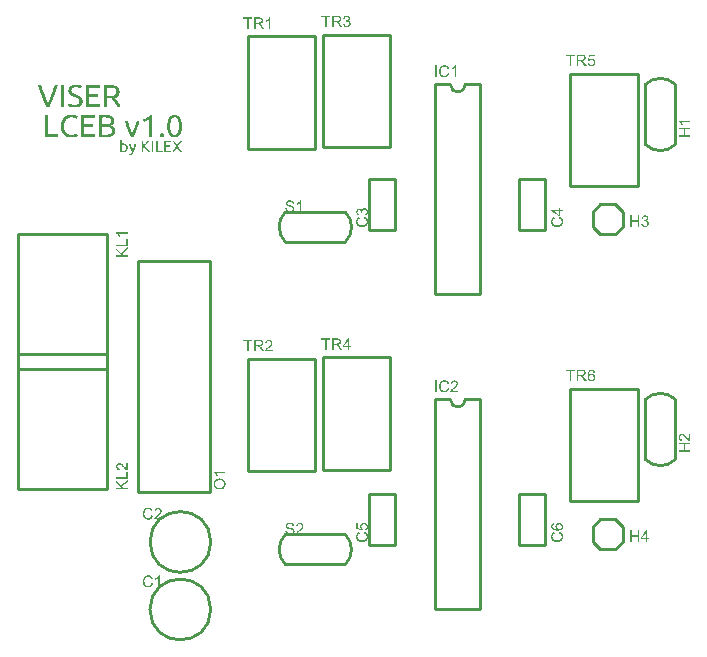
<source format=gto>
G04 Layer_Color=65535*
%FSLAX25Y25*%
%MOIN*%
G70*
G01*
G75*
%ADD25C,0.01000*%
G36*
X37500Y142504D02*
X35564Y141135D01*
X36166Y140509D01*
X37500D01*
Y140000D01*
X33656D01*
Y140509D01*
X35558D01*
X33656Y142416D01*
Y143106D01*
X35219Y141492D01*
X37500Y143176D01*
Y142504D01*
D02*
G37*
G36*
Y68830D02*
X37436D01*
X37395Y68836D01*
X37348Y68841D01*
X37295Y68847D01*
X37237Y68865D01*
X37178Y68882D01*
X37172D01*
X37167Y68888D01*
X37132Y68900D01*
X37085Y68923D01*
X37014Y68958D01*
X36938Y68999D01*
X36851Y69058D01*
X36763Y69116D01*
X36669Y69192D01*
X36663D01*
X36658Y69204D01*
X36623Y69233D01*
X36570Y69280D01*
X36500Y69350D01*
X36418Y69438D01*
X36318Y69543D01*
X36207Y69672D01*
X36084Y69813D01*
X36078Y69818D01*
X36061Y69842D01*
X36037Y69871D01*
X35997Y69912D01*
X35956Y69965D01*
X35903Y70023D01*
X35792Y70152D01*
X35657Y70292D01*
X35523Y70433D01*
X35458Y70503D01*
X35394Y70561D01*
X35330Y70614D01*
X35271Y70661D01*
X35265D01*
X35259Y70673D01*
X35242Y70684D01*
X35219Y70696D01*
X35160Y70731D01*
X35084Y70772D01*
X34996Y70813D01*
X34903Y70848D01*
X34797Y70871D01*
X34698Y70883D01*
X34686D01*
X34651Y70877D01*
X34598Y70871D01*
X34534Y70860D01*
X34458Y70830D01*
X34382Y70795D01*
X34300Y70749D01*
X34224Y70678D01*
X34218Y70667D01*
X34195Y70643D01*
X34165Y70596D01*
X34124Y70538D01*
X34089Y70462D01*
X34060Y70374D01*
X34037Y70269D01*
X34031Y70152D01*
Y70146D01*
Y70134D01*
Y70117D01*
X34037Y70093D01*
X34043Y70035D01*
X34054Y69959D01*
X34084Y69871D01*
X34119Y69777D01*
X34171Y69690D01*
X34242Y69608D01*
X34253Y69602D01*
X34277Y69578D01*
X34323Y69543D01*
X34388Y69508D01*
X34470Y69467D01*
X34563Y69438D01*
X34675Y69415D01*
X34803Y69403D01*
X34751Y68917D01*
X34727D01*
X34698Y68923D01*
X34663Y68929D01*
X34616Y68941D01*
X34563Y68947D01*
X34446Y68982D01*
X34312Y69029D01*
X34177Y69093D01*
X34043Y69181D01*
X33984Y69227D01*
X33926Y69286D01*
X33920Y69292D01*
X33914Y69304D01*
X33896Y69321D01*
X33879Y69345D01*
X33861Y69380D01*
X33832Y69421D01*
X33809Y69467D01*
X33779Y69520D01*
X33756Y69578D01*
X33727Y69643D01*
X33703Y69719D01*
X33686Y69795D01*
X33651Y69971D01*
X33645Y70064D01*
X33639Y70164D01*
Y70169D01*
Y70187D01*
Y70216D01*
X33645Y70257D01*
X33651Y70304D01*
X33656Y70357D01*
X33662Y70415D01*
X33680Y70479D01*
X33715Y70620D01*
X33768Y70766D01*
X33803Y70842D01*
X33844Y70912D01*
X33896Y70977D01*
X33949Y71041D01*
X33955Y71047D01*
X33961Y71053D01*
X33978Y71070D01*
X34002Y71094D01*
X34037Y71117D01*
X34072Y71146D01*
X34160Y71205D01*
X34271Y71263D01*
X34400Y71316D01*
X34546Y71357D01*
X34628Y71363D01*
X34710Y71369D01*
X34751D01*
X34797Y71363D01*
X34856Y71357D01*
X34926Y71345D01*
X35002Y71328D01*
X35084Y71304D01*
X35166Y71269D01*
X35178Y71263D01*
X35207Y71252D01*
X35248Y71228D01*
X35306Y71193D01*
X35376Y71152D01*
X35458Y71100D01*
X35540Y71029D01*
X35634Y70953D01*
X35645Y70942D01*
X35681Y70912D01*
X35733Y70860D01*
X35768Y70824D01*
X35809Y70784D01*
X35856Y70737D01*
X35909Y70678D01*
X35961Y70620D01*
X36026Y70555D01*
X36090Y70485D01*
X36160Y70403D01*
X36230Y70322D01*
X36312Y70228D01*
X36318Y70222D01*
X36330Y70210D01*
X36348Y70187D01*
X36371Y70158D01*
X36430Y70087D01*
X36505Y70000D01*
X36587Y69912D01*
X36669Y69818D01*
X36740Y69742D01*
X36769Y69713D01*
X36798Y69684D01*
X36804Y69678D01*
X36821Y69666D01*
X36845Y69643D01*
X36880Y69614D01*
X36956Y69549D01*
X37049Y69485D01*
Y71374D01*
X37500D01*
Y68830D01*
D02*
G37*
G36*
Y147699D02*
X34493D01*
X34499Y147693D01*
X34522Y147669D01*
X34552Y147628D01*
X34593Y147576D01*
X34645Y147511D01*
X34698Y147435D01*
X34762Y147348D01*
X34821Y147248D01*
Y147242D01*
X34826Y147236D01*
X34850Y147201D01*
X34879Y147149D01*
X34914Y147084D01*
X34955Y147008D01*
X34990Y146926D01*
X35031Y146839D01*
X35066Y146757D01*
X34604D01*
Y146763D01*
X34598Y146774D01*
X34587Y146798D01*
X34569Y146821D01*
X34552Y146856D01*
X34534Y146897D01*
X34481Y146991D01*
X34417Y147096D01*
X34341Y147213D01*
X34253Y147330D01*
X34160Y147441D01*
X34154Y147447D01*
X34148Y147453D01*
X34113Y147488D01*
X34060Y147541D01*
X33996Y147605D01*
X33914Y147675D01*
X33826Y147745D01*
X33733Y147810D01*
X33639Y147862D01*
Y148172D01*
X37500D01*
Y147699D01*
D02*
G37*
G36*
Y143580D02*
X33656D01*
Y144089D01*
X37049D01*
Y145979D01*
X37500D01*
Y143580D01*
D02*
G37*
G36*
Y66080D02*
X33656D01*
Y66589D01*
X37049D01*
Y68479D01*
X37500D01*
Y66080D01*
D02*
G37*
G36*
X116312Y153387D02*
X116342Y153375D01*
X116388Y153364D01*
X116435Y153340D01*
X116500Y153317D01*
X116564Y153294D01*
X116634Y153258D01*
X116792Y153182D01*
X116950Y153077D01*
X117102Y152960D01*
X117172Y152890D01*
X117237Y152814D01*
X117243Y152808D01*
X117248Y152796D01*
X117266Y152773D01*
X117289Y152738D01*
X117313Y152697D01*
X117342Y152650D01*
X117371Y152597D01*
X117401Y152533D01*
X117430Y152463D01*
X117459Y152387D01*
X117488Y152299D01*
X117512Y152211D01*
X117553Y152018D01*
X117559Y151913D01*
X117564Y151802D01*
Y151796D01*
Y151773D01*
Y151743D01*
X117559Y151697D01*
Y151644D01*
X117553Y151585D01*
X117541Y151515D01*
X117535Y151445D01*
X117500Y151281D01*
X117459Y151111D01*
X117395Y150948D01*
X117360Y150866D01*
X117313Y150790D01*
X117307Y150784D01*
X117301Y150772D01*
X117283Y150755D01*
X117266Y150725D01*
X117208Y150655D01*
X117126Y150573D01*
X117026Y150474D01*
X116897Y150380D01*
X116751Y150281D01*
X116581Y150199D01*
X116576D01*
X116558Y150193D01*
X116535Y150181D01*
X116500Y150170D01*
X116453Y150152D01*
X116400Y150135D01*
X116342Y150117D01*
X116271Y150100D01*
X116201Y150082D01*
X116119Y150064D01*
X115944Y150029D01*
X115757Y150006D01*
X115552Y150000D01*
X115494D01*
X115453Y150006D01*
X115400D01*
X115336Y150012D01*
X115271Y150018D01*
X115195Y150029D01*
X115031Y150058D01*
X114856Y150094D01*
X114674Y150152D01*
X114505Y150228D01*
X114499D01*
X114487Y150240D01*
X114464Y150251D01*
X114429Y150269D01*
X114394Y150293D01*
X114353Y150322D01*
X114253Y150398D01*
X114142Y150486D01*
X114031Y150597D01*
X113920Y150731D01*
X113826Y150877D01*
Y150883D01*
X113814Y150895D01*
X113803Y150918D01*
X113791Y150953D01*
X113774Y150989D01*
X113750Y151035D01*
X113733Y151094D01*
X113709Y151152D01*
X113686Y151217D01*
X113668Y151287D01*
X113627Y151445D01*
X113604Y151620D01*
X113592Y151808D01*
Y151813D01*
Y151831D01*
Y151866D01*
X113598Y151907D01*
X113604Y151954D01*
X113610Y152012D01*
X113616Y152077D01*
X113627Y152147D01*
X113662Y152299D01*
X113715Y152463D01*
X113750Y152545D01*
X113791Y152627D01*
X113838Y152703D01*
X113891Y152779D01*
X113896Y152785D01*
X113902Y152796D01*
X113920Y152814D01*
X113943Y152843D01*
X113972Y152872D01*
X114013Y152913D01*
X114054Y152954D01*
X114101Y152995D01*
X114160Y153042D01*
X114218Y153083D01*
X114288Y153130D01*
X114364Y153176D01*
X114441Y153217D01*
X114528Y153258D01*
X114715Y153329D01*
X114832Y152825D01*
X114827D01*
X114815Y152820D01*
X114792Y152814D01*
X114762Y152802D01*
X114727Y152785D01*
X114686Y152767D01*
X114598Y152726D01*
X114499Y152673D01*
X114394Y152603D01*
X114300Y152527D01*
X114218Y152434D01*
X114212Y152422D01*
X114189Y152387D01*
X114160Y152334D01*
X114119Y152258D01*
X114084Y152170D01*
X114054Y152059D01*
X114031Y151936D01*
X114025Y151796D01*
Y151790D01*
Y151778D01*
Y151755D01*
X114031Y151726D01*
Y151685D01*
X114037Y151644D01*
X114054Y151539D01*
X114078Y151422D01*
X114119Y151299D01*
X114171Y151176D01*
X114242Y151059D01*
Y151053D01*
X114253Y151047D01*
X114283Y151012D01*
X114329Y150959D01*
X114394Y150895D01*
X114476Y150831D01*
X114569Y150760D01*
X114686Y150696D01*
X114815Y150644D01*
X114821D01*
X114832Y150638D01*
X114850Y150632D01*
X114879Y150626D01*
X114908Y150614D01*
X114949Y150608D01*
X115043Y150585D01*
X115154Y150562D01*
X115277Y150544D01*
X115412Y150532D01*
X115552Y150526D01*
X115634D01*
X115675Y150532D01*
X115727D01*
X115780Y150538D01*
X115839Y150544D01*
X115973Y150562D01*
X116119Y150585D01*
X116266Y150620D01*
X116406Y150667D01*
X116412D01*
X116424Y150673D01*
X116441Y150684D01*
X116465Y150696D01*
X116535Y150725D01*
X116611Y150772D01*
X116704Y150837D01*
X116792Y150913D01*
X116880Y151000D01*
X116956Y151106D01*
Y151111D01*
X116962Y151117D01*
X116973Y151135D01*
X116985Y151158D01*
X117009Y151223D01*
X117044Y151304D01*
X117073Y151398D01*
X117102Y151509D01*
X117126Y151632D01*
X117131Y151761D01*
Y151767D01*
Y151778D01*
Y151802D01*
X117126Y151831D01*
Y151866D01*
X117120Y151913D01*
X117102Y152012D01*
X117073Y152124D01*
X117026Y152246D01*
X116968Y152363D01*
X116886Y152480D01*
X116880Y152486D01*
X116874Y152492D01*
X116839Y152527D01*
X116780Y152580D01*
X116704Y152644D01*
X116599Y152708D01*
X116476Y152779D01*
X116324Y152837D01*
X116155Y152884D01*
X116283Y153393D01*
X116289D01*
X116312Y153387D01*
D02*
G37*
G36*
X30327Y187356D02*
X30512Y187345D01*
X30708Y187322D01*
X31123Y187264D01*
X31146D01*
X31215Y187241D01*
X31319Y187218D01*
X31446Y187195D01*
X31596Y187149D01*
X31757Y187091D01*
X31918Y187022D01*
X32080Y186941D01*
X32103Y186930D01*
X32149Y186907D01*
X32218Y186849D01*
X32311Y186791D01*
X32414Y186699D01*
X32518Y186607D01*
X32622Y186480D01*
X32714Y186353D01*
X32726Y186342D01*
X32749Y186284D01*
X32795Y186203D01*
X32841Y186099D01*
X32875Y185972D01*
X32922Y185811D01*
X32945Y185638D01*
X32956Y185442D01*
Y185431D01*
Y185419D01*
Y185385D01*
Y185338D01*
X32945Y185235D01*
X32922Y185096D01*
X32887Y184935D01*
X32829Y184773D01*
X32760Y184612D01*
X32668Y184462D01*
X32656Y184451D01*
X32610Y184405D01*
X32553Y184335D01*
X32460Y184243D01*
X32357Y184151D01*
X32230Y184059D01*
X32080Y183966D01*
X31907Y183886D01*
X31918D01*
X31942Y183874D01*
X31965Y183863D01*
X32011Y183851D01*
X32126Y183805D01*
X32276Y183747D01*
X32437Y183655D01*
X32610Y183551D01*
X32783Y183436D01*
X32933Y183286D01*
X32945Y183263D01*
X32991Y183217D01*
X33048Y183125D01*
X33129Y182986D01*
X33198Y182825D01*
X33256Y182629D01*
X33302Y182398D01*
X33314Y182133D01*
Y182122D01*
Y182087D01*
Y182029D01*
X33302Y181949D01*
X33291Y181868D01*
X33268Y181753D01*
X33210Y181522D01*
X33175Y181384D01*
X33118Y181245D01*
X33048Y181107D01*
X32979Y180980D01*
X32875Y180842D01*
X32772Y180715D01*
X32645Y180600D01*
X32507Y180484D01*
X32495D01*
X32472Y180461D01*
X32426Y180438D01*
X32357Y180403D01*
X32264Y180357D01*
X32161Y180311D01*
X32034Y180265D01*
X31884Y180219D01*
X31723Y180161D01*
X31526Y180115D01*
X31319Y180069D01*
X31088Y180023D01*
X30835Y179989D01*
X30569Y179965D01*
X30270Y179954D01*
X29958Y179942D01*
X29659D01*
X29474Y179954D01*
X29382D01*
X29313Y179965D01*
X29232D01*
X29151Y179977D01*
X28955Y179989D01*
X28863D01*
X28794Y180000D01*
X28725D01*
X28633Y180011D01*
X28448Y180023D01*
X28436D01*
X28402Y180035D01*
X28356D01*
X28298Y180046D01*
X28160Y180081D01*
X27998Y180115D01*
Y187183D01*
X28010D01*
X28033Y187195D01*
X28079Y187206D01*
X28137Y187218D01*
X28275Y187241D01*
X28448Y187264D01*
X28460D01*
X28494Y187275D01*
X28540D01*
X28609Y187287D01*
X28679Y187299D01*
X28771D01*
X28955Y187322D01*
X29001D01*
X29048Y187333D01*
X29117D01*
X29197Y187345D01*
X29290D01*
X29474Y187356D01*
X29566D01*
X29624Y187368D01*
X30178D01*
X30327Y187356D01*
D02*
G37*
G36*
X37500Y65004D02*
X35564Y63635D01*
X36166Y63009D01*
X37500D01*
Y62500D01*
X33656D01*
Y63009D01*
X35558D01*
X33656Y64916D01*
Y65606D01*
X35219Y63992D01*
X37500Y65676D01*
Y65004D01*
D02*
G37*
G36*
X116447Y156335D02*
X116494Y156330D01*
X116541Y156324D01*
X116599Y156312D01*
X116658Y156295D01*
X116792Y156254D01*
X116868Y156224D01*
X116938Y156183D01*
X117009Y156142D01*
X117079Y156096D01*
X117149Y156037D01*
X117219Y155973D01*
X117225Y155967D01*
X117237Y155955D01*
X117248Y155938D01*
X117272Y155909D01*
X117301Y155873D01*
X117330Y155827D01*
X117360Y155774D01*
X117389Y155721D01*
X117424Y155657D01*
X117453Y155587D01*
X117482Y155511D01*
X117512Y155429D01*
X117535Y155341D01*
X117547Y155247D01*
X117559Y155148D01*
X117564Y155049D01*
Y155043D01*
Y155025D01*
Y155002D01*
X117559Y154967D01*
X117553Y154920D01*
X117547Y154873D01*
X117541Y154815D01*
X117529Y154756D01*
X117494Y154622D01*
X117436Y154481D01*
X117406Y154411D01*
X117366Y154347D01*
X117319Y154276D01*
X117266Y154212D01*
X117260Y154206D01*
X117254Y154200D01*
X117237Y154183D01*
X117213Y154159D01*
X117178Y154136D01*
X117143Y154107D01*
X117102Y154072D01*
X117055Y154042D01*
X116938Y153972D01*
X116804Y153914D01*
X116652Y153861D01*
X116570Y153843D01*
X116482Y153832D01*
X116418Y154306D01*
X116424D01*
X116435Y154311D01*
X116459D01*
X116482Y154323D01*
X116552Y154341D01*
X116640Y154370D01*
X116734Y154405D01*
X116833Y154452D01*
X116921Y154510D01*
X116997Y154575D01*
X117003Y154586D01*
X117026Y154610D01*
X117050Y154651D01*
X117085Y154709D01*
X117114Y154774D01*
X117143Y154856D01*
X117167Y154949D01*
X117172Y155049D01*
Y155054D01*
Y155066D01*
Y155084D01*
X117167Y155107D01*
X117161Y155166D01*
X117143Y155242D01*
X117114Y155335D01*
X117079Y155429D01*
X117020Y155522D01*
X116944Y155610D01*
X116932Y155622D01*
X116903Y155645D01*
X116857Y155680D01*
X116786Y155727D01*
X116704Y155768D01*
X116605Y155803D01*
X116494Y155827D01*
X116371Y155838D01*
X116342D01*
X116318Y155832D01*
X116260Y155827D01*
X116184Y155809D01*
X116102Y155786D01*
X116008Y155745D01*
X115920Y155692D01*
X115839Y155622D01*
X115827Y155610D01*
X115804Y155587D01*
X115774Y155540D01*
X115733Y155476D01*
X115692Y155400D01*
X115663Y155306D01*
X115640Y155207D01*
X115628Y155089D01*
Y155084D01*
Y155066D01*
Y155037D01*
X115634Y154996D01*
X115640Y154949D01*
X115646Y154891D01*
X115657Y154826D01*
X115675Y154756D01*
X115259Y154809D01*
Y154815D01*
Y154838D01*
X115265Y154861D01*
Y154885D01*
Y154891D01*
Y154896D01*
Y154914D01*
Y154937D01*
X115259Y154990D01*
X115248Y155066D01*
X115230Y155148D01*
X115201Y155236D01*
X115166Y155329D01*
X115113Y155423D01*
X115107Y155435D01*
X115084Y155464D01*
X115043Y155499D01*
X114990Y155546D01*
X114926Y155593D01*
X114844Y155628D01*
X114745Y155657D01*
X114628Y155669D01*
X114587D01*
X114540Y155657D01*
X114476Y155645D01*
X114411Y155628D01*
X114341Y155593D01*
X114265Y155552D01*
X114201Y155493D01*
X114195Y155487D01*
X114171Y155464D01*
X114142Y155423D01*
X114113Y155370D01*
X114078Y155306D01*
X114054Y155230D01*
X114031Y155142D01*
X114025Y155043D01*
Y155037D01*
Y155031D01*
Y154996D01*
X114037Y154943D01*
X114049Y154885D01*
X114066Y154809D01*
X114101Y154733D01*
X114142Y154657D01*
X114201Y154580D01*
X114206Y154575D01*
X114230Y154551D01*
X114271Y154522D01*
X114329Y154487D01*
X114400Y154446D01*
X114487Y154411D01*
X114593Y154376D01*
X114715Y154352D01*
X114634Y153878D01*
X114628D01*
X114610Y153884D01*
X114587Y153890D01*
X114557Y153896D01*
X114516Y153908D01*
X114470Y153919D01*
X114364Y153960D01*
X114247Y154007D01*
X114125Y154077D01*
X114007Y154159D01*
X113902Y154265D01*
X113896Y154271D01*
X113891Y154276D01*
X113879Y154294D01*
X113861Y154323D01*
X113844Y154352D01*
X113820Y154387D01*
X113768Y154475D01*
X113721Y154586D01*
X113680Y154721D01*
X113651Y154867D01*
X113639Y154949D01*
Y155031D01*
Y155037D01*
Y155043D01*
Y155060D01*
Y155084D01*
X113645Y155142D01*
X113656Y155218D01*
X113674Y155306D01*
X113698Y155405D01*
X113733Y155505D01*
X113779Y155604D01*
Y155610D01*
X113785Y155616D01*
X113803Y155651D01*
X113832Y155698D01*
X113873Y155756D01*
X113926Y155821D01*
X113990Y155891D01*
X114066Y155955D01*
X114148Y156014D01*
X114160Y156020D01*
X114189Y156037D01*
X114236Y156061D01*
X114294Y156084D01*
X114370Y156107D01*
X114452Y156131D01*
X114540Y156148D01*
X114639Y156154D01*
X114680D01*
X114727Y156148D01*
X114786Y156137D01*
X114856Y156119D01*
X114932Y156096D01*
X115014Y156067D01*
X115090Y156020D01*
X115102Y156014D01*
X115125Y155996D01*
X115160Y155961D01*
X115207Y155920D01*
X115259Y155862D01*
X115312Y155797D01*
X115371Y155716D01*
X115417Y155622D01*
Y155628D01*
X115423Y155639D01*
Y155657D01*
X115435Y155680D01*
X115453Y155739D01*
X115488Y155815D01*
X115529Y155897D01*
X115587Y155984D01*
X115657Y156072D01*
X115745Y156148D01*
X115757Y156154D01*
X115792Y156178D01*
X115845Y156207D01*
X115915Y156248D01*
X116002Y156283D01*
X116108Y156312D01*
X116230Y156335D01*
X116365Y156341D01*
X116412D01*
X116447Y156335D01*
D02*
G37*
G36*
X186536Y101993D02*
X185273D01*
Y98600D01*
X184764D01*
Y101993D01*
X183500D01*
Y102444D01*
X186536D01*
Y101993D01*
D02*
G37*
G36*
X193106Y206934D02*
X191573D01*
X191362Y205899D01*
X191368Y205905D01*
X191380Y205911D01*
X191398Y205922D01*
X191421Y205940D01*
X191456Y205958D01*
X191491Y205975D01*
X191585Y206022D01*
X191690Y206069D01*
X191813Y206104D01*
X191947Y206133D01*
X192088Y206145D01*
X192135D01*
X192170Y206139D01*
X192217Y206133D01*
X192263Y206127D01*
X192322Y206116D01*
X192380Y206104D01*
X192515Y206057D01*
X192585Y206034D01*
X192655Y205998D01*
X192731Y205958D01*
X192801Y205911D01*
X192872Y205858D01*
X192936Y205794D01*
X192942Y205788D01*
X192954Y205776D01*
X192971Y205759D01*
X192989Y205729D01*
X193018Y205694D01*
X193047Y205653D01*
X193076Y205607D01*
X193112Y205554D01*
X193147Y205490D01*
X193176Y205425D01*
X193205Y205349D01*
X193234Y205273D01*
X193252Y205185D01*
X193270Y205098D01*
X193281Y204998D01*
X193287Y204899D01*
Y204893D01*
Y204875D01*
Y204846D01*
X193281Y204811D01*
X193275Y204764D01*
X193270Y204712D01*
X193264Y204653D01*
X193252Y204589D01*
X193211Y204448D01*
X193158Y204302D01*
X193123Y204220D01*
X193082Y204144D01*
X193035Y204068D01*
X192983Y203998D01*
X192977Y203992D01*
X192965Y203980D01*
X192942Y203957D01*
X192913Y203928D01*
X192877Y203892D01*
X192831Y203852D01*
X192778Y203811D01*
X192714Y203770D01*
X192649Y203723D01*
X192573Y203682D01*
X192486Y203641D01*
X192398Y203606D01*
X192298Y203577D01*
X192199Y203553D01*
X192088Y203541D01*
X191971Y203536D01*
X191918D01*
X191883Y203541D01*
X191842Y203547D01*
X191789Y203553D01*
X191731Y203559D01*
X191667Y203571D01*
X191532Y203606D01*
X191392Y203659D01*
X191322Y203694D01*
X191251Y203734D01*
X191181Y203776D01*
X191117Y203828D01*
X191111Y203834D01*
X191105Y203840D01*
X191087Y203857D01*
X191064Y203881D01*
X191041Y203910D01*
X191011Y203945D01*
X190982Y203986D01*
X190947Y204033D01*
X190883Y204144D01*
X190818Y204279D01*
X190772Y204431D01*
X190754Y204519D01*
X190742Y204606D01*
X191240Y204641D01*
Y204635D01*
Y204624D01*
X191245Y204606D01*
X191251Y204583D01*
X191269Y204519D01*
X191292Y204437D01*
X191322Y204349D01*
X191368Y204261D01*
X191421Y204173D01*
X191491Y204097D01*
X191503Y204091D01*
X191526Y204068D01*
X191567Y204045D01*
X191626Y204010D01*
X191696Y203980D01*
X191778Y203951D01*
X191871Y203928D01*
X191971Y203922D01*
X192006D01*
X192029Y203928D01*
X192094Y203933D01*
X192175Y203951D01*
X192263Y203986D01*
X192363Y204027D01*
X192456Y204091D01*
X192503Y204127D01*
X192550Y204173D01*
Y204179D01*
X192562Y204185D01*
X192585Y204220D01*
X192626Y204279D01*
X192667Y204355D01*
X192708Y204454D01*
X192749Y204571D01*
X192772Y204706D01*
X192784Y204858D01*
Y204864D01*
Y204875D01*
Y204899D01*
X192778Y204922D01*
Y204957D01*
X192772Y204998D01*
X192755Y205092D01*
X192731Y205191D01*
X192690Y205296D01*
X192632Y205402D01*
X192556Y205495D01*
X192544Y205507D01*
X192515Y205531D01*
X192468Y205572D01*
X192398Y205612D01*
X192316Y205653D01*
X192211Y205694D01*
X192094Y205718D01*
X191965Y205729D01*
X191924D01*
X191883Y205724D01*
X191824Y205718D01*
X191760Y205700D01*
X191690Y205683D01*
X191620Y205653D01*
X191550Y205618D01*
X191544Y205612D01*
X191520Y205601D01*
X191485Y205577D01*
X191444Y205548D01*
X191403Y205507D01*
X191357Y205460D01*
X191310Y205408D01*
X191269Y205349D01*
X190824Y205414D01*
X191199Y207385D01*
X193106D01*
Y206934D01*
D02*
G37*
G36*
X188900Y207438D02*
X188946D01*
X189063Y207432D01*
X189186Y207420D01*
X189315Y207397D01*
X189438Y207373D01*
X189496Y207356D01*
X189549Y207338D01*
X189555D01*
X189561Y207332D01*
X189596Y207321D01*
X189643Y207291D01*
X189701Y207250D01*
X189771Y207204D01*
X189841Y207139D01*
X189912Y207063D01*
X189976Y206970D01*
X189982Y206958D01*
X189999Y206923D01*
X190029Y206870D01*
X190058Y206800D01*
X190087Y206712D01*
X190116Y206613D01*
X190134Y206507D01*
X190140Y206391D01*
Y206385D01*
Y206373D01*
Y206349D01*
X190134Y206320D01*
Y206285D01*
X190128Y206244D01*
X190105Y206151D01*
X190075Y206039D01*
X190029Y205928D01*
X189958Y205811D01*
X189918Y205753D01*
X189871Y205700D01*
X189859Y205689D01*
X189841Y205677D01*
X189824Y205653D01*
X189795Y205636D01*
X189760Y205607D01*
X189719Y205583D01*
X189672Y205554D01*
X189619Y205525D01*
X189555Y205495D01*
X189490Y205466D01*
X189414Y205437D01*
X189338Y205408D01*
X189251Y205384D01*
X189157Y205367D01*
X189058Y205349D01*
X189069Y205343D01*
X189093Y205332D01*
X189128Y205314D01*
X189169Y205291D01*
X189268Y205226D01*
X189321Y205191D01*
X189362Y205156D01*
X189373Y205144D01*
X189403Y205121D01*
X189444Y205074D01*
X189496Y205016D01*
X189561Y204940D01*
X189631Y204852D01*
X189707Y204752D01*
X189783Y204641D01*
X190450Y203600D01*
X189812D01*
X189303Y204396D01*
Y204401D01*
X189292Y204413D01*
X189280Y204431D01*
X189268Y204454D01*
X189227Y204513D01*
X189174Y204589D01*
X189116Y204676D01*
X189052Y204764D01*
X188993Y204846D01*
X188935Y204922D01*
X188929Y204928D01*
X188911Y204951D01*
X188882Y204987D01*
X188853Y205027D01*
X188765Y205109D01*
X188724Y205150D01*
X188677Y205180D01*
X188671Y205185D01*
X188660Y205191D01*
X188636Y205203D01*
X188607Y205220D01*
X188537Y205256D01*
X188449Y205285D01*
X188443D01*
X188432Y205291D01*
X188408D01*
X188379Y205296D01*
X188338Y205302D01*
X188291D01*
X188233Y205308D01*
X187577D01*
Y203600D01*
X187068D01*
Y207443D01*
X188853D01*
X188900Y207438D01*
D02*
G37*
G36*
X105036Y112393D02*
X103773D01*
Y109000D01*
X103264D01*
Y112393D01*
X102000D01*
Y112844D01*
X105036D01*
Y112393D01*
D02*
G37*
G36*
X54206Y176907D02*
X54211Y176901D01*
X54223Y176884D01*
X54241Y176860D01*
X54270Y176819D01*
X54299Y176778D01*
X54340Y176726D01*
X54381Y176661D01*
X54434Y176597D01*
X54539Y176445D01*
X54656Y176281D01*
X54779Y176106D01*
X54902Y175930D01*
X54908Y175924D01*
X54919Y175907D01*
X54937Y175883D01*
X54960Y175848D01*
X54989Y175807D01*
X55019Y175755D01*
X55060Y175702D01*
X55101Y175638D01*
X55194Y175497D01*
X55294Y175339D01*
X55393Y175170D01*
X55493Y175000D01*
X54908D01*
X54902Y175006D01*
X54896Y175029D01*
X54878Y175058D01*
X54855Y175100D01*
X54826Y175152D01*
X54791Y175205D01*
X54715Y175333D01*
X54709Y175339D01*
X54697Y175363D01*
X54674Y175404D01*
X54644Y175451D01*
X54603Y175503D01*
X54562Y175567D01*
X54469Y175708D01*
X54463Y175720D01*
X54445Y175743D01*
X54416Y175784D01*
X54381Y175831D01*
X54340Y175889D01*
X54293Y175959D01*
X54188Y176100D01*
X54182Y176111D01*
X54165Y176135D01*
X54135Y176170D01*
X54100Y176217D01*
X54053Y176275D01*
X54007Y176340D01*
X53907Y176468D01*
X53901Y176462D01*
X53884Y176439D01*
X53860Y176404D01*
X53825Y176357D01*
X53784Y176299D01*
X53737Y176240D01*
X53632Y176100D01*
X53626Y176094D01*
X53609Y176065D01*
X53580Y176030D01*
X53544Y175977D01*
X53504Y175918D01*
X53457Y175854D01*
X53357Y175708D01*
X53351Y175702D01*
X53334Y175673D01*
X53311Y175638D01*
X53281Y175591D01*
X53240Y175532D01*
X53199Y175468D01*
X53117Y175333D01*
X53112Y175328D01*
X53100Y175304D01*
X53076Y175269D01*
X53053Y175222D01*
X53024Y175170D01*
X52989Y175117D01*
X52924Y175000D01*
X52351D01*
X52357Y175006D01*
X52363Y175023D01*
X52375Y175047D01*
X52392Y175076D01*
X52415Y175123D01*
X52445Y175170D01*
X52480Y175228D01*
X52515Y175287D01*
X52597Y175427D01*
X52696Y175585D01*
X52802Y175755D01*
X52919Y175930D01*
X52924Y175936D01*
X52936Y175953D01*
X52954Y175977D01*
X52977Y176012D01*
X53006Y176053D01*
X53041Y176106D01*
X53082Y176164D01*
X53129Y176228D01*
X53234Y176375D01*
X53351Y176539D01*
X53480Y176714D01*
X53615Y176901D01*
X52398Y178703D01*
X52995D01*
X53907Y177346D01*
X54808Y178703D01*
X55405D01*
X54206Y176907D01*
D02*
G37*
G36*
X186536Y206993D02*
X185273D01*
Y203600D01*
X184764D01*
Y206993D01*
X183500D01*
Y207443D01*
X186536D01*
Y206993D01*
D02*
G37*
G36*
X48914Y181257D02*
X48983Y181245D01*
X49064Y181211D01*
X49144Y181176D01*
X49237Y181118D01*
X49306Y181049D01*
X49317Y181038D01*
X49340Y181015D01*
X49363Y180968D01*
X49409Y180911D01*
X49444Y180842D01*
X49467Y180761D01*
X49490Y180669D01*
X49502Y180565D01*
Y180553D01*
Y180519D01*
X49490Y180461D01*
X49479Y180392D01*
X49456Y180323D01*
X49421Y180231D01*
X49375Y180150D01*
X49306Y180069D01*
X49294Y180058D01*
X49271Y180035D01*
X49225Y180000D01*
X49179Y179965D01*
X49098Y179931D01*
X49018Y179896D01*
X48914Y179873D01*
X48798Y179862D01*
X48741D01*
X48683Y179873D01*
X48614Y179885D01*
X48522Y179908D01*
X48441Y179954D01*
X48360Y180000D01*
X48280Y180069D01*
X48268Y180081D01*
X48256Y180104D01*
X48222Y180150D01*
X48187Y180208D01*
X48153Y180277D01*
X48130Y180369D01*
X48107Y180461D01*
X48095Y180565D01*
Y180577D01*
Y180611D01*
X48107Y180669D01*
X48118Y180726D01*
X48141Y180807D01*
X48176Y180888D01*
X48222Y180968D01*
X48280Y181049D01*
X48291Y181061D01*
X48314Y181084D01*
X48360Y181118D01*
X48418Y181165D01*
X48487Y181199D01*
X48579Y181234D01*
X48683Y181257D01*
X48798Y181268D01*
X48856D01*
X48914Y181257D01*
D02*
G37*
G36*
X188900Y102438D02*
X188946D01*
X189063Y102432D01*
X189186Y102420D01*
X189315Y102397D01*
X189438Y102373D01*
X189496Y102356D01*
X189549Y102338D01*
X189555D01*
X189561Y102332D01*
X189596Y102321D01*
X189643Y102291D01*
X189701Y102250D01*
X189771Y102204D01*
X189841Y102139D01*
X189912Y102063D01*
X189976Y101970D01*
X189982Y101958D01*
X189999Y101923D01*
X190029Y101870D01*
X190058Y101800D01*
X190087Y101712D01*
X190116Y101613D01*
X190134Y101507D01*
X190140Y101390D01*
Y101385D01*
Y101373D01*
Y101349D01*
X190134Y101320D01*
Y101285D01*
X190128Y101244D01*
X190105Y101151D01*
X190075Y101039D01*
X190029Y100928D01*
X189958Y100811D01*
X189918Y100753D01*
X189871Y100700D01*
X189859Y100689D01*
X189841Y100677D01*
X189824Y100653D01*
X189795Y100636D01*
X189760Y100607D01*
X189719Y100583D01*
X189672Y100554D01*
X189619Y100525D01*
X189555Y100495D01*
X189490Y100466D01*
X189414Y100437D01*
X189338Y100408D01*
X189251Y100384D01*
X189157Y100367D01*
X189058Y100349D01*
X189069Y100343D01*
X189093Y100332D01*
X189128Y100314D01*
X189169Y100291D01*
X189268Y100226D01*
X189321Y100191D01*
X189362Y100156D01*
X189373Y100144D01*
X189403Y100121D01*
X189444Y100074D01*
X189496Y100016D01*
X189561Y99940D01*
X189631Y99852D01*
X189707Y99752D01*
X189783Y99641D01*
X190450Y98600D01*
X189812D01*
X189303Y99396D01*
Y99401D01*
X189292Y99413D01*
X189280Y99431D01*
X189268Y99454D01*
X189227Y99513D01*
X189174Y99589D01*
X189116Y99676D01*
X189052Y99764D01*
X188993Y99846D01*
X188935Y99922D01*
X188929Y99928D01*
X188911Y99951D01*
X188882Y99986D01*
X188853Y100027D01*
X188765Y100109D01*
X188724Y100150D01*
X188677Y100180D01*
X188671Y100185D01*
X188660Y100191D01*
X188636Y100203D01*
X188607Y100221D01*
X188537Y100256D01*
X188449Y100285D01*
X188443D01*
X188432Y100291D01*
X188408D01*
X188379Y100296D01*
X188338Y100302D01*
X188291D01*
X188233Y100308D01*
X187577D01*
Y98600D01*
X187068D01*
Y102444D01*
X188853D01*
X188900Y102438D01*
D02*
G37*
G36*
X192175Y102455D02*
X192211D01*
X192257Y102449D01*
X192363Y102432D01*
X192480Y102397D01*
X192603Y102350D01*
X192726Y102291D01*
X192784Y102250D01*
X192842Y102204D01*
X192848D01*
X192854Y102192D01*
X192889Y102157D01*
X192936Y102098D01*
X192995Y102022D01*
X193059Y101923D01*
X193112Y101806D01*
X193164Y101665D01*
X193193Y101507D01*
X192726Y101472D01*
Y101478D01*
Y101484D01*
X192714Y101519D01*
X192696Y101566D01*
X192679Y101625D01*
X192620Y101759D01*
X192585Y101818D01*
X192544Y101870D01*
X192538Y101882D01*
X192509Y101905D01*
X192468Y101935D01*
X192415Y101976D01*
X192345Y102011D01*
X192263Y102046D01*
X192170Y102069D01*
X192070Y102075D01*
X192029D01*
X191988Y102069D01*
X191936Y102057D01*
X191871Y102046D01*
X191801Y102022D01*
X191737Y101987D01*
X191667Y101946D01*
X191655Y101940D01*
X191631Y101917D01*
X191591Y101876D01*
X191544Y101823D01*
X191485Y101759D01*
X191427Y101677D01*
X191368Y101578D01*
X191316Y101467D01*
Y101461D01*
X191310Y101455D01*
X191304Y101431D01*
X191298Y101408D01*
X191286Y101379D01*
X191275Y101338D01*
X191263Y101291D01*
X191251Y101238D01*
X191240Y101180D01*
X191228Y101116D01*
X191216Y101039D01*
X191204Y100963D01*
X191199Y100876D01*
X191193Y100782D01*
X191187Y100683D01*
Y100583D01*
X191193Y100589D01*
X191216Y100618D01*
X191251Y100665D01*
X191304Y100724D01*
X191362Y100788D01*
X191433Y100852D01*
X191515Y100911D01*
X191602Y100963D01*
X191614Y100969D01*
X191643Y100981D01*
X191696Y101004D01*
X191760Y101028D01*
X191836Y101051D01*
X191924Y101075D01*
X192018Y101086D01*
X192117Y101092D01*
X192164D01*
X192199Y101086D01*
X192240Y101080D01*
X192287Y101075D01*
X192398Y101051D01*
X192521Y101004D01*
X192591Y100981D01*
X192655Y100946D01*
X192726Y100905D01*
X192796Y100858D01*
X192860Y100805D01*
X192924Y100741D01*
X192930Y100735D01*
X192936Y100724D01*
X192954Y100706D01*
X192977Y100677D01*
X193000Y100642D01*
X193030Y100601D01*
X193059Y100554D01*
X193094Y100501D01*
X193123Y100437D01*
X193152Y100373D01*
X193182Y100296D01*
X193205Y100221D01*
X193228Y100133D01*
X193246Y100045D01*
X193252Y99945D01*
X193258Y99846D01*
Y99840D01*
Y99828D01*
Y99811D01*
Y99787D01*
X193252Y99752D01*
Y99717D01*
X193240Y99624D01*
X193217Y99524D01*
X193193Y99407D01*
X193152Y99290D01*
X193100Y99173D01*
Y99167D01*
X193094Y99162D01*
X193082Y99144D01*
X193071Y99121D01*
X193035Y99068D01*
X192989Y98998D01*
X192924Y98922D01*
X192848Y98846D01*
X192766Y98770D01*
X192667Y98699D01*
X192655Y98694D01*
X192620Y98676D01*
X192562Y98647D01*
X192491Y98618D01*
X192398Y98588D01*
X192293Y98559D01*
X192175Y98541D01*
X192053Y98536D01*
X192029D01*
X191994Y98541D01*
X191953D01*
X191906Y98547D01*
X191848Y98559D01*
X191784Y98571D01*
X191713Y98588D01*
X191637Y98612D01*
X191555Y98641D01*
X191479Y98676D01*
X191398Y98717D01*
X191316Y98770D01*
X191234Y98828D01*
X191158Y98892D01*
X191087Y98969D01*
X191082Y98974D01*
X191070Y98992D01*
X191052Y99015D01*
X191029Y99050D01*
X191000Y99097D01*
X190971Y99156D01*
X190935Y99226D01*
X190906Y99308D01*
X190871Y99401D01*
X190836Y99507D01*
X190807Y99624D01*
X190777Y99752D01*
X190754Y99893D01*
X190736Y100051D01*
X190725Y100215D01*
X190719Y100396D01*
Y100402D01*
Y100408D01*
Y100425D01*
Y100443D01*
Y100501D01*
X190725Y100577D01*
X190731Y100671D01*
X190742Y100776D01*
X190754Y100893D01*
X190772Y101016D01*
X190789Y101151D01*
X190818Y101285D01*
X190853Y101420D01*
X190894Y101548D01*
X190941Y101683D01*
X190994Y101800D01*
X191058Y101917D01*
X191128Y102016D01*
X191134Y102022D01*
X191146Y102034D01*
X191164Y102057D01*
X191193Y102087D01*
X191234Y102122D01*
X191275Y102157D01*
X191327Y102198D01*
X191386Y102239D01*
X191450Y102280D01*
X191526Y102321D01*
X191602Y102356D01*
X191690Y102391D01*
X191784Y102420D01*
X191883Y102444D01*
X191988Y102455D01*
X192099Y102461D01*
X192140D01*
X192175Y102455D01*
D02*
G37*
G36*
X53180Y187448D02*
X53249D01*
X53353Y187425D01*
X53457Y187402D01*
X53583Y187379D01*
X53722Y187333D01*
X53860Y187287D01*
X53999Y187218D01*
X54148Y187137D01*
X54298Y187045D01*
X54448Y186930D01*
X54586Y186791D01*
X54725Y186641D01*
X54852Y186468D01*
X54863Y186457D01*
X54875Y186422D01*
X54909Y186365D01*
X54956Y186284D01*
X55002Y186180D01*
X55059Y186053D01*
X55117Y185915D01*
X55186Y185742D01*
X55244Y185557D01*
X55301Y185338D01*
X55359Y185108D01*
X55405Y184854D01*
X55451Y184589D01*
X55486Y184289D01*
X55497Y183978D01*
X55509Y183643D01*
Y183620D01*
Y183563D01*
Y183470D01*
X55497Y183344D01*
X55486Y183194D01*
X55474Y183009D01*
X55451Y182813D01*
X55428Y182606D01*
X55394Y182375D01*
X55348Y182145D01*
X55301Y181914D01*
X55232Y181683D01*
X55151Y181453D01*
X55071Y181222D01*
X54967Y181015D01*
X54852Y180819D01*
X54840Y180807D01*
X54817Y180772D01*
X54782Y180726D01*
X54736Y180669D01*
X54667Y180588D01*
X54586Y180507D01*
X54494Y180415D01*
X54391Y180334D01*
X54264Y180242D01*
X54137Y180150D01*
X53987Y180069D01*
X53825Y179989D01*
X53653Y179931D01*
X53468Y179885D01*
X53272Y179850D01*
X53065Y179839D01*
X53018D01*
X52961Y179850D01*
X52880D01*
X52776Y179873D01*
X52672Y179896D01*
X52546Y179919D01*
X52419Y179965D01*
X52269Y180011D01*
X52131Y180081D01*
X51981Y180161D01*
X51831Y180254D01*
X51681Y180369D01*
X51543Y180496D01*
X51404Y180646D01*
X51277Y180819D01*
X51266Y180830D01*
X51254Y180865D01*
X51220Y180922D01*
X51174Y181003D01*
X51127Y181107D01*
X51070Y181234D01*
X51012Y181372D01*
X50955Y181545D01*
X50897Y181729D01*
X50839Y181949D01*
X50782Y182179D01*
X50735Y182433D01*
X50689Y182698D01*
X50655Y182998D01*
X50643Y183309D01*
X50632Y183643D01*
Y183667D01*
Y183724D01*
Y183816D01*
X50643Y183943D01*
X50655Y184105D01*
X50666Y184278D01*
X50689Y184474D01*
X50712Y184681D01*
X50747Y184912D01*
X50793Y185142D01*
X50908Y185604D01*
X50978Y185834D01*
X51070Y186065D01*
X51162Y186272D01*
X51277Y186468D01*
X51289Y186480D01*
X51312Y186514D01*
X51347Y186561D01*
X51393Y186618D01*
X51462Y186699D01*
X51543Y186780D01*
X51635Y186872D01*
X51739Y186964D01*
X51865Y187056D01*
X51992Y187149D01*
X52142Y187229D01*
X52304Y187310D01*
X52477Y187368D01*
X52661Y187414D01*
X52857Y187448D01*
X53065Y187460D01*
X53111D01*
X53180Y187448D01*
D02*
G37*
G36*
X14187Y197287D02*
X14164Y197252D01*
X14153Y197183D01*
X14118Y197102D01*
X14084Y196999D01*
X14038Y196883D01*
X13991Y196745D01*
X13945Y196595D01*
X13888Y196434D01*
X13818Y196261D01*
X13692Y195903D01*
X13553Y195523D01*
X13415Y195142D01*
Y195131D01*
X13403Y195096D01*
X13380Y195050D01*
X13357Y194981D01*
X13323Y194889D01*
X13288Y194785D01*
X13242Y194670D01*
X13196Y194543D01*
X13092Y194255D01*
X12965Y193943D01*
X12838Y193609D01*
X12712Y193274D01*
Y193263D01*
X12700Y193240D01*
X12677Y193194D01*
X12654Y193125D01*
X12619Y193044D01*
X12585Y192952D01*
X12539Y192848D01*
X12493Y192733D01*
X12389Y192479D01*
X12273Y192191D01*
X12147Y191891D01*
X12020Y191591D01*
Y191580D01*
X12008Y191557D01*
X11985Y191510D01*
X11962Y191453D01*
X11928Y191384D01*
X11893Y191291D01*
X11858Y191199D01*
X11812Y191095D01*
X11709Y190853D01*
X11582Y190577D01*
X11466Y190288D01*
X11328Y190000D01*
X10371D01*
Y190012D01*
X10359Y190035D01*
X10336Y190081D01*
X10313Y190138D01*
X10279Y190208D01*
X10233Y190288D01*
X10198Y190392D01*
X10140Y190496D01*
X10037Y190738D01*
X9910Y191003D01*
X9783Y191291D01*
X9656Y191591D01*
Y191603D01*
X9645Y191626D01*
X9622Y191672D01*
X9599Y191729D01*
X9564Y191810D01*
X9529Y191891D01*
X9495Y191995D01*
X9449Y192110D01*
X9345Y192352D01*
X9218Y192640D01*
X9103Y192952D01*
X8964Y193274D01*
Y193286D01*
X8953Y193321D01*
X8930Y193367D01*
X8907Y193424D01*
X8872Y193505D01*
X8838Y193609D01*
X8791Y193713D01*
X8745Y193840D01*
X8642Y194116D01*
X8515Y194439D01*
X8388Y194785D01*
X8249Y195142D01*
Y195154D01*
X8238Y195188D01*
X8215Y195246D01*
X8192Y195315D01*
X8157Y195408D01*
X8111Y195523D01*
X8065Y195638D01*
X8019Y195788D01*
X7961Y195938D01*
X7903Y196099D01*
X7777Y196468D01*
X7638Y196872D01*
X7500Y197299D01*
X8618D01*
X8630Y197275D01*
X8642Y197229D01*
X8676Y197137D01*
X8711Y197010D01*
X8768Y196872D01*
X8826Y196687D01*
X8895Y196491D01*
X8964Y196272D01*
X9045Y196042D01*
X9137Y195788D01*
X9229Y195523D01*
X9322Y195246D01*
X9518Y194681D01*
X9725Y194105D01*
X9737Y194093D01*
X9748Y194035D01*
X9783Y193955D01*
X9817Y193840D01*
X9875Y193713D01*
X9933Y193551D01*
X10002Y193367D01*
X10071Y193171D01*
X10152Y192952D01*
X10244Y192733D01*
X10440Y192237D01*
X10636Y191729D01*
X10855Y191222D01*
X10867Y191234D01*
X10878Y191280D01*
X10913Y191360D01*
X10959Y191453D01*
X11005Y191580D01*
X11063Y191729D01*
X11132Y191891D01*
X11213Y192087D01*
X11293Y192295D01*
X11386Y192514D01*
X11478Y192744D01*
X11570Y192998D01*
X11766Y193528D01*
X11974Y194093D01*
X11985Y194116D01*
X11997Y194162D01*
X12031Y194243D01*
X12066Y194358D01*
X12123Y194508D01*
X12181Y194670D01*
X12250Y194866D01*
X12319Y195073D01*
X12400Y195304D01*
X12493Y195557D01*
X12585Y195823D01*
X12677Y196099D01*
X12885Y196687D01*
X13092Y197299D01*
X14187D01*
Y197287D01*
D02*
G37*
G36*
X31851Y197356D02*
X31978Y197345D01*
X32128Y197333D01*
X32289Y197322D01*
X32462Y197299D01*
X32843Y197229D01*
X33235Y197125D01*
X33419Y197056D01*
X33604Y196976D01*
X33777Y196883D01*
X33938Y196780D01*
X33950Y196768D01*
X33973Y196757D01*
X34007Y196722D01*
X34065Y196676D01*
X34123Y196607D01*
X34192Y196537D01*
X34273Y196445D01*
X34342Y196353D01*
X34423Y196238D01*
X34492Y196099D01*
X34561Y195961D01*
X34619Y195811D01*
X34676Y195638D01*
X34711Y195454D01*
X34734Y195258D01*
X34745Y195050D01*
Y195039D01*
Y195016D01*
Y194981D01*
Y194923D01*
X34734Y194866D01*
X34722Y194797D01*
X34699Y194623D01*
X34653Y194428D01*
X34584Y194220D01*
X34480Y194012D01*
X34353Y193805D01*
X34330Y193782D01*
X34284Y193724D01*
X34192Y193632D01*
X34065Y193517D01*
X33915Y193401D01*
X33719Y193274D01*
X33489Y193148D01*
X33223Y193044D01*
X33235Y193032D01*
X33258Y193009D01*
X33293Y192963D01*
X33339Y192894D01*
X33408Y192813D01*
X33477Y192721D01*
X33558Y192617D01*
X33650Y192490D01*
X33662Y192479D01*
X33696Y192433D01*
X33742Y192364D01*
X33812Y192271D01*
X33892Y192156D01*
X33984Y192029D01*
X34077Y191879D01*
X34180Y191729D01*
X34192Y191706D01*
X34227Y191660D01*
X34284Y191580D01*
X34353Y191464D01*
X34434Y191338D01*
X34526Y191188D01*
X34619Y191026D01*
X34722Y190865D01*
X34734Y190842D01*
X34769Y190784D01*
X34815Y190703D01*
X34884Y190588D01*
X34953Y190461D01*
X35034Y190311D01*
X35184Y190000D01*
X34077D01*
X34065Y190023D01*
X34042Y190069D01*
X33996Y190150D01*
X33938Y190242D01*
X33869Y190369D01*
X33788Y190496D01*
X33604Y190796D01*
X33592Y190819D01*
X33558Y190865D01*
X33512Y190945D01*
X33454Y191049D01*
X33373Y191165D01*
X33293Y191303D01*
X33108Y191580D01*
X33097Y191603D01*
X33062Y191649D01*
X33016Y191718D01*
X32947Y191810D01*
X32877Y191914D01*
X32785Y192041D01*
X32601Y192283D01*
X32589Y192295D01*
X32555Y192341D01*
X32509Y192398D01*
X32451Y192479D01*
X32313Y192663D01*
X32163Y192848D01*
X30687D01*
Y190000D01*
X29661D01*
Y197183D01*
X29684D01*
X29741Y197195D01*
X29822Y197218D01*
X29937Y197241D01*
X30087Y197264D01*
X30249Y197287D01*
X30422Y197310D01*
X30618Y197322D01*
X30641D01*
X30710Y197333D01*
X30814D01*
X30940Y197345D01*
X31090Y197356D01*
X31252D01*
X31598Y197368D01*
X31748D01*
X31851Y197356D01*
D02*
G37*
G36*
X20356Y197448D02*
X20506Y197437D01*
X20690Y197425D01*
X20898Y197402D01*
X21105Y197356D01*
X21313Y197310D01*
X21325D01*
X21336Y197299D01*
X21405Y197287D01*
X21497Y197252D01*
X21624Y197218D01*
X21751Y197172D01*
X21889Y197125D01*
X22016Y197056D01*
X22120Y196999D01*
X21786Y196169D01*
X21774Y196180D01*
X21739Y196192D01*
X21693Y196215D01*
X21624Y196249D01*
X21532Y196295D01*
X21417Y196342D01*
X21278Y196388D01*
X21128Y196434D01*
X21105Y196445D01*
X21048Y196457D01*
X20956Y196480D01*
X20840Y196503D01*
X20690Y196526D01*
X20506Y196549D01*
X20310Y196572D01*
X19998D01*
X19929Y196561D01*
X19849D01*
X19756Y196549D01*
X19560Y196503D01*
X19549D01*
X19514Y196491D01*
X19468Y196480D01*
X19410Y196457D01*
X19261Y196399D01*
X19111Y196318D01*
X19099D01*
X19076Y196295D01*
X19007Y196226D01*
X18903Y196134D01*
X18811Y195996D01*
Y195984D01*
X18799Y195961D01*
X18776Y195915D01*
X18765Y195869D01*
X18742Y195800D01*
X18719Y195719D01*
X18707Y195534D01*
Y195523D01*
Y195488D01*
X18719Y195431D01*
Y195361D01*
X18753Y195200D01*
X18823Y195039D01*
Y195027D01*
X18846Y195004D01*
X18869Y194969D01*
X18903Y194923D01*
X19007Y194808D01*
X19145Y194693D01*
X19157Y194681D01*
X19180Y194670D01*
X19226Y194635D01*
X19284Y194600D01*
X19353Y194554D01*
X19433Y194508D01*
X19630Y194416D01*
X19641D01*
X19676Y194393D01*
X19733Y194370D01*
X19814Y194335D01*
X19906Y194301D01*
X20010Y194255D01*
X20252Y194162D01*
X20275Y194151D01*
X20333Y194128D01*
X20425Y194093D01*
X20540Y194047D01*
X20667Y193989D01*
X20817Y193920D01*
X21117Y193782D01*
X21140Y193770D01*
X21186Y193747D01*
X21255Y193713D01*
X21359Y193655D01*
X21463Y193586D01*
X21578Y193517D01*
X21809Y193332D01*
X21820Y193321D01*
X21855Y193286D01*
X21913Y193228D01*
X21970Y193159D01*
X22051Y193055D01*
X22120Y192952D01*
X22189Y192836D01*
X22258Y192698D01*
X22270Y192686D01*
X22282Y192629D01*
X22305Y192560D01*
X22339Y192456D01*
X22374Y192329D01*
X22397Y192179D01*
X22408Y192006D01*
X22420Y191822D01*
Y191810D01*
Y191776D01*
Y191729D01*
X22408Y191660D01*
X22397Y191580D01*
X22385Y191487D01*
X22328Y191280D01*
X22247Y191038D01*
X22189Y190922D01*
X22120Y190796D01*
X22039Y190680D01*
X21947Y190553D01*
X21843Y190450D01*
X21716Y190346D01*
X21705D01*
X21682Y190323D01*
X21647Y190300D01*
X21590Y190265D01*
X21509Y190231D01*
X21428Y190184D01*
X21325Y190138D01*
X21209Y190092D01*
X21071Y190046D01*
X20921Y190000D01*
X20760Y189954D01*
X20586Y189919D01*
X20391Y189885D01*
X20183Y189862D01*
X19964Y189850D01*
X19733Y189839D01*
X19583D01*
X19480Y189850D01*
X19353D01*
X19215Y189873D01*
X18938Y189908D01*
X18926D01*
X18880Y189919D01*
X18811Y189931D01*
X18719Y189942D01*
X18626Y189965D01*
X18511Y189989D01*
X18292Y190035D01*
X18281D01*
X18246Y190046D01*
X18188Y190058D01*
X18119Y190081D01*
X17958Y190127D01*
X17796Y190196D01*
X17785D01*
X17762Y190208D01*
X17727Y190231D01*
X17681Y190254D01*
X17577Y190300D01*
X17485Y190346D01*
X17785Y191199D01*
X17796Y191188D01*
X17831Y191176D01*
X17888Y191141D01*
X17969Y191107D01*
X18073Y191061D01*
X18200Y191015D01*
X18350Y190945D01*
X18523Y190888D01*
X18534D01*
X18546Y190876D01*
X18615Y190865D01*
X18719Y190842D01*
X18857Y190807D01*
X19041Y190772D01*
X19238Y190750D01*
X19480Y190738D01*
X19733Y190726D01*
X19803D01*
X19883Y190738D01*
X19987Y190750D01*
X20114Y190761D01*
X20241Y190784D01*
X20391Y190819D01*
X20540Y190865D01*
X20690Y190922D01*
X20840Y190992D01*
X20979Y191084D01*
X21094Y191188D01*
X21198Y191303D01*
X21278Y191453D01*
X21325Y191614D01*
X21348Y191810D01*
Y191822D01*
Y191868D01*
X21336Y191926D01*
X21325Y192006D01*
X21290Y192191D01*
X21244Y192283D01*
X21198Y192375D01*
X21186Y192387D01*
X21175Y192421D01*
X21140Y192456D01*
X21094Y192514D01*
X20979Y192652D01*
X20817Y192790D01*
X20806Y192802D01*
X20771Y192825D01*
X20725Y192859D01*
X20656Y192894D01*
X20575Y192940D01*
X20483Y192998D01*
X20264Y193090D01*
X20252Y193102D01*
X20206Y193113D01*
X20148Y193136D01*
X20068Y193171D01*
X19964Y193205D01*
X19849Y193252D01*
X19595Y193344D01*
X19583Y193355D01*
X19526Y193367D01*
X19457Y193401D01*
X19353Y193436D01*
X19238Y193482D01*
X19111Y193528D01*
X18846Y193655D01*
X18834Y193667D01*
X18788Y193690D01*
X18719Y193724D01*
X18638Y193770D01*
X18534Y193828D01*
X18430Y193897D01*
X18223Y194059D01*
X18211Y194070D01*
X18177Y194105D01*
X18131Y194151D01*
X18073Y194220D01*
X18004Y194301D01*
X17935Y194404D01*
X17808Y194623D01*
X17796Y194635D01*
X17785Y194681D01*
X17762Y194750D01*
X17739Y194854D01*
X17704Y194969D01*
X17681Y195096D01*
X17670Y195258D01*
X17658Y195419D01*
Y195431D01*
Y195465D01*
Y195511D01*
X17670Y195580D01*
X17681Y195661D01*
X17693Y195754D01*
X17739Y195961D01*
X17819Y196203D01*
X17935Y196457D01*
X18004Y196584D01*
X18096Y196699D01*
X18188Y196814D01*
X18304Y196918D01*
X18315Y196930D01*
X18338Y196941D01*
X18373Y196964D01*
X18430Y196999D01*
X18488Y197045D01*
X18569Y197091D01*
X18673Y197137D01*
X18776Y197195D01*
X18903Y197241D01*
X19030Y197287D01*
X19180Y197333D01*
X19341Y197379D01*
X19514Y197414D01*
X19710Y197437D01*
X19906Y197460D01*
X20229D01*
X20356Y197448D01*
D02*
G37*
G36*
X26430Y186422D02*
X23017D01*
Y184255D01*
X26050D01*
Y183401D01*
X23017D01*
Y180876D01*
X26695D01*
Y180000D01*
X21991D01*
Y187299D01*
X26430D01*
Y186422D01*
D02*
G37*
G36*
X28093Y196422D02*
X24680D01*
Y194255D01*
X27712D01*
Y193401D01*
X24680D01*
Y190876D01*
X28358D01*
Y190000D01*
X23653D01*
Y197299D01*
X28093D01*
Y196422D01*
D02*
G37*
G36*
X45455Y180000D02*
X44475D01*
Y185926D01*
X44452Y185903D01*
X44394Y185857D01*
X44290Y185776D01*
X44163Y185684D01*
X44152D01*
X44129Y185661D01*
X44094Y185638D01*
X44048Y185604D01*
X43921Y185534D01*
X43760Y185442D01*
X43748D01*
X43725Y185419D01*
X43679Y185396D01*
X43622Y185373D01*
X43472Y185304D01*
X43299Y185223D01*
X43287D01*
X43264Y185212D01*
X43218Y185188D01*
X43160Y185165D01*
X43010Y185108D01*
X42849Y185050D01*
X42549Y185788D01*
X42561D01*
X42572Y185800D01*
X42607Y185811D01*
X42653Y185834D01*
X42768Y185880D01*
X42918Y185950D01*
X43103Y186030D01*
X43299Y186134D01*
X43506Y186249D01*
X43714Y186376D01*
X43725D01*
X43737Y186399D01*
X43806Y186445D01*
X43921Y186526D01*
X44060Y186630D01*
X44221Y186768D01*
X44394Y186918D01*
X44567Y187102D01*
X44751Y187299D01*
X45455D01*
Y180000D01*
D02*
G37*
G36*
X41408Y185454D02*
X41385Y185408D01*
X41362Y185327D01*
X41339Y185212D01*
X41292Y185073D01*
X41246Y184912D01*
X41189Y184727D01*
X41131Y184531D01*
X41062Y184312D01*
X40993Y184070D01*
X40912Y183828D01*
X40820Y183574D01*
X40635Y183044D01*
X40439Y182513D01*
X40428Y182502D01*
X40416Y182456D01*
X40382Y182375D01*
X40347Y182271D01*
X40301Y182156D01*
X40243Y182006D01*
X40174Y181845D01*
X40105Y181672D01*
X40024Y181487D01*
X39932Y181280D01*
X39759Y180865D01*
X39575Y180427D01*
X39378Y180000D01*
X38491D01*
Y180011D01*
X38468Y180046D01*
X38445Y180115D01*
X38398Y180196D01*
X38352Y180300D01*
X38295Y180427D01*
X38237Y180565D01*
X38168Y180726D01*
X38087Y180911D01*
X38006Y181095D01*
X37914Y181303D01*
X37822Y181534D01*
X37718Y181764D01*
X37626Y182006D01*
X37418Y182513D01*
X37407Y182525D01*
X37395Y182583D01*
X37361Y182652D01*
X37326Y182756D01*
X37280Y182894D01*
X37222Y183044D01*
X37165Y183217D01*
X37095Y183413D01*
X37015Y183632D01*
X36946Y183863D01*
X36865Y184105D01*
X36784Y184358D01*
X36623Y184912D01*
X36461Y185477D01*
X37511D01*
X37522Y185454D01*
X37534Y185385D01*
X37557Y185281D01*
X37591Y185142D01*
X37637Y184981D01*
X37695Y184797D01*
X37753Y184589D01*
X37810Y184370D01*
Y184358D01*
X37822Y184347D01*
X37833Y184312D01*
X37845Y184266D01*
X37879Y184162D01*
X37926Y184012D01*
X37972Y183839D01*
X38041Y183643D01*
X38110Y183436D01*
X38179Y183217D01*
Y183205D01*
X38191Y183194D01*
X38202Y183159D01*
X38214Y183113D01*
X38249Y183009D01*
X38306Y182859D01*
X38364Y182686D01*
X38433Y182502D01*
X38571Y182098D01*
X38583Y182075D01*
X38606Y182006D01*
X38640Y181914D01*
X38698Y181787D01*
X38756Y181637D01*
X38813Y181476D01*
X38952Y181153D01*
X38963Y181176D01*
X38986Y181222D01*
X39021Y181314D01*
X39067Y181430D01*
X39113Y181568D01*
X39182Y181729D01*
X39252Y181902D01*
X39321Y182098D01*
Y182110D01*
X39332Y182122D01*
X39355Y182191D01*
X39402Y182306D01*
X39448Y182444D01*
X39505Y182606D01*
X39575Y182802D01*
X39655Y183009D01*
X39724Y183217D01*
Y183228D01*
X39736Y183240D01*
X39747Y183274D01*
X39759Y183321D01*
X39794Y183424D01*
X39840Y183574D01*
X39897Y183747D01*
X39966Y183943D01*
X40024Y184151D01*
X40093Y184370D01*
Y184381D01*
X40105Y184393D01*
Y184427D01*
X40128Y184474D01*
X40151Y184589D01*
X40197Y184727D01*
X40243Y184900D01*
X40289Y185085D01*
X40393Y185477D01*
X41408D01*
Y185454D01*
D02*
G37*
G36*
X16240Y190000D02*
X15214D01*
Y197299D01*
X16240D01*
Y190000D01*
D02*
G37*
G36*
X18901Y187448D02*
X19028D01*
X19166Y187437D01*
X19443Y187391D01*
X19455D01*
X19501Y187379D01*
X19570Y187368D01*
X19662Y187356D01*
X19766Y187333D01*
X19870Y187299D01*
X20077Y187241D01*
X20089D01*
X20123Y187229D01*
X20169Y187206D01*
X20239Y187195D01*
X20377Y187137D01*
X20515Y187068D01*
X20527D01*
X20538Y187056D01*
X20608Y187022D01*
X20688Y186987D01*
X20757Y186953D01*
X20458Y186099D01*
X20446Y186111D01*
X20389Y186145D01*
X20308Y186192D01*
X20181Y186238D01*
X20169D01*
X20146Y186249D01*
X20112Y186272D01*
X20066Y186284D01*
X19939Y186330D01*
X19777Y186388D01*
X19766D01*
X19743Y186399D01*
X19697Y186411D01*
X19639Y186434D01*
X19558Y186445D01*
X19478Y186468D01*
X19282Y186503D01*
X19270D01*
X19236Y186514D01*
X19178Y186526D01*
X19120Y186538D01*
X19028D01*
X18947Y186549D01*
X18740Y186561D01*
X18647D01*
X18532Y186549D01*
X18394Y186538D01*
X18232Y186514D01*
X18059Y186468D01*
X17875Y186422D01*
X17702Y186353D01*
X17679Y186342D01*
X17621Y186318D01*
X17541Y186272D01*
X17437Y186203D01*
X17310Y186122D01*
X17172Y186030D01*
X17045Y185915D01*
X16918Y185776D01*
X16906Y185765D01*
X16860Y185707D01*
X16803Y185627D01*
X16734Y185523D01*
X16653Y185385D01*
X16572Y185223D01*
X16491Y185050D01*
X16422Y184854D01*
Y184843D01*
X16411Y184831D01*
X16399Y184762D01*
X16365Y184647D01*
X16341Y184497D01*
X16307Y184324D01*
X16272Y184116D01*
X16261Y183886D01*
X16249Y183643D01*
Y183632D01*
Y183609D01*
Y183574D01*
Y183528D01*
X16261Y183413D01*
X16272Y183252D01*
X16284Y183067D01*
X16318Y182871D01*
X16353Y182663D01*
X16399Y182456D01*
X16411Y182433D01*
X16422Y182364D01*
X16468Y182271D01*
X16514Y182145D01*
X16572Y181995D01*
X16653Y181845D01*
X16745Y181683D01*
X16849Y181534D01*
X16860Y181522D01*
X16906Y181476D01*
X16976Y181407D01*
X17056Y181314D01*
X17172Y181222D01*
X17299Y181130D01*
X17448Y181026D01*
X17610Y180946D01*
X17633Y180934D01*
X17691Y180911D01*
X17783Y180876D01*
X17921Y180842D01*
X18071Y180807D01*
X18256Y180772D01*
X18463Y180749D01*
X18682Y180738D01*
X18797D01*
X18924Y180749D01*
X19097Y180761D01*
X19270Y180772D01*
X19466Y180796D01*
X19662Y180830D01*
X19847Y180876D01*
X19870Y180888D01*
X19927Y180899D01*
X20008Y180934D01*
X20112Y180968D01*
X20342Y181049D01*
X20458Y181095D01*
X20550Y181141D01*
X20815Y180300D01*
X20804Y180288D01*
X20746Y180265D01*
X20665Y180219D01*
X20538Y180161D01*
X20527D01*
X20504Y180150D01*
X20469Y180138D01*
X20412Y180115D01*
X20342Y180092D01*
X20262Y180069D01*
X20169Y180035D01*
X20066Y180011D01*
X20054D01*
X20020Y180000D01*
X19962Y179989D01*
X19881Y179977D01*
X19789Y179954D01*
X19674Y179942D01*
X19547Y179919D01*
X19409Y179896D01*
X19397D01*
X19339Y179885D01*
X19270Y179873D01*
X19166D01*
X19039Y179862D01*
X18901Y179850D01*
X18751Y179839D01*
X18463D01*
X18394Y179850D01*
X18313D01*
X18129Y179873D01*
X17910Y179896D01*
X17667Y179942D01*
X17425Y180000D01*
X17183Y180081D01*
X17172D01*
X17160Y180092D01*
X17126Y180104D01*
X17079Y180127D01*
X16964Y180184D01*
X16814Y180265D01*
X16641Y180369D01*
X16468Y180496D01*
X16284Y180646D01*
X16099Y180819D01*
X16076Y180842D01*
X16030Y180911D01*
X15949Y181015D01*
X15846Y181153D01*
X15730Y181326D01*
X15615Y181534D01*
X15511Y181764D01*
X15408Y182018D01*
Y182029D01*
X15396Y182052D01*
X15384Y182087D01*
X15373Y182145D01*
X15350Y182214D01*
X15327Y182294D01*
X15304Y182387D01*
X15292Y182491D01*
X15246Y182733D01*
X15200Y183009D01*
X15177Y183309D01*
X15165Y183643D01*
Y183655D01*
Y183690D01*
Y183736D01*
Y183793D01*
X15177Y183874D01*
Y183966D01*
X15189Y184070D01*
X15200Y184185D01*
X15235Y184439D01*
X15281Y184716D01*
X15350Y184993D01*
X15442Y185269D01*
Y185281D01*
X15454Y185304D01*
X15477Y185338D01*
X15488Y185385D01*
X15558Y185523D01*
X15638Y185684D01*
X15742Y185880D01*
X15880Y186076D01*
X16019Y186284D01*
X16192Y186468D01*
X16215Y186491D01*
X16272Y186549D01*
X16376Y186630D01*
X16503Y186745D01*
X16664Y186860D01*
X16849Y186987D01*
X17056Y187102D01*
X17287Y187206D01*
X17299D01*
X17322Y187218D01*
X17356Y187229D01*
X17402Y187241D01*
X17460Y187264D01*
X17529Y187287D01*
X17691Y187333D01*
X17898Y187379D01*
X18129Y187425D01*
X18371Y187448D01*
X18636Y187460D01*
X18797D01*
X18901Y187448D01*
D02*
G37*
G36*
X140509Y200000D02*
X140000D01*
Y203843D01*
X140509D01*
Y200000D01*
D02*
G37*
G36*
X116289Y51365D02*
X116336Y51359D01*
X116388Y51353D01*
X116447Y51347D01*
X116511Y51336D01*
X116652Y51295D01*
X116798Y51242D01*
X116880Y51207D01*
X116956Y51166D01*
X117032Y51119D01*
X117102Y51066D01*
X117108Y51061D01*
X117120Y51049D01*
X117143Y51025D01*
X117172Y50996D01*
X117208Y50961D01*
X117248Y50914D01*
X117289Y50862D01*
X117330Y50797D01*
X117377Y50733D01*
X117418Y50657D01*
X117459Y50569D01*
X117494Y50481D01*
X117523Y50382D01*
X117547Y50283D01*
X117559Y50171D01*
X117564Y50054D01*
Y50049D01*
Y50031D01*
Y50002D01*
X117559Y49967D01*
X117553Y49926D01*
X117547Y49873D01*
X117541Y49815D01*
X117529Y49750D01*
X117494Y49616D01*
X117441Y49475D01*
X117406Y49405D01*
X117366Y49335D01*
X117324Y49265D01*
X117272Y49200D01*
X117266Y49194D01*
X117260Y49189D01*
X117243Y49171D01*
X117219Y49148D01*
X117190Y49124D01*
X117155Y49095D01*
X117114Y49066D01*
X117067Y49031D01*
X116956Y48966D01*
X116821Y48902D01*
X116669Y48855D01*
X116581Y48838D01*
X116494Y48826D01*
X116459Y49323D01*
X116476D01*
X116494Y49329D01*
X116517Y49335D01*
X116581Y49352D01*
X116663Y49376D01*
X116751Y49405D01*
X116839Y49452D01*
X116927Y49505D01*
X117003Y49575D01*
X117009Y49586D01*
X117032Y49610D01*
X117055Y49651D01*
X117090Y49709D01*
X117120Y49779D01*
X117149Y49861D01*
X117172Y49955D01*
X117178Y50054D01*
Y50060D01*
Y50072D01*
Y50090D01*
X117172Y50113D01*
X117167Y50177D01*
X117149Y50259D01*
X117114Y50347D01*
X117073Y50446D01*
X117009Y50540D01*
X116973Y50587D01*
X116927Y50634D01*
X116921D01*
X116915Y50645D01*
X116880Y50669D01*
X116821Y50710D01*
X116745Y50750D01*
X116646Y50792D01*
X116529Y50832D01*
X116394Y50856D01*
X116242Y50867D01*
X116201D01*
X116178Y50862D01*
X116143D01*
X116102Y50856D01*
X116008Y50838D01*
X115909Y50815D01*
X115804Y50774D01*
X115698Y50715D01*
X115605Y50639D01*
X115593Y50628D01*
X115569Y50599D01*
X115529Y50552D01*
X115488Y50481D01*
X115447Y50400D01*
X115406Y50294D01*
X115382Y50177D01*
X115371Y50049D01*
Y50037D01*
Y50008D01*
X115376Y49967D01*
X115382Y49908D01*
X115400Y49844D01*
X115417Y49774D01*
X115447Y49703D01*
X115482Y49633D01*
X115488Y49627D01*
X115499Y49604D01*
X115523Y49569D01*
X115552Y49528D01*
X115593Y49487D01*
X115640Y49440D01*
X115692Y49393D01*
X115751Y49352D01*
X115687Y48908D01*
X113715Y49282D01*
Y51189D01*
X114165D01*
Y49657D01*
X115201Y49446D01*
X115195Y49452D01*
X115189Y49463D01*
X115178Y49481D01*
X115160Y49505D01*
X115143Y49540D01*
X115125Y49575D01*
X115078Y49668D01*
X115031Y49774D01*
X114996Y49896D01*
X114967Y50031D01*
X114955Y50171D01*
Y50177D01*
Y50195D01*
Y50218D01*
X114961Y50253D01*
X114967Y50300D01*
X114973Y50347D01*
X114985Y50405D01*
X114996Y50464D01*
X115043Y50599D01*
X115066Y50669D01*
X115102Y50739D01*
X115143Y50815D01*
X115189Y50885D01*
X115242Y50955D01*
X115306Y51020D01*
X115312Y51025D01*
X115324Y51037D01*
X115341Y51055D01*
X115371Y51072D01*
X115406Y51101D01*
X115447Y51131D01*
X115494Y51160D01*
X115546Y51195D01*
X115610Y51230D01*
X115675Y51259D01*
X115751Y51289D01*
X115827Y51318D01*
X115915Y51336D01*
X116002Y51353D01*
X116102Y51365D01*
X116201Y51371D01*
X116254D01*
X116289Y51365D01*
D02*
G37*
G36*
X116312Y48387D02*
X116342Y48375D01*
X116388Y48364D01*
X116435Y48340D01*
X116500Y48317D01*
X116564Y48294D01*
X116634Y48258D01*
X116792Y48182D01*
X116950Y48077D01*
X117102Y47960D01*
X117172Y47890D01*
X117237Y47814D01*
X117243Y47808D01*
X117248Y47796D01*
X117266Y47773D01*
X117289Y47738D01*
X117313Y47697D01*
X117342Y47650D01*
X117371Y47597D01*
X117401Y47533D01*
X117430Y47463D01*
X117459Y47387D01*
X117488Y47299D01*
X117512Y47211D01*
X117553Y47018D01*
X117559Y46913D01*
X117564Y46802D01*
Y46796D01*
Y46773D01*
Y46743D01*
X117559Y46696D01*
Y46644D01*
X117553Y46585D01*
X117541Y46515D01*
X117535Y46445D01*
X117500Y46281D01*
X117459Y46112D01*
X117395Y45948D01*
X117360Y45866D01*
X117313Y45790D01*
X117307Y45784D01*
X117301Y45772D01*
X117283Y45755D01*
X117266Y45725D01*
X117208Y45655D01*
X117126Y45573D01*
X117026Y45474D01*
X116897Y45380D01*
X116751Y45281D01*
X116581Y45199D01*
X116576D01*
X116558Y45193D01*
X116535Y45181D01*
X116500Y45170D01*
X116453Y45152D01*
X116400Y45135D01*
X116342Y45117D01*
X116271Y45099D01*
X116201Y45082D01*
X116119Y45064D01*
X115944Y45029D01*
X115757Y45006D01*
X115552Y45000D01*
X115494D01*
X115453Y45006D01*
X115400D01*
X115336Y45012D01*
X115271Y45017D01*
X115195Y45029D01*
X115031Y45059D01*
X114856Y45094D01*
X114674Y45152D01*
X114505Y45228D01*
X114499D01*
X114487Y45240D01*
X114464Y45252D01*
X114429Y45269D01*
X114394Y45292D01*
X114353Y45322D01*
X114253Y45398D01*
X114142Y45486D01*
X114031Y45597D01*
X113920Y45731D01*
X113826Y45878D01*
Y45883D01*
X113814Y45895D01*
X113803Y45919D01*
X113791Y45954D01*
X113774Y45989D01*
X113750Y46035D01*
X113733Y46094D01*
X113709Y46152D01*
X113686Y46217D01*
X113668Y46287D01*
X113627Y46445D01*
X113604Y46620D01*
X113592Y46808D01*
Y46813D01*
Y46831D01*
Y46866D01*
X113598Y46907D01*
X113604Y46954D01*
X113610Y47012D01*
X113616Y47077D01*
X113627Y47147D01*
X113662Y47299D01*
X113715Y47463D01*
X113750Y47545D01*
X113791Y47627D01*
X113838Y47703D01*
X113891Y47779D01*
X113896Y47785D01*
X113902Y47796D01*
X113920Y47814D01*
X113943Y47843D01*
X113972Y47872D01*
X114013Y47913D01*
X114054Y47954D01*
X114101Y47995D01*
X114160Y48042D01*
X114218Y48083D01*
X114288Y48130D01*
X114364Y48177D01*
X114441Y48217D01*
X114528Y48258D01*
X114715Y48329D01*
X114832Y47826D01*
X114827D01*
X114815Y47820D01*
X114792Y47814D01*
X114762Y47802D01*
X114727Y47785D01*
X114686Y47767D01*
X114598Y47726D01*
X114499Y47673D01*
X114394Y47603D01*
X114300Y47527D01*
X114218Y47434D01*
X114212Y47422D01*
X114189Y47387D01*
X114160Y47334D01*
X114119Y47258D01*
X114084Y47170D01*
X114054Y47059D01*
X114031Y46936D01*
X114025Y46796D01*
Y46790D01*
Y46778D01*
Y46755D01*
X114031Y46726D01*
Y46685D01*
X114037Y46644D01*
X114054Y46538D01*
X114078Y46422D01*
X114119Y46299D01*
X114171Y46176D01*
X114242Y46059D01*
Y46053D01*
X114253Y46047D01*
X114283Y46012D01*
X114329Y45959D01*
X114394Y45895D01*
X114476Y45831D01*
X114569Y45761D01*
X114686Y45696D01*
X114815Y45643D01*
X114821D01*
X114832Y45638D01*
X114850Y45632D01*
X114879Y45626D01*
X114908Y45614D01*
X114949Y45608D01*
X115043Y45585D01*
X115154Y45562D01*
X115277Y45544D01*
X115412Y45532D01*
X115552Y45526D01*
X115634D01*
X115675Y45532D01*
X115727D01*
X115780Y45538D01*
X115839Y45544D01*
X115973Y45562D01*
X116119Y45585D01*
X116266Y45620D01*
X116406Y45667D01*
X116412D01*
X116424Y45673D01*
X116441Y45684D01*
X116465Y45696D01*
X116535Y45725D01*
X116611Y45772D01*
X116704Y45836D01*
X116792Y45913D01*
X116880Y46000D01*
X116956Y46106D01*
Y46112D01*
X116962Y46117D01*
X116973Y46135D01*
X116985Y46158D01*
X117009Y46223D01*
X117044Y46305D01*
X117073Y46398D01*
X117102Y46509D01*
X117126Y46632D01*
X117131Y46761D01*
Y46767D01*
Y46778D01*
Y46802D01*
X117126Y46831D01*
Y46866D01*
X117120Y46913D01*
X117102Y47012D01*
X117073Y47124D01*
X117026Y47246D01*
X116968Y47363D01*
X116886Y47480D01*
X116880Y47486D01*
X116874Y47492D01*
X116839Y47527D01*
X116780Y47580D01*
X116704Y47644D01*
X116599Y47709D01*
X116476Y47779D01*
X116324Y47837D01*
X116155Y47884D01*
X116283Y48393D01*
X116289D01*
X116312Y48387D01*
D02*
G37*
G36*
X181581Y155809D02*
X182500D01*
Y155335D01*
X181581D01*
Y153668D01*
X181149D01*
X178662Y155423D01*
Y155809D01*
X181149D01*
Y156330D01*
X181581D01*
Y155809D01*
D02*
G37*
G36*
X181312Y153387D02*
X181342Y153375D01*
X181388Y153364D01*
X181435Y153340D01*
X181500Y153317D01*
X181564Y153294D01*
X181634Y153258D01*
X181792Y153182D01*
X181950Y153077D01*
X182102Y152960D01*
X182172Y152890D01*
X182237Y152814D01*
X182243Y152808D01*
X182248Y152796D01*
X182266Y152773D01*
X182289Y152738D01*
X182313Y152697D01*
X182342Y152650D01*
X182371Y152597D01*
X182401Y152533D01*
X182430Y152463D01*
X182459Y152387D01*
X182488Y152299D01*
X182512Y152211D01*
X182553Y152018D01*
X182559Y151913D01*
X182564Y151802D01*
Y151796D01*
Y151773D01*
Y151743D01*
X182559Y151697D01*
Y151644D01*
X182553Y151585D01*
X182541Y151515D01*
X182535Y151445D01*
X182500Y151281D01*
X182459Y151111D01*
X182395Y150948D01*
X182360Y150866D01*
X182313Y150790D01*
X182307Y150784D01*
X182301Y150772D01*
X182283Y150755D01*
X182266Y150725D01*
X182208Y150655D01*
X182126Y150573D01*
X182026Y150474D01*
X181897Y150380D01*
X181751Y150281D01*
X181581Y150199D01*
X181576D01*
X181558Y150193D01*
X181535Y150181D01*
X181500Y150170D01*
X181453Y150152D01*
X181400Y150135D01*
X181342Y150117D01*
X181272Y150100D01*
X181201Y150082D01*
X181119Y150064D01*
X180944Y150029D01*
X180757Y150006D01*
X180552Y150000D01*
X180493D01*
X180453Y150006D01*
X180400D01*
X180335Y150012D01*
X180271Y150018D01*
X180195Y150029D01*
X180031Y150058D01*
X179856Y150094D01*
X179674Y150152D01*
X179505Y150228D01*
X179499D01*
X179487Y150240D01*
X179464Y150251D01*
X179429Y150269D01*
X179394Y150293D01*
X179353Y150322D01*
X179253Y150398D01*
X179142Y150486D01*
X179031Y150597D01*
X178920Y150731D01*
X178826Y150877D01*
Y150883D01*
X178814Y150895D01*
X178803Y150918D01*
X178791Y150953D01*
X178774Y150989D01*
X178750Y151035D01*
X178733Y151094D01*
X178709Y151152D01*
X178686Y151217D01*
X178668Y151287D01*
X178627Y151445D01*
X178604Y151620D01*
X178592Y151808D01*
Y151813D01*
Y151831D01*
Y151866D01*
X178598Y151907D01*
X178604Y151954D01*
X178610Y152012D01*
X178616Y152077D01*
X178627Y152147D01*
X178662Y152299D01*
X178715Y152463D01*
X178750Y152545D01*
X178791Y152627D01*
X178838Y152703D01*
X178891Y152779D01*
X178896Y152785D01*
X178902Y152796D01*
X178920Y152814D01*
X178943Y152843D01*
X178972Y152872D01*
X179013Y152913D01*
X179054Y152954D01*
X179101Y152995D01*
X179160Y153042D01*
X179218Y153083D01*
X179288Y153130D01*
X179364Y153176D01*
X179440Y153217D01*
X179528Y153258D01*
X179715Y153329D01*
X179832Y152825D01*
X179826D01*
X179815Y152820D01*
X179791Y152814D01*
X179762Y152802D01*
X179727Y152785D01*
X179686Y152767D01*
X179598Y152726D01*
X179499Y152673D01*
X179394Y152603D01*
X179300Y152527D01*
X179218Y152434D01*
X179212Y152422D01*
X179189Y152387D01*
X179160Y152334D01*
X179119Y152258D01*
X179084Y152170D01*
X179054Y152059D01*
X179031Y151936D01*
X179025Y151796D01*
Y151790D01*
Y151778D01*
Y151755D01*
X179031Y151726D01*
Y151685D01*
X179037Y151644D01*
X179054Y151539D01*
X179078Y151422D01*
X179119Y151299D01*
X179171Y151176D01*
X179242Y151059D01*
Y151053D01*
X179253Y151047D01*
X179282Y151012D01*
X179329Y150959D01*
X179394Y150895D01*
X179475Y150831D01*
X179569Y150760D01*
X179686Y150696D01*
X179815Y150644D01*
X179821D01*
X179832Y150638D01*
X179850Y150632D01*
X179879Y150626D01*
X179908Y150614D01*
X179949Y150608D01*
X180043Y150585D01*
X180154Y150562D01*
X180277Y150544D01*
X180412Y150532D01*
X180552Y150526D01*
X180634D01*
X180675Y150532D01*
X180727D01*
X180780Y150538D01*
X180839Y150544D01*
X180973Y150562D01*
X181119Y150585D01*
X181266Y150620D01*
X181406Y150667D01*
X181412D01*
X181424Y150673D01*
X181441Y150684D01*
X181465Y150696D01*
X181535Y150725D01*
X181611Y150772D01*
X181704Y150837D01*
X181792Y150913D01*
X181880Y151000D01*
X181956Y151106D01*
Y151111D01*
X181962Y151117D01*
X181974Y151135D01*
X181985Y151158D01*
X182009Y151223D01*
X182044Y151304D01*
X182073Y151398D01*
X182102Y151509D01*
X182126Y151632D01*
X182131Y151761D01*
Y151767D01*
Y151778D01*
Y151802D01*
X182126Y151831D01*
Y151866D01*
X182120Y151913D01*
X182102Y152012D01*
X182073Y152124D01*
X182026Y152246D01*
X181968Y152363D01*
X181886Y152480D01*
X181880Y152486D01*
X181874Y152492D01*
X181839Y152527D01*
X181780Y152580D01*
X181704Y152644D01*
X181599Y152708D01*
X181476Y152779D01*
X181324Y152837D01*
X181155Y152884D01*
X181283Y153393D01*
X181289D01*
X181312Y153387D01*
D02*
G37*
G36*
X11026Y180888D02*
X14381D01*
Y180000D01*
X10000D01*
Y187299D01*
X11026D01*
Y180888D01*
D02*
G37*
G36*
X143165Y203902D02*
X143212Y203896D01*
X143270Y203890D01*
X143334Y203884D01*
X143405Y203873D01*
X143557Y203838D01*
X143721Y203785D01*
X143802Y203750D01*
X143884Y203709D01*
X143960Y203662D01*
X144036Y203609D01*
X144042Y203604D01*
X144054Y203598D01*
X144072Y203580D01*
X144101Y203557D01*
X144130Y203527D01*
X144171Y203487D01*
X144212Y203446D01*
X144253Y203399D01*
X144300Y203340D01*
X144341Y203282D01*
X144387Y203212D01*
X144434Y203136D01*
X144475Y203060D01*
X144516Y202972D01*
X144586Y202785D01*
X144083Y202668D01*
Y202674D01*
X144077Y202685D01*
X144072Y202709D01*
X144060Y202738D01*
X144042Y202773D01*
X144025Y202814D01*
X143984Y202902D01*
X143931Y203001D01*
X143861Y203106D01*
X143785Y203200D01*
X143691Y203282D01*
X143680Y203288D01*
X143645Y203311D01*
X143592Y203340D01*
X143516Y203381D01*
X143428Y203416D01*
X143317Y203446D01*
X143194Y203469D01*
X143054Y203475D01*
X143013D01*
X142983Y203469D01*
X142943D01*
X142902Y203463D01*
X142796Y203446D01*
X142679Y203422D01*
X142556Y203381D01*
X142434Y203329D01*
X142317Y203258D01*
X142311D01*
X142305Y203247D01*
X142270Y203218D01*
X142217Y203171D01*
X142153Y203106D01*
X142088Y203025D01*
X142018Y202931D01*
X141954Y202814D01*
X141901Y202685D01*
Y202679D01*
X141895Y202668D01*
X141890Y202650D01*
X141884Y202621D01*
X141872Y202592D01*
X141866Y202551D01*
X141843Y202457D01*
X141819Y202346D01*
X141802Y202223D01*
X141790Y202088D01*
X141784Y201948D01*
Y201942D01*
Y201925D01*
Y201901D01*
Y201866D01*
X141790Y201825D01*
Y201773D01*
X141796Y201720D01*
X141802Y201661D01*
X141819Y201527D01*
X141843Y201381D01*
X141878Y201234D01*
X141925Y201094D01*
Y201088D01*
X141930Y201076D01*
X141942Y201059D01*
X141954Y201035D01*
X141983Y200965D01*
X142030Y200889D01*
X142094Y200796D01*
X142170Y200708D01*
X142258Y200620D01*
X142363Y200544D01*
X142369D01*
X142375Y200538D01*
X142393Y200526D01*
X142416Y200515D01*
X142480Y200491D01*
X142562Y200456D01*
X142656Y200427D01*
X142767Y200398D01*
X142890Y200374D01*
X143019Y200369D01*
X143060D01*
X143089Y200374D01*
X143124D01*
X143171Y200380D01*
X143270Y200398D01*
X143381Y200427D01*
X143504Y200474D01*
X143621Y200532D01*
X143738Y200614D01*
X143744Y200620D01*
X143750Y200626D01*
X143785Y200661D01*
X143838Y200720D01*
X143902Y200796D01*
X143966Y200901D01*
X144036Y201024D01*
X144095Y201176D01*
X144142Y201345D01*
X144651Y201217D01*
Y201211D01*
X144645Y201188D01*
X144633Y201158D01*
X144622Y201112D01*
X144598Y201065D01*
X144575Y201000D01*
X144551Y200936D01*
X144516Y200866D01*
X144440Y200708D01*
X144335Y200550D01*
X144218Y200398D01*
X144148Y200328D01*
X144072Y200263D01*
X144066Y200257D01*
X144054Y200252D01*
X144031Y200234D01*
X143996Y200211D01*
X143955Y200187D01*
X143908Y200158D01*
X143855Y200129D01*
X143791Y200099D01*
X143721Y200070D01*
X143645Y200041D01*
X143557Y200012D01*
X143469Y199988D01*
X143276Y199947D01*
X143171Y199942D01*
X143060Y199936D01*
X143001D01*
X142954Y199942D01*
X142902D01*
X142843Y199947D01*
X142773Y199959D01*
X142703Y199965D01*
X142539Y200000D01*
X142369Y200041D01*
X142205Y200105D01*
X142124Y200140D01*
X142048Y200187D01*
X142042Y200193D01*
X142030Y200199D01*
X142012Y200217D01*
X141983Y200234D01*
X141913Y200292D01*
X141831Y200374D01*
X141732Y200474D01*
X141638Y200603D01*
X141539Y200749D01*
X141457Y200919D01*
Y200924D01*
X141451Y200942D01*
X141439Y200965D01*
X141427Y201000D01*
X141410Y201047D01*
X141392Y201100D01*
X141375Y201158D01*
X141357Y201228D01*
X141340Y201299D01*
X141322Y201381D01*
X141287Y201556D01*
X141264Y201743D01*
X141258Y201948D01*
Y201954D01*
Y201977D01*
Y202007D01*
X141264Y202047D01*
Y202100D01*
X141270Y202165D01*
X141275Y202229D01*
X141287Y202305D01*
X141316Y202469D01*
X141351Y202644D01*
X141410Y202825D01*
X141486Y202995D01*
Y203001D01*
X141498Y203013D01*
X141509Y203036D01*
X141527Y203071D01*
X141550Y203106D01*
X141579Y203147D01*
X141656Y203247D01*
X141743Y203358D01*
X141854Y203469D01*
X141989Y203580D01*
X142135Y203674D01*
X142141D01*
X142153Y203685D01*
X142176Y203697D01*
X142211Y203709D01*
X142246Y203726D01*
X142293Y203750D01*
X142352Y203767D01*
X142410Y203791D01*
X142474Y203814D01*
X142545Y203832D01*
X142703Y203873D01*
X142878Y203896D01*
X143065Y203908D01*
X143124D01*
X143165Y203902D01*
D02*
G37*
G36*
X146862Y200000D02*
X146388D01*
Y203007D01*
X146382Y203001D01*
X146359Y202978D01*
X146318Y202948D01*
X146265Y202907D01*
X146201Y202855D01*
X146125Y202802D01*
X146037Y202738D01*
X145938Y202679D01*
X145932D01*
X145926Y202674D01*
X145891Y202650D01*
X145838Y202621D01*
X145774Y202586D01*
X145698Y202545D01*
X145616Y202510D01*
X145528Y202469D01*
X145446Y202434D01*
Y202896D01*
X145452D01*
X145464Y202902D01*
X145487Y202913D01*
X145511Y202931D01*
X145546Y202948D01*
X145587Y202966D01*
X145680Y203019D01*
X145786Y203083D01*
X145903Y203159D01*
X146020Y203247D01*
X146131Y203340D01*
X146137Y203346D01*
X146142Y203352D01*
X146178Y203387D01*
X146230Y203440D01*
X146295Y203504D01*
X146365Y203586D01*
X146435Y203674D01*
X146499Y203767D01*
X146552Y203861D01*
X146862D01*
Y200000D01*
D02*
G37*
G36*
X181348Y51336D02*
X181383D01*
X181476Y51324D01*
X181576Y51301D01*
X181693Y51277D01*
X181810Y51236D01*
X181927Y51183D01*
X181932D01*
X181938Y51178D01*
X181956Y51166D01*
X181979Y51154D01*
X182032Y51119D01*
X182102Y51072D01*
X182178Y51008D01*
X182254Y50932D01*
X182330Y50850D01*
X182401Y50750D01*
X182406Y50739D01*
X182424Y50704D01*
X182453Y50645D01*
X182482Y50575D01*
X182512Y50481D01*
X182541Y50376D01*
X182559Y50259D01*
X182564Y50136D01*
Y50130D01*
Y50113D01*
X182559Y50078D01*
Y50037D01*
X182553Y49990D01*
X182541Y49931D01*
X182529Y49867D01*
X182512Y49797D01*
X182488Y49721D01*
X182459Y49639D01*
X182424Y49563D01*
X182383Y49481D01*
X182330Y49399D01*
X182272Y49317D01*
X182208Y49241D01*
X182131Y49171D01*
X182126Y49165D01*
X182108Y49154D01*
X182085Y49136D01*
X182050Y49112D01*
X182003Y49083D01*
X181944Y49054D01*
X181874Y49019D01*
X181792Y48990D01*
X181699Y48955D01*
X181593Y48919D01*
X181476Y48890D01*
X181348Y48861D01*
X181207Y48838D01*
X181049Y48820D01*
X180885Y48808D01*
X180704Y48803D01*
X180599D01*
X180523Y48808D01*
X180429Y48814D01*
X180324Y48826D01*
X180207Y48838D01*
X180084Y48855D01*
X179949Y48873D01*
X179815Y48902D01*
X179680Y48937D01*
X179552Y48978D01*
X179417Y49025D01*
X179300Y49077D01*
X179183Y49142D01*
X179084Y49212D01*
X179078Y49218D01*
X179066Y49230D01*
X179043Y49247D01*
X179013Y49276D01*
X178978Y49317D01*
X178943Y49358D01*
X178902Y49411D01*
X178861Y49469D01*
X178820Y49534D01*
X178779Y49610D01*
X178744Y49686D01*
X178709Y49774D01*
X178680Y49867D01*
X178656Y49967D01*
X178645Y50072D01*
X178639Y50183D01*
Y50189D01*
Y50201D01*
Y50224D01*
X178645Y50259D01*
Y50294D01*
X178651Y50341D01*
X178668Y50446D01*
X178703Y50563D01*
X178750Y50686D01*
X178809Y50809D01*
X178850Y50867D01*
X178896Y50926D01*
Y50932D01*
X178908Y50938D01*
X178943Y50973D01*
X179002Y51020D01*
X179078Y51078D01*
X179177Y51143D01*
X179294Y51195D01*
X179435Y51248D01*
X179593Y51277D01*
X179628Y50809D01*
X179616D01*
X179581Y50797D01*
X179534Y50780D01*
X179475Y50762D01*
X179341Y50704D01*
X179282Y50669D01*
X179230Y50628D01*
X179218Y50622D01*
X179195Y50593D01*
X179165Y50552D01*
X179124Y50499D01*
X179089Y50429D01*
X179054Y50347D01*
X179031Y50253D01*
X179025Y50154D01*
Y50142D01*
Y50113D01*
X179031Y50072D01*
X179043Y50019D01*
X179054Y49955D01*
X179078Y49885D01*
X179113Y49820D01*
X179154Y49750D01*
X179160Y49738D01*
X179183Y49715D01*
X179224Y49674D01*
X179277Y49627D01*
X179341Y49569D01*
X179423Y49510D01*
X179522Y49452D01*
X179633Y49399D01*
X179639D01*
X179645Y49393D01*
X179669Y49387D01*
X179692Y49382D01*
X179721Y49370D01*
X179762Y49358D01*
X179809Y49347D01*
X179862Y49335D01*
X179920Y49323D01*
X179984Y49312D01*
X180061Y49300D01*
X180137Y49288D01*
X180224Y49282D01*
X180318Y49276D01*
X180417Y49270D01*
X180517D01*
X180511Y49276D01*
X180482Y49300D01*
X180435Y49335D01*
X180376Y49387D01*
X180312Y49446D01*
X180248Y49516D01*
X180189Y49598D01*
X180137Y49686D01*
X180131Y49698D01*
X180119Y49727D01*
X180096Y49779D01*
X180072Y49844D01*
X180049Y49920D01*
X180025Y50008D01*
X180014Y50101D01*
X180008Y50201D01*
Y50207D01*
Y50224D01*
Y50247D01*
X180014Y50283D01*
X180020Y50323D01*
X180025Y50370D01*
X180049Y50481D01*
X180096Y50604D01*
X180119Y50674D01*
X180154Y50739D01*
X180195Y50809D01*
X180242Y50879D01*
X180295Y50944D01*
X180359Y51008D01*
X180365Y51014D01*
X180376Y51020D01*
X180394Y51037D01*
X180423Y51061D01*
X180458Y51084D01*
X180499Y51113D01*
X180546Y51143D01*
X180599Y51178D01*
X180663Y51207D01*
X180727Y51236D01*
X180804Y51265D01*
X180879Y51289D01*
X180967Y51312D01*
X181055Y51330D01*
X181155Y51336D01*
X181254Y51341D01*
X181312D01*
X181348Y51336D01*
D02*
G37*
G36*
X181312Y48387D02*
X181342Y48375D01*
X181388Y48364D01*
X181435Y48340D01*
X181500Y48317D01*
X181564Y48294D01*
X181634Y48258D01*
X181792Y48182D01*
X181950Y48077D01*
X182102Y47960D01*
X182172Y47890D01*
X182237Y47814D01*
X182243Y47808D01*
X182248Y47796D01*
X182266Y47773D01*
X182289Y47738D01*
X182313Y47697D01*
X182342Y47650D01*
X182371Y47597D01*
X182401Y47533D01*
X182430Y47463D01*
X182459Y47387D01*
X182488Y47299D01*
X182512Y47211D01*
X182553Y47018D01*
X182559Y46913D01*
X182564Y46802D01*
Y46796D01*
Y46773D01*
Y46743D01*
X182559Y46696D01*
Y46644D01*
X182553Y46585D01*
X182541Y46515D01*
X182535Y46445D01*
X182500Y46281D01*
X182459Y46112D01*
X182395Y45948D01*
X182360Y45866D01*
X182313Y45790D01*
X182307Y45784D01*
X182301Y45772D01*
X182283Y45755D01*
X182266Y45725D01*
X182208Y45655D01*
X182126Y45573D01*
X182026Y45474D01*
X181897Y45380D01*
X181751Y45281D01*
X181581Y45199D01*
X181576D01*
X181558Y45193D01*
X181535Y45181D01*
X181500Y45170D01*
X181453Y45152D01*
X181400Y45135D01*
X181342Y45117D01*
X181272Y45099D01*
X181201Y45082D01*
X181119Y45064D01*
X180944Y45029D01*
X180757Y45006D01*
X180552Y45000D01*
X180493D01*
X180453Y45006D01*
X180400D01*
X180335Y45012D01*
X180271Y45017D01*
X180195Y45029D01*
X180031Y45059D01*
X179856Y45094D01*
X179674Y45152D01*
X179505Y45228D01*
X179499D01*
X179487Y45240D01*
X179464Y45252D01*
X179429Y45269D01*
X179394Y45292D01*
X179353Y45322D01*
X179253Y45398D01*
X179142Y45486D01*
X179031Y45597D01*
X178920Y45731D01*
X178826Y45878D01*
Y45883D01*
X178814Y45895D01*
X178803Y45919D01*
X178791Y45954D01*
X178774Y45989D01*
X178750Y46035D01*
X178733Y46094D01*
X178709Y46152D01*
X178686Y46217D01*
X178668Y46287D01*
X178627Y46445D01*
X178604Y46620D01*
X178592Y46808D01*
Y46813D01*
Y46831D01*
Y46866D01*
X178598Y46907D01*
X178604Y46954D01*
X178610Y47012D01*
X178616Y47077D01*
X178627Y47147D01*
X178662Y47299D01*
X178715Y47463D01*
X178750Y47545D01*
X178791Y47627D01*
X178838Y47703D01*
X178891Y47779D01*
X178896Y47785D01*
X178902Y47796D01*
X178920Y47814D01*
X178943Y47843D01*
X178972Y47872D01*
X179013Y47913D01*
X179054Y47954D01*
X179101Y47995D01*
X179160Y48042D01*
X179218Y48083D01*
X179288Y48130D01*
X179364Y48177D01*
X179440Y48217D01*
X179528Y48258D01*
X179715Y48329D01*
X179832Y47826D01*
X179826D01*
X179815Y47820D01*
X179791Y47814D01*
X179762Y47802D01*
X179727Y47785D01*
X179686Y47767D01*
X179598Y47726D01*
X179499Y47673D01*
X179394Y47603D01*
X179300Y47527D01*
X179218Y47434D01*
X179212Y47422D01*
X179189Y47387D01*
X179160Y47334D01*
X179119Y47258D01*
X179084Y47170D01*
X179054Y47059D01*
X179031Y46936D01*
X179025Y46796D01*
Y46790D01*
Y46778D01*
Y46755D01*
X179031Y46726D01*
Y46685D01*
X179037Y46644D01*
X179054Y46538D01*
X179078Y46422D01*
X179119Y46299D01*
X179171Y46176D01*
X179242Y46059D01*
Y46053D01*
X179253Y46047D01*
X179282Y46012D01*
X179329Y45959D01*
X179394Y45895D01*
X179475Y45831D01*
X179569Y45761D01*
X179686Y45696D01*
X179815Y45643D01*
X179821D01*
X179832Y45638D01*
X179850Y45632D01*
X179879Y45626D01*
X179908Y45614D01*
X179949Y45608D01*
X180043Y45585D01*
X180154Y45562D01*
X180277Y45544D01*
X180412Y45532D01*
X180552Y45526D01*
X180634D01*
X180675Y45532D01*
X180727D01*
X180780Y45538D01*
X180839Y45544D01*
X180973Y45562D01*
X181119Y45585D01*
X181266Y45620D01*
X181406Y45667D01*
X181412D01*
X181424Y45673D01*
X181441Y45684D01*
X181465Y45696D01*
X181535Y45725D01*
X181611Y45772D01*
X181704Y45836D01*
X181792Y45913D01*
X181880Y46000D01*
X181956Y46106D01*
Y46112D01*
X181962Y46117D01*
X181974Y46135D01*
X181985Y46158D01*
X182009Y46223D01*
X182044Y46305D01*
X182073Y46398D01*
X182102Y46509D01*
X182126Y46632D01*
X182131Y46761D01*
Y46767D01*
Y46778D01*
Y46802D01*
X182126Y46831D01*
Y46866D01*
X182120Y46913D01*
X182102Y47012D01*
X182073Y47124D01*
X182026Y47246D01*
X181968Y47363D01*
X181886Y47480D01*
X181880Y47486D01*
X181874Y47492D01*
X181839Y47527D01*
X181780Y47580D01*
X181704Y47644D01*
X181599Y47709D01*
X181476Y47779D01*
X181324Y47837D01*
X181155Y47884D01*
X181283Y48393D01*
X181289D01*
X181312Y48387D01*
D02*
G37*
G36*
X107399Y112838D02*
X107446D01*
X107563Y112832D01*
X107686Y112820D01*
X107815Y112797D01*
X107938Y112773D01*
X107996Y112756D01*
X108049Y112738D01*
X108055D01*
X108061Y112732D01*
X108096Y112721D01*
X108142Y112691D01*
X108201Y112650D01*
X108271Y112604D01*
X108341Y112539D01*
X108412Y112463D01*
X108476Y112370D01*
X108482Y112358D01*
X108499Y112323D01*
X108529Y112270D01*
X108558Y112200D01*
X108587Y112112D01*
X108616Y112013D01*
X108634Y111907D01*
X108640Y111791D01*
Y111785D01*
Y111773D01*
Y111749D01*
X108634Y111720D01*
Y111685D01*
X108628Y111644D01*
X108605Y111551D01*
X108575Y111440D01*
X108529Y111328D01*
X108458Y111211D01*
X108417Y111153D01*
X108371Y111100D01*
X108359Y111088D01*
X108341Y111077D01*
X108324Y111053D01*
X108295Y111036D01*
X108259Y111006D01*
X108219Y110983D01*
X108172Y110954D01*
X108119Y110925D01*
X108055Y110895D01*
X107990Y110866D01*
X107914Y110837D01*
X107838Y110808D01*
X107750Y110784D01*
X107657Y110767D01*
X107557Y110749D01*
X107569Y110743D01*
X107593Y110732D01*
X107628Y110714D01*
X107669Y110691D01*
X107768Y110626D01*
X107821Y110591D01*
X107862Y110556D01*
X107873Y110544D01*
X107903Y110521D01*
X107944Y110474D01*
X107996Y110416D01*
X108061Y110340D01*
X108131Y110252D01*
X108207Y110152D01*
X108283Y110041D01*
X108950Y109000D01*
X108312D01*
X107803Y109796D01*
Y109801D01*
X107791Y109813D01*
X107780Y109831D01*
X107768Y109854D01*
X107727Y109913D01*
X107675Y109989D01*
X107616Y110076D01*
X107552Y110164D01*
X107493Y110246D01*
X107435Y110322D01*
X107429Y110328D01*
X107411Y110351D01*
X107382Y110386D01*
X107353Y110427D01*
X107265Y110509D01*
X107224Y110550D01*
X107177Y110580D01*
X107171Y110585D01*
X107160Y110591D01*
X107136Y110603D01*
X107107Y110620D01*
X107037Y110655D01*
X106949Y110685D01*
X106943D01*
X106931Y110691D01*
X106908D01*
X106879Y110696D01*
X106838Y110702D01*
X106791D01*
X106733Y110708D01*
X106077D01*
Y109000D01*
X105569D01*
Y112844D01*
X107353D01*
X107399Y112838D01*
D02*
G37*
G36*
X210645Y46351D02*
X211166D01*
Y45919D01*
X210645D01*
Y45000D01*
X210171D01*
Y45919D01*
X208504D01*
Y46351D01*
X210259Y48838D01*
X210645D01*
Y46351D01*
D02*
G37*
G36*
X143165Y98902D02*
X143212Y98896D01*
X143270Y98890D01*
X143334Y98884D01*
X143405Y98873D01*
X143557Y98838D01*
X143721Y98785D01*
X143802Y98750D01*
X143884Y98709D01*
X143960Y98662D01*
X144036Y98610D01*
X144042Y98604D01*
X144054Y98598D01*
X144072Y98580D01*
X144101Y98557D01*
X144130Y98527D01*
X144171Y98487D01*
X144212Y98446D01*
X144253Y98399D01*
X144300Y98340D01*
X144341Y98282D01*
X144387Y98212D01*
X144434Y98136D01*
X144475Y98060D01*
X144516Y97972D01*
X144586Y97785D01*
X144083Y97668D01*
Y97673D01*
X144077Y97685D01*
X144072Y97709D01*
X144060Y97738D01*
X144042Y97773D01*
X144025Y97814D01*
X143984Y97902D01*
X143931Y98001D01*
X143861Y98106D01*
X143785Y98200D01*
X143691Y98282D01*
X143680Y98288D01*
X143645Y98311D01*
X143592Y98340D01*
X143516Y98381D01*
X143428Y98416D01*
X143317Y98446D01*
X143194Y98469D01*
X143054Y98475D01*
X143013D01*
X142983Y98469D01*
X142943D01*
X142902Y98463D01*
X142796Y98446D01*
X142679Y98422D01*
X142556Y98381D01*
X142434Y98329D01*
X142317Y98259D01*
X142311D01*
X142305Y98247D01*
X142270Y98217D01*
X142217Y98171D01*
X142153Y98106D01*
X142088Y98024D01*
X142018Y97931D01*
X141954Y97814D01*
X141901Y97685D01*
Y97679D01*
X141895Y97668D01*
X141890Y97650D01*
X141884Y97621D01*
X141872Y97592D01*
X141866Y97551D01*
X141843Y97457D01*
X141819Y97346D01*
X141802Y97223D01*
X141790Y97088D01*
X141784Y96948D01*
Y96942D01*
Y96925D01*
Y96901D01*
Y96866D01*
X141790Y96825D01*
Y96773D01*
X141796Y96720D01*
X141802Y96661D01*
X141819Y96527D01*
X141843Y96381D01*
X141878Y96234D01*
X141925Y96094D01*
Y96088D01*
X141930Y96076D01*
X141942Y96059D01*
X141954Y96035D01*
X141983Y95965D01*
X142030Y95889D01*
X142094Y95796D01*
X142170Y95708D01*
X142258Y95620D01*
X142363Y95544D01*
X142369D01*
X142375Y95538D01*
X142393Y95526D01*
X142416Y95515D01*
X142480Y95491D01*
X142562Y95456D01*
X142656Y95427D01*
X142767Y95398D01*
X142890Y95374D01*
X143019Y95369D01*
X143060D01*
X143089Y95374D01*
X143124D01*
X143171Y95380D01*
X143270Y95398D01*
X143381Y95427D01*
X143504Y95474D01*
X143621Y95532D01*
X143738Y95614D01*
X143744Y95620D01*
X143750Y95626D01*
X143785Y95661D01*
X143838Y95720D01*
X143902Y95796D01*
X143966Y95901D01*
X144036Y96024D01*
X144095Y96176D01*
X144142Y96346D01*
X144651Y96217D01*
Y96211D01*
X144645Y96188D01*
X144633Y96158D01*
X144622Y96112D01*
X144598Y96065D01*
X144575Y96000D01*
X144551Y95936D01*
X144516Y95866D01*
X144440Y95708D01*
X144335Y95550D01*
X144218Y95398D01*
X144148Y95328D01*
X144072Y95263D01*
X144066Y95257D01*
X144054Y95252D01*
X144031Y95234D01*
X143996Y95211D01*
X143955Y95187D01*
X143908Y95158D01*
X143855Y95129D01*
X143791Y95100D01*
X143721Y95070D01*
X143645Y95041D01*
X143557Y95012D01*
X143469Y94988D01*
X143276Y94947D01*
X143171Y94942D01*
X143060Y94936D01*
X143001D01*
X142954Y94942D01*
X142902D01*
X142843Y94947D01*
X142773Y94959D01*
X142703Y94965D01*
X142539Y95000D01*
X142369Y95041D01*
X142205Y95105D01*
X142124Y95140D01*
X142048Y95187D01*
X142042Y95193D01*
X142030Y95199D01*
X142012Y95216D01*
X141983Y95234D01*
X141913Y95293D01*
X141831Y95374D01*
X141732Y95474D01*
X141638Y95603D01*
X141539Y95749D01*
X141457Y95918D01*
Y95924D01*
X141451Y95942D01*
X141439Y95965D01*
X141427Y96000D01*
X141410Y96047D01*
X141392Y96100D01*
X141375Y96158D01*
X141357Y96228D01*
X141340Y96299D01*
X141322Y96381D01*
X141287Y96556D01*
X141264Y96743D01*
X141258Y96948D01*
Y96954D01*
Y96977D01*
Y97007D01*
X141264Y97048D01*
Y97100D01*
X141270Y97164D01*
X141275Y97229D01*
X141287Y97305D01*
X141316Y97469D01*
X141351Y97644D01*
X141410Y97825D01*
X141486Y97995D01*
Y98001D01*
X141498Y98013D01*
X141509Y98036D01*
X141527Y98071D01*
X141550Y98106D01*
X141579Y98147D01*
X141656Y98247D01*
X141743Y98358D01*
X141854Y98469D01*
X141989Y98580D01*
X142135Y98674D01*
X142141D01*
X142153Y98685D01*
X142176Y98697D01*
X142211Y98709D01*
X142246Y98726D01*
X142293Y98750D01*
X142352Y98767D01*
X142410Y98791D01*
X142474Y98814D01*
X142545Y98832D01*
X142703Y98873D01*
X142878Y98896D01*
X143065Y98908D01*
X143124D01*
X143165Y98902D01*
D02*
G37*
G36*
X208007Y45000D02*
X207498D01*
Y46813D01*
X205509D01*
Y45000D01*
X205000D01*
Y48844D01*
X205509D01*
Y47264D01*
X207498D01*
Y48844D01*
X208007D01*
Y45000D01*
D02*
G37*
G36*
X35497Y177656D02*
X35503D01*
X35515Y177668D01*
X35532Y177679D01*
X35562Y177691D01*
X35603Y177714D01*
X35649Y177732D01*
X35702Y177755D01*
X35766Y177779D01*
X35772Y177785D01*
X35801Y177790D01*
X35836Y177802D01*
X35889Y177814D01*
X35954Y177825D01*
X36024Y177831D01*
X36106Y177843D01*
X36246D01*
X36299Y177837D01*
X36369Y177831D01*
X36451Y177814D01*
X36544Y177796D01*
X36632Y177767D01*
X36720Y177732D01*
X36732Y177726D01*
X36761Y177714D01*
X36802Y177691D01*
X36854Y177656D01*
X36919Y177615D01*
X36983Y177562D01*
X37047Y177504D01*
X37112Y177434D01*
X37118Y177428D01*
X37141Y177399D01*
X37170Y177357D01*
X37205Y177305D01*
X37246Y177235D01*
X37287Y177159D01*
X37322Y177071D01*
X37358Y176971D01*
X37363Y176960D01*
X37369Y176925D01*
X37387Y176872D01*
X37404Y176802D01*
X37416Y176714D01*
X37434Y176615D01*
X37439Y176503D01*
X37445Y176386D01*
Y176381D01*
Y176369D01*
Y176351D01*
Y176328D01*
X37439Y176264D01*
X37434Y176182D01*
X37422Y176088D01*
X37404Y175989D01*
X37381Y175883D01*
X37346Y175778D01*
X37340Y175766D01*
X37328Y175731D01*
X37305Y175684D01*
X37276Y175620D01*
X37235Y175550D01*
X37188Y175474D01*
X37129Y175398D01*
X37065Y175322D01*
X37059Y175316D01*
X37036Y175293D01*
X36995Y175257D01*
X36942Y175216D01*
X36878Y175170D01*
X36802Y175123D01*
X36720Y175076D01*
X36626Y175035D01*
X36615Y175029D01*
X36579Y175018D01*
X36527Y175006D01*
X36457Y174988D01*
X36375Y174965D01*
X36275Y174953D01*
X36164Y174942D01*
X36047Y174936D01*
X35924D01*
X35842Y174942D01*
X35743Y174947D01*
X35644Y174953D01*
X35538Y174965D01*
X35433Y174982D01*
X35421D01*
X35392Y174988D01*
X35339Y175000D01*
X35281Y175012D01*
X35211Y175023D01*
X35140Y175041D01*
X35070Y175058D01*
X35000Y175076D01*
Y179054D01*
X35497Y179142D01*
Y177656D01*
D02*
G37*
G36*
X146447Y98855D02*
X146493Y98849D01*
X146546Y98843D01*
X146605Y98838D01*
X146669Y98820D01*
X146809Y98785D01*
X146956Y98732D01*
X147032Y98697D01*
X147102Y98656D01*
X147166Y98604D01*
X147231Y98551D01*
X147236Y98545D01*
X147242Y98539D01*
X147260Y98522D01*
X147283Y98498D01*
X147307Y98463D01*
X147336Y98428D01*
X147394Y98340D01*
X147453Y98229D01*
X147505Y98101D01*
X147547Y97954D01*
X147552Y97872D01*
X147558Y97790D01*
Y97779D01*
Y97750D01*
X147552Y97703D01*
X147547Y97644D01*
X147535Y97574D01*
X147517Y97498D01*
X147494Y97416D01*
X147459Y97334D01*
X147453Y97322D01*
X147441Y97293D01*
X147418Y97252D01*
X147383Y97194D01*
X147342Y97124D01*
X147289Y97042D01*
X147219Y96960D01*
X147143Y96866D01*
X147131Y96854D01*
X147102Y96819D01*
X147049Y96767D01*
X147014Y96732D01*
X146973Y96691D01*
X146926Y96644D01*
X146868Y96591D01*
X146809Y96539D01*
X146745Y96474D01*
X146675Y96410D01*
X146593Y96340D01*
X146511Y96269D01*
X146417Y96188D01*
X146412Y96182D01*
X146400Y96170D01*
X146377Y96152D01*
X146347Y96129D01*
X146277Y96071D01*
X146189Y95995D01*
X146101Y95913D01*
X146008Y95831D01*
X145932Y95761D01*
X145903Y95731D01*
X145873Y95702D01*
X145868Y95696D01*
X145856Y95679D01*
X145832Y95655D01*
X145803Y95620D01*
X145739Y95544D01*
X145675Y95451D01*
X147564D01*
Y95000D01*
X145019D01*
Y95006D01*
Y95029D01*
Y95064D01*
X145025Y95105D01*
X145031Y95152D01*
X145037Y95205D01*
X145054Y95263D01*
X145072Y95322D01*
Y95328D01*
X145078Y95333D01*
X145089Y95369D01*
X145113Y95415D01*
X145148Y95486D01*
X145189Y95562D01*
X145247Y95649D01*
X145306Y95737D01*
X145382Y95831D01*
Y95837D01*
X145394Y95842D01*
X145423Y95877D01*
X145470Y95930D01*
X145540Y96000D01*
X145628Y96082D01*
X145733Y96182D01*
X145862Y96293D01*
X146002Y96416D01*
X146008Y96422D01*
X146031Y96439D01*
X146061Y96463D01*
X146101Y96503D01*
X146154Y96544D01*
X146213Y96597D01*
X146341Y96708D01*
X146482Y96843D01*
X146622Y96977D01*
X146692Y97042D01*
X146751Y97106D01*
X146803Y97170D01*
X146850Y97229D01*
Y97235D01*
X146862Y97241D01*
X146874Y97258D01*
X146885Y97281D01*
X146921Y97340D01*
X146961Y97416D01*
X147002Y97504D01*
X147038Y97597D01*
X147061Y97703D01*
X147073Y97802D01*
Y97808D01*
Y97814D01*
X147067Y97849D01*
X147061Y97902D01*
X147049Y97966D01*
X147020Y98042D01*
X146985Y98118D01*
X146938Y98200D01*
X146868Y98276D01*
X146856Y98282D01*
X146833Y98305D01*
X146786Y98334D01*
X146728Y98375D01*
X146651Y98411D01*
X146564Y98440D01*
X146458Y98463D01*
X146341Y98469D01*
X146306D01*
X146283Y98463D01*
X146224Y98457D01*
X146148Y98446D01*
X146061Y98416D01*
X145967Y98381D01*
X145879Y98329D01*
X145797Y98259D01*
X145791Y98247D01*
X145768Y98223D01*
X145733Y98176D01*
X145698Y98112D01*
X145657Y98030D01*
X145628Y97937D01*
X145604Y97825D01*
X145593Y97697D01*
X145107Y97750D01*
Y97755D01*
Y97773D01*
X145113Y97802D01*
X145119Y97837D01*
X145130Y97884D01*
X145136Y97937D01*
X145171Y98054D01*
X145218Y98188D01*
X145282Y98323D01*
X145370Y98457D01*
X145417Y98516D01*
X145476Y98574D01*
X145481Y98580D01*
X145493Y98586D01*
X145511Y98604D01*
X145534Y98621D01*
X145569Y98639D01*
X145610Y98668D01*
X145657Y98691D01*
X145710Y98721D01*
X145768Y98744D01*
X145832Y98773D01*
X145908Y98797D01*
X145984Y98814D01*
X146160Y98849D01*
X146254Y98855D01*
X146353Y98861D01*
X146406D01*
X146447Y98855D01*
D02*
G37*
G36*
X45951Y175000D02*
X45430D01*
Y178703D01*
X45951D01*
Y175000D01*
D02*
G37*
G36*
X68186Y66168D02*
X68239D01*
X68298Y66162D01*
X68362Y66156D01*
X68438Y66145D01*
X68602Y66115D01*
X68777Y66074D01*
X68959Y66016D01*
X69134Y65934D01*
X69140D01*
X69152Y65922D01*
X69175Y65911D01*
X69210Y65893D01*
X69245Y65864D01*
X69292Y65834D01*
X69392Y65764D01*
X69503Y65671D01*
X69620Y65554D01*
X69731Y65419D01*
X69830Y65267D01*
Y65261D01*
X69842Y65250D01*
X69854Y65226D01*
X69865Y65191D01*
X69883Y65150D01*
X69906Y65103D01*
X69924Y65051D01*
X69947Y64986D01*
X69988Y64852D01*
X70029Y64694D01*
X70053Y64518D01*
X70064Y64337D01*
Y64331D01*
Y64314D01*
Y64284D01*
X70059Y64243D01*
Y64196D01*
X70053Y64144D01*
X70041Y64079D01*
X70029Y64009D01*
X70000Y63863D01*
X69953Y63699D01*
X69889Y63530D01*
X69854Y63448D01*
X69807Y63366D01*
X69801Y63360D01*
X69795Y63348D01*
X69778Y63325D01*
X69760Y63296D01*
X69731Y63261D01*
X69702Y63220D01*
X69620Y63126D01*
X69514Y63021D01*
X69397Y62910D01*
X69251Y62810D01*
X69093Y62716D01*
X69087D01*
X69070Y62705D01*
X69046Y62699D01*
X69011Y62681D01*
X68970Y62664D01*
X68924Y62646D01*
X68865Y62629D01*
X68801Y62611D01*
X68731Y62588D01*
X68660Y62570D01*
X68497Y62535D01*
X68321Y62512D01*
X68134Y62500D01*
X68093D01*
X68040Y62506D01*
X67976D01*
X67894Y62518D01*
X67800Y62529D01*
X67701Y62541D01*
X67584Y62564D01*
X67467Y62594D01*
X67344Y62623D01*
X67221Y62664D01*
X67098Y62716D01*
X66975Y62775D01*
X66853Y62839D01*
X66742Y62921D01*
X66636Y63009D01*
X66630Y63015D01*
X66613Y63032D01*
X66584Y63062D01*
X66549Y63103D01*
X66508Y63155D01*
X66467Y63214D01*
X66414Y63284D01*
X66361Y63366D01*
X66315Y63459D01*
X66262Y63559D01*
X66221Y63670D01*
X66174Y63787D01*
X66145Y63910D01*
X66116Y64044D01*
X66098Y64191D01*
X66092Y64337D01*
Y64343D01*
Y64360D01*
Y64389D01*
X66098Y64425D01*
Y64472D01*
X66104Y64530D01*
X66116Y64588D01*
X66122Y64659D01*
X66157Y64805D01*
X66203Y64969D01*
X66262Y65132D01*
X66303Y65214D01*
X66350Y65296D01*
Y65302D01*
X66361Y65314D01*
X66373Y65337D01*
X66396Y65367D01*
X66420Y65402D01*
X66455Y65443D01*
X66531Y65536D01*
X66630Y65641D01*
X66753Y65753D01*
X66894Y65852D01*
X67057Y65946D01*
X67063D01*
X67081Y65957D01*
X67104Y65969D01*
X67139Y65981D01*
X67180Y65998D01*
X67233Y66016D01*
X67291Y66039D01*
X67356Y66063D01*
X67432Y66080D01*
X67508Y66104D01*
X67683Y66139D01*
X67876Y66162D01*
X68087Y66174D01*
X68146D01*
X68186Y66168D01*
D02*
G37*
G36*
X140509Y95000D02*
X140000D01*
Y98843D01*
X140509D01*
Y95000D01*
D02*
G37*
G36*
X70000Y67940D02*
X66993D01*
X66999Y67935D01*
X67022Y67911D01*
X67052Y67870D01*
X67093Y67818D01*
X67145Y67753D01*
X67198Y67677D01*
X67262Y67589D01*
X67321Y67490D01*
Y67484D01*
X67326Y67478D01*
X67350Y67443D01*
X67379Y67391D01*
X67414Y67326D01*
X67455Y67250D01*
X67490Y67168D01*
X67531Y67081D01*
X67566Y66999D01*
X67104D01*
Y67005D01*
X67098Y67016D01*
X67087Y67040D01*
X67069Y67063D01*
X67052Y67098D01*
X67034Y67139D01*
X66981Y67233D01*
X66917Y67338D01*
X66841Y67455D01*
X66753Y67572D01*
X66660Y67683D01*
X66654Y67689D01*
X66648Y67695D01*
X66613Y67730D01*
X66560Y67783D01*
X66496Y67847D01*
X66414Y67917D01*
X66326Y67987D01*
X66233Y68052D01*
X66139Y68104D01*
Y68414D01*
X70000D01*
Y67940D01*
D02*
G37*
G36*
X209978Y153855D02*
X210054Y153843D01*
X210142Y153826D01*
X210242Y153803D01*
X210341Y153767D01*
X210440Y153721D01*
X210446D01*
X210452Y153715D01*
X210487Y153697D01*
X210534Y153668D01*
X210593Y153627D01*
X210657Y153574D01*
X210727Y153510D01*
X210791Y153434D01*
X210850Y153352D01*
X210856Y153340D01*
X210873Y153311D01*
X210897Y153264D01*
X210920Y153206D01*
X210944Y153130D01*
X210967Y153048D01*
X210984Y152960D01*
X210990Y152861D01*
Y152849D01*
Y152820D01*
X210984Y152773D01*
X210973Y152714D01*
X210955Y152644D01*
X210932Y152568D01*
X210903Y152486D01*
X210856Y152410D01*
X210850Y152399D01*
X210833Y152375D01*
X210797Y152340D01*
X210756Y152293D01*
X210698Y152241D01*
X210634Y152188D01*
X210552Y152129D01*
X210458Y152083D01*
X210464D01*
X210476Y152077D01*
X210493D01*
X210517Y152065D01*
X210575Y152048D01*
X210651Y152012D01*
X210733Y151971D01*
X210821Y151913D01*
X210909Y151843D01*
X210984Y151755D01*
X210990Y151743D01*
X211014Y151708D01*
X211043Y151655D01*
X211084Y151585D01*
X211119Y151498D01*
X211148Y151392D01*
X211172Y151269D01*
X211178Y151135D01*
Y151129D01*
Y151111D01*
Y151088D01*
X211172Y151053D01*
X211166Y151006D01*
X211160Y150959D01*
X211148Y150901D01*
X211131Y150842D01*
X211090Y150708D01*
X211061Y150632D01*
X211020Y150562D01*
X210979Y150491D01*
X210932Y150421D01*
X210873Y150351D01*
X210809Y150281D01*
X210803Y150275D01*
X210791Y150263D01*
X210774Y150251D01*
X210745Y150228D01*
X210710Y150199D01*
X210663Y150170D01*
X210610Y150140D01*
X210558Y150111D01*
X210493Y150076D01*
X210423Y150047D01*
X210347Y150018D01*
X210265Y149988D01*
X210177Y149965D01*
X210084Y149953D01*
X209984Y149942D01*
X209885Y149936D01*
X209838D01*
X209803Y149942D01*
X209756Y149947D01*
X209709Y149953D01*
X209651Y149959D01*
X209592Y149971D01*
X209458Y150006D01*
X209317Y150064D01*
X209247Y150094D01*
X209183Y150135D01*
X209113Y150181D01*
X209048Y150234D01*
X209042Y150240D01*
X209036Y150246D01*
X209019Y150263D01*
X208996Y150287D01*
X208972Y150322D01*
X208943Y150357D01*
X208908Y150398D01*
X208878Y150445D01*
X208808Y150562D01*
X208750Y150696D01*
X208697Y150848D01*
X208680Y150930D01*
X208668Y151018D01*
X209142Y151082D01*
Y151076D01*
X209148Y151065D01*
Y151041D01*
X209159Y151018D01*
X209177Y150948D01*
X209206Y150860D01*
X209241Y150766D01*
X209288Y150667D01*
X209347Y150579D01*
X209411Y150503D01*
X209423Y150497D01*
X209446Y150474D01*
X209487Y150451D01*
X209545Y150415D01*
X209610Y150386D01*
X209692Y150357D01*
X209785Y150333D01*
X209885Y150328D01*
X209920D01*
X209943Y150333D01*
X210002Y150339D01*
X210078Y150357D01*
X210171Y150386D01*
X210265Y150421D01*
X210359Y150480D01*
X210446Y150556D01*
X210458Y150567D01*
X210481Y150597D01*
X210517Y150644D01*
X210563Y150714D01*
X210604Y150796D01*
X210639Y150895D01*
X210663Y151006D01*
X210675Y151129D01*
Y151135D01*
Y151141D01*
Y151158D01*
X210669Y151182D01*
X210663Y151240D01*
X210645Y151316D01*
X210622Y151398D01*
X210581Y151492D01*
X210528Y151579D01*
X210458Y151661D01*
X210446Y151673D01*
X210423Y151697D01*
X210376Y151726D01*
X210312Y151767D01*
X210236Y151808D01*
X210142Y151837D01*
X210043Y151860D01*
X209926Y151872D01*
X209873D01*
X209832Y151866D01*
X209785Y151860D01*
X209727Y151854D01*
X209662Y151843D01*
X209592Y151825D01*
X209645Y152241D01*
X209674D01*
X209698Y152235D01*
X209774D01*
X209826Y152241D01*
X209902Y152252D01*
X209984Y152270D01*
X210072Y152299D01*
X210166Y152334D01*
X210259Y152387D01*
X210271Y152393D01*
X210300Y152416D01*
X210335Y152457D01*
X210382Y152510D01*
X210429Y152574D01*
X210464Y152656D01*
X210493Y152755D01*
X210505Y152872D01*
Y152878D01*
Y152884D01*
Y152913D01*
X210493Y152960D01*
X210481Y153024D01*
X210464Y153089D01*
X210429Y153159D01*
X210388Y153235D01*
X210329Y153299D01*
X210324Y153305D01*
X210300Y153329D01*
X210259Y153358D01*
X210207Y153387D01*
X210142Y153422D01*
X210066Y153446D01*
X209978Y153469D01*
X209879Y153475D01*
X209832D01*
X209779Y153463D01*
X209721Y153452D01*
X209645Y153434D01*
X209569Y153399D01*
X209493Y153358D01*
X209417Y153299D01*
X209411Y153294D01*
X209387Y153270D01*
X209358Y153229D01*
X209323Y153171D01*
X209282Y153101D01*
X209247Y153013D01*
X209212Y152907D01*
X209189Y152785D01*
X208715Y152866D01*
Y152872D01*
X208721Y152890D01*
X208727Y152913D01*
X208732Y152943D01*
X208744Y152983D01*
X208756Y153030D01*
X208797Y153136D01*
X208843Y153253D01*
X208914Y153375D01*
X208996Y153492D01*
X209101Y153598D01*
X209107Y153604D01*
X209113Y153609D01*
X209130Y153621D01*
X209159Y153639D01*
X209189Y153656D01*
X209224Y153680D01*
X209312Y153732D01*
X209423Y153779D01*
X209557Y153820D01*
X209703Y153849D01*
X209785Y153861D01*
X209920D01*
X209978Y153855D01*
D02*
G37*
G36*
X44407Y56402D02*
X44454Y56396D01*
X44512Y56390D01*
X44577Y56384D01*
X44647Y56373D01*
X44799Y56338D01*
X44963Y56285D01*
X45045Y56250D01*
X45127Y56209D01*
X45203Y56162D01*
X45279Y56109D01*
X45285Y56104D01*
X45296Y56098D01*
X45314Y56080D01*
X45343Y56057D01*
X45372Y56028D01*
X45413Y55987D01*
X45454Y55946D01*
X45495Y55899D01*
X45542Y55840D01*
X45583Y55782D01*
X45630Y55712D01*
X45676Y55636D01*
X45717Y55560D01*
X45758Y55472D01*
X45829Y55285D01*
X45325Y55168D01*
Y55173D01*
X45320Y55185D01*
X45314Y55209D01*
X45302Y55238D01*
X45285Y55273D01*
X45267Y55314D01*
X45226Y55402D01*
X45173Y55501D01*
X45103Y55606D01*
X45027Y55700D01*
X44934Y55782D01*
X44922Y55788D01*
X44887Y55811D01*
X44834Y55840D01*
X44758Y55881D01*
X44670Y55916D01*
X44559Y55946D01*
X44436Y55969D01*
X44296Y55975D01*
X44255D01*
X44226Y55969D01*
X44185D01*
X44144Y55963D01*
X44039Y55946D01*
X43922Y55922D01*
X43799Y55881D01*
X43676Y55829D01*
X43559Y55759D01*
X43553D01*
X43547Y55747D01*
X43512Y55717D01*
X43459Y55671D01*
X43395Y55606D01*
X43331Y55524D01*
X43260Y55431D01*
X43196Y55314D01*
X43143Y55185D01*
Y55179D01*
X43138Y55168D01*
X43132Y55150D01*
X43126Y55121D01*
X43114Y55092D01*
X43108Y55051D01*
X43085Y54957D01*
X43062Y54846D01*
X43044Y54723D01*
X43032Y54589D01*
X43027Y54448D01*
Y54442D01*
Y54425D01*
Y54401D01*
Y54366D01*
X43032Y54325D01*
Y54273D01*
X43038Y54220D01*
X43044Y54161D01*
X43062Y54027D01*
X43085Y53881D01*
X43120Y53734D01*
X43167Y53594D01*
Y53588D01*
X43173Y53576D01*
X43184Y53559D01*
X43196Y53535D01*
X43225Y53465D01*
X43272Y53389D01*
X43336Y53296D01*
X43413Y53208D01*
X43500Y53120D01*
X43606Y53044D01*
X43611D01*
X43617Y53038D01*
X43635Y53026D01*
X43658Y53015D01*
X43723Y52991D01*
X43805Y52956D01*
X43898Y52927D01*
X44009Y52898D01*
X44132Y52874D01*
X44261Y52869D01*
X44302D01*
X44331Y52874D01*
X44366D01*
X44413Y52880D01*
X44512Y52898D01*
X44624Y52927D01*
X44746Y52974D01*
X44863Y53032D01*
X44980Y53114D01*
X44986Y53120D01*
X44992Y53126D01*
X45027Y53161D01*
X45080Y53220D01*
X45144Y53296D01*
X45209Y53401D01*
X45279Y53524D01*
X45337Y53676D01*
X45384Y53846D01*
X45893Y53717D01*
Y53711D01*
X45887Y53688D01*
X45875Y53658D01*
X45864Y53611D01*
X45840Y53565D01*
X45817Y53500D01*
X45794Y53436D01*
X45758Y53366D01*
X45682Y53208D01*
X45577Y53050D01*
X45460Y52898D01*
X45390Y52828D01*
X45314Y52763D01*
X45308Y52757D01*
X45296Y52751D01*
X45273Y52734D01*
X45238Y52711D01*
X45197Y52687D01*
X45150Y52658D01*
X45097Y52629D01*
X45033Y52600D01*
X44963Y52570D01*
X44887Y52541D01*
X44799Y52512D01*
X44711Y52488D01*
X44518Y52447D01*
X44413Y52442D01*
X44302Y52436D01*
X44243D01*
X44197Y52442D01*
X44144D01*
X44085Y52447D01*
X44015Y52459D01*
X43945Y52465D01*
X43781Y52500D01*
X43611Y52541D01*
X43448Y52605D01*
X43366Y52640D01*
X43290Y52687D01*
X43284Y52693D01*
X43272Y52699D01*
X43255Y52716D01*
X43225Y52734D01*
X43155Y52793D01*
X43073Y52874D01*
X42974Y52974D01*
X42880Y53102D01*
X42781Y53249D01*
X42699Y53418D01*
Y53424D01*
X42693Y53442D01*
X42681Y53465D01*
X42670Y53500D01*
X42652Y53547D01*
X42635Y53600D01*
X42617Y53658D01*
X42599Y53728D01*
X42582Y53799D01*
X42564Y53881D01*
X42529Y54056D01*
X42506Y54243D01*
X42500Y54448D01*
Y54454D01*
Y54477D01*
Y54507D01*
X42506Y54548D01*
Y54600D01*
X42512Y54664D01*
X42518Y54729D01*
X42529Y54805D01*
X42559Y54969D01*
X42594Y55144D01*
X42652Y55326D01*
X42728Y55495D01*
Y55501D01*
X42740Y55513D01*
X42752Y55536D01*
X42769Y55571D01*
X42792Y55606D01*
X42822Y55647D01*
X42898Y55747D01*
X42986Y55858D01*
X43097Y55969D01*
X43231Y56080D01*
X43378Y56174D01*
X43383D01*
X43395Y56186D01*
X43418Y56197D01*
X43454Y56209D01*
X43489Y56226D01*
X43535Y56250D01*
X43594Y56267D01*
X43652Y56291D01*
X43717Y56314D01*
X43787Y56332D01*
X43945Y56373D01*
X44120Y56396D01*
X44308Y56408D01*
X44366D01*
X44407Y56402D01*
D02*
G37*
G36*
X47689Y56355D02*
X47736Y56349D01*
X47788Y56343D01*
X47847Y56338D01*
X47911Y56320D01*
X48052Y56285D01*
X48198Y56232D01*
X48274Y56197D01*
X48344Y56156D01*
X48408Y56104D01*
X48473Y56051D01*
X48479Y56045D01*
X48485Y56039D01*
X48502Y56022D01*
X48526Y55998D01*
X48549Y55963D01*
X48578Y55928D01*
X48637Y55840D01*
X48695Y55729D01*
X48748Y55601D01*
X48789Y55454D01*
X48795Y55372D01*
X48801Y55290D01*
Y55279D01*
Y55250D01*
X48795Y55203D01*
X48789Y55144D01*
X48777Y55074D01*
X48759Y54998D01*
X48736Y54916D01*
X48701Y54834D01*
X48695Y54822D01*
X48683Y54793D01*
X48660Y54752D01*
X48625Y54694D01*
X48584Y54624D01*
X48531Y54542D01*
X48461Y54460D01*
X48385Y54366D01*
X48373Y54354D01*
X48344Y54319D01*
X48292Y54267D01*
X48256Y54232D01*
X48215Y54191D01*
X48169Y54144D01*
X48110Y54091D01*
X48052Y54039D01*
X47987Y53974D01*
X47917Y53910D01*
X47835Y53840D01*
X47753Y53769D01*
X47660Y53688D01*
X47654Y53682D01*
X47642Y53670D01*
X47619Y53652D01*
X47589Y53629D01*
X47519Y53571D01*
X47431Y53495D01*
X47344Y53413D01*
X47250Y53331D01*
X47174Y53260D01*
X47145Y53231D01*
X47116Y53202D01*
X47110Y53196D01*
X47098Y53179D01*
X47075Y53155D01*
X47045Y53120D01*
X46981Y53044D01*
X46917Y52951D01*
X48806D01*
Y52500D01*
X46262D01*
Y52506D01*
Y52529D01*
Y52564D01*
X46267Y52605D01*
X46273Y52652D01*
X46279Y52705D01*
X46297Y52763D01*
X46314Y52822D01*
Y52828D01*
X46320Y52833D01*
X46332Y52869D01*
X46355Y52915D01*
X46390Y52986D01*
X46431Y53062D01*
X46490Y53149D01*
X46548Y53237D01*
X46624Y53331D01*
Y53337D01*
X46636Y53342D01*
X46665Y53377D01*
X46712Y53430D01*
X46782Y53500D01*
X46870Y53582D01*
X46975Y53682D01*
X47104Y53793D01*
X47244Y53916D01*
X47250Y53922D01*
X47274Y53939D01*
X47303Y53962D01*
X47344Y54003D01*
X47396Y54044D01*
X47455Y54097D01*
X47584Y54208D01*
X47724Y54343D01*
X47864Y54477D01*
X47935Y54542D01*
X47993Y54606D01*
X48046Y54670D01*
X48093Y54729D01*
Y54735D01*
X48104Y54741D01*
X48116Y54758D01*
X48128Y54782D01*
X48163Y54840D01*
X48204Y54916D01*
X48245Y55004D01*
X48280Y55097D01*
X48303Y55203D01*
X48315Y55302D01*
Y55308D01*
Y55314D01*
X48309Y55349D01*
X48303Y55402D01*
X48292Y55466D01*
X48262Y55542D01*
X48227Y55618D01*
X48180Y55700D01*
X48110Y55776D01*
X48098Y55782D01*
X48075Y55805D01*
X48028Y55835D01*
X47970Y55875D01*
X47894Y55911D01*
X47806Y55940D01*
X47701Y55963D01*
X47584Y55969D01*
X47549D01*
X47525Y55963D01*
X47467Y55957D01*
X47391Y55946D01*
X47303Y55916D01*
X47209Y55881D01*
X47122Y55829D01*
X47040Y55759D01*
X47034Y55747D01*
X47010Y55723D01*
X46975Y55677D01*
X46940Y55612D01*
X46899Y55530D01*
X46870Y55437D01*
X46847Y55326D01*
X46835Y55197D01*
X46349Y55250D01*
Y55255D01*
Y55273D01*
X46355Y55302D01*
X46361Y55337D01*
X46373Y55384D01*
X46379Y55437D01*
X46414Y55554D01*
X46460Y55688D01*
X46525Y55823D01*
X46613Y55957D01*
X46659Y56016D01*
X46718Y56074D01*
X46724Y56080D01*
X46735Y56086D01*
X46753Y56104D01*
X46776Y56121D01*
X46812Y56139D01*
X46852Y56168D01*
X46899Y56191D01*
X46952Y56221D01*
X47010Y56244D01*
X47075Y56273D01*
X47151Y56297D01*
X47227Y56314D01*
X47402Y56349D01*
X47496Y56355D01*
X47595Y56361D01*
X47648D01*
X47689Y56355D01*
D02*
G37*
G36*
X44407Y33902D02*
X44454Y33896D01*
X44512Y33890D01*
X44577Y33884D01*
X44647Y33873D01*
X44799Y33838D01*
X44963Y33785D01*
X45045Y33750D01*
X45127Y33709D01*
X45203Y33662D01*
X45279Y33609D01*
X45285Y33604D01*
X45296Y33598D01*
X45314Y33580D01*
X45343Y33557D01*
X45372Y33528D01*
X45413Y33487D01*
X45454Y33446D01*
X45495Y33399D01*
X45542Y33340D01*
X45583Y33282D01*
X45630Y33212D01*
X45676Y33136D01*
X45717Y33060D01*
X45758Y32972D01*
X45829Y32785D01*
X45325Y32668D01*
Y32673D01*
X45320Y32685D01*
X45314Y32709D01*
X45302Y32738D01*
X45285Y32773D01*
X45267Y32814D01*
X45226Y32902D01*
X45173Y33001D01*
X45103Y33106D01*
X45027Y33200D01*
X44934Y33282D01*
X44922Y33288D01*
X44887Y33311D01*
X44834Y33340D01*
X44758Y33381D01*
X44670Y33416D01*
X44559Y33446D01*
X44436Y33469D01*
X44296Y33475D01*
X44255D01*
X44226Y33469D01*
X44185D01*
X44144Y33463D01*
X44039Y33446D01*
X43922Y33422D01*
X43799Y33381D01*
X43676Y33329D01*
X43559Y33258D01*
X43553D01*
X43547Y33247D01*
X43512Y33217D01*
X43459Y33171D01*
X43395Y33106D01*
X43331Y33024D01*
X43260Y32931D01*
X43196Y32814D01*
X43143Y32685D01*
Y32679D01*
X43138Y32668D01*
X43132Y32650D01*
X43126Y32621D01*
X43114Y32592D01*
X43108Y32551D01*
X43085Y32457D01*
X43062Y32346D01*
X43044Y32223D01*
X43032Y32089D01*
X43027Y31948D01*
Y31942D01*
Y31925D01*
Y31901D01*
Y31866D01*
X43032Y31825D01*
Y31773D01*
X43038Y31720D01*
X43044Y31661D01*
X43062Y31527D01*
X43085Y31381D01*
X43120Y31234D01*
X43167Y31094D01*
Y31088D01*
X43173Y31076D01*
X43184Y31059D01*
X43196Y31035D01*
X43225Y30965D01*
X43272Y30889D01*
X43336Y30796D01*
X43413Y30708D01*
X43500Y30620D01*
X43606Y30544D01*
X43611D01*
X43617Y30538D01*
X43635Y30527D01*
X43658Y30515D01*
X43723Y30491D01*
X43805Y30456D01*
X43898Y30427D01*
X44009Y30398D01*
X44132Y30374D01*
X44261Y30369D01*
X44302D01*
X44331Y30374D01*
X44366D01*
X44413Y30380D01*
X44512Y30398D01*
X44624Y30427D01*
X44746Y30474D01*
X44863Y30532D01*
X44980Y30614D01*
X44986Y30620D01*
X44992Y30626D01*
X45027Y30661D01*
X45080Y30720D01*
X45144Y30796D01*
X45209Y30901D01*
X45279Y31024D01*
X45337Y31176D01*
X45384Y31345D01*
X45893Y31217D01*
Y31211D01*
X45887Y31187D01*
X45875Y31158D01*
X45864Y31111D01*
X45840Y31065D01*
X45817Y31000D01*
X45794Y30936D01*
X45758Y30866D01*
X45682Y30708D01*
X45577Y30550D01*
X45460Y30398D01*
X45390Y30328D01*
X45314Y30263D01*
X45308Y30257D01*
X45296Y30252D01*
X45273Y30234D01*
X45238Y30211D01*
X45197Y30187D01*
X45150Y30158D01*
X45097Y30129D01*
X45033Y30099D01*
X44963Y30070D01*
X44887Y30041D01*
X44799Y30012D01*
X44711Y29988D01*
X44518Y29947D01*
X44413Y29941D01*
X44302Y29936D01*
X44243D01*
X44197Y29941D01*
X44144D01*
X44085Y29947D01*
X44015Y29959D01*
X43945Y29965D01*
X43781Y30000D01*
X43611Y30041D01*
X43448Y30105D01*
X43366Y30140D01*
X43290Y30187D01*
X43284Y30193D01*
X43272Y30199D01*
X43255Y30216D01*
X43225Y30234D01*
X43155Y30292D01*
X43073Y30374D01*
X42974Y30474D01*
X42880Y30603D01*
X42781Y30749D01*
X42699Y30918D01*
Y30924D01*
X42693Y30942D01*
X42681Y30965D01*
X42670Y31000D01*
X42652Y31047D01*
X42635Y31100D01*
X42617Y31158D01*
X42599Y31229D01*
X42582Y31299D01*
X42564Y31381D01*
X42529Y31556D01*
X42506Y31743D01*
X42500Y31948D01*
Y31954D01*
Y31977D01*
Y32006D01*
X42506Y32048D01*
Y32100D01*
X42512Y32164D01*
X42518Y32229D01*
X42529Y32305D01*
X42559Y32469D01*
X42594Y32644D01*
X42652Y32825D01*
X42728Y32995D01*
Y33001D01*
X42740Y33013D01*
X42752Y33036D01*
X42769Y33071D01*
X42792Y33106D01*
X42822Y33147D01*
X42898Y33247D01*
X42986Y33358D01*
X43097Y33469D01*
X43231Y33580D01*
X43378Y33674D01*
X43383D01*
X43395Y33685D01*
X43418Y33697D01*
X43454Y33709D01*
X43489Y33726D01*
X43535Y33750D01*
X43594Y33767D01*
X43652Y33791D01*
X43717Y33814D01*
X43787Y33832D01*
X43945Y33873D01*
X44120Y33896D01*
X44308Y33908D01*
X44366D01*
X44407Y33902D01*
D02*
G37*
G36*
X48104Y30000D02*
X47631D01*
Y33007D01*
X47625Y33001D01*
X47601Y32978D01*
X47560Y32948D01*
X47508Y32908D01*
X47443Y32855D01*
X47367Y32802D01*
X47280Y32738D01*
X47180Y32679D01*
X47174D01*
X47168Y32673D01*
X47133Y32650D01*
X47080Y32621D01*
X47016Y32586D01*
X46940Y32545D01*
X46858Y32510D01*
X46771Y32469D01*
X46689Y32434D01*
Y32896D01*
X46694D01*
X46706Y32902D01*
X46730Y32913D01*
X46753Y32931D01*
X46788Y32948D01*
X46829Y32966D01*
X46923Y33019D01*
X47028Y33083D01*
X47145Y33159D01*
X47262Y33247D01*
X47373Y33340D01*
X47379Y33346D01*
X47385Y33352D01*
X47420Y33387D01*
X47473Y33440D01*
X47537Y33504D01*
X47607Y33586D01*
X47677Y33674D01*
X47742Y33767D01*
X47794Y33861D01*
X48104D01*
Y30000D01*
D02*
G37*
G36*
X225000Y184967D02*
X221993D01*
X221999Y184961D01*
X222022Y184937D01*
X222052Y184897D01*
X222093Y184844D01*
X222145Y184779D01*
X222198Y184703D01*
X222262Y184616D01*
X222321Y184516D01*
Y184510D01*
X222326Y184504D01*
X222350Y184469D01*
X222379Y184417D01*
X222414Y184352D01*
X222455Y184276D01*
X222490Y184195D01*
X222531Y184107D01*
X222566Y184025D01*
X222104D01*
Y184031D01*
X222098Y184042D01*
X222087Y184066D01*
X222069Y184089D01*
X222052Y184124D01*
X222034Y184165D01*
X221981Y184259D01*
X221917Y184364D01*
X221841Y184481D01*
X221753Y184598D01*
X221660Y184709D01*
X221654Y184715D01*
X221648Y184721D01*
X221613Y184756D01*
X221560Y184809D01*
X221496Y184873D01*
X221414Y184943D01*
X221326Y185013D01*
X221233Y185078D01*
X221139Y185130D01*
Y185441D01*
X225000D01*
Y184967D01*
D02*
G37*
G36*
Y77498D02*
X223186D01*
Y75509D01*
X225000D01*
Y75000D01*
X221157D01*
Y75509D01*
X222736D01*
Y77498D01*
X221157D01*
Y78007D01*
X225000D01*
Y77498D01*
D02*
G37*
G36*
X208007Y150000D02*
X207498D01*
Y151813D01*
X205509D01*
Y150000D01*
X205000D01*
Y153843D01*
X205509D01*
Y152264D01*
X207498D01*
Y153843D01*
X208007D01*
Y150000D01*
D02*
G37*
G36*
X225000Y182498D02*
X223186D01*
Y180509D01*
X225000D01*
Y180000D01*
X221157D01*
Y180509D01*
X222736D01*
Y182498D01*
X221157D01*
Y183007D01*
X225000D01*
Y182498D01*
D02*
G37*
G36*
Y78598D02*
X224936D01*
X224895Y78604D01*
X224848Y78610D01*
X224795Y78615D01*
X224737Y78633D01*
X224678Y78650D01*
X224672D01*
X224667Y78656D01*
X224631Y78668D01*
X224585Y78691D01*
X224514Y78726D01*
X224438Y78767D01*
X224351Y78826D01*
X224263Y78884D01*
X224169Y78961D01*
X224164D01*
X224158Y78972D01*
X224123Y79001D01*
X224070Y79048D01*
X224000Y79118D01*
X223918Y79206D01*
X223818Y79312D01*
X223707Y79440D01*
X223584Y79581D01*
X223579Y79586D01*
X223561Y79610D01*
X223537Y79639D01*
X223497Y79680D01*
X223456Y79733D01*
X223403Y79791D01*
X223292Y79920D01*
X223157Y80060D01*
X223023Y80201D01*
X222958Y80271D01*
X222894Y80329D01*
X222830Y80382D01*
X222771Y80429D01*
X222765D01*
X222760Y80440D01*
X222742Y80452D01*
X222719Y80464D01*
X222660Y80499D01*
X222584Y80540D01*
X222496Y80581D01*
X222403Y80616D01*
X222297Y80639D01*
X222198Y80651D01*
X222186D01*
X222151Y80645D01*
X222098Y80639D01*
X222034Y80628D01*
X221958Y80598D01*
X221882Y80563D01*
X221800Y80516D01*
X221724Y80446D01*
X221718Y80435D01*
X221695Y80411D01*
X221666Y80364D01*
X221624Y80306D01*
X221589Y80230D01*
X221560Y80142D01*
X221537Y80037D01*
X221531Y79920D01*
Y79914D01*
Y79902D01*
Y79885D01*
X221537Y79861D01*
X221543Y79803D01*
X221554Y79727D01*
X221584Y79639D01*
X221619Y79545D01*
X221671Y79458D01*
X221742Y79376D01*
X221753Y79370D01*
X221777Y79347D01*
X221824Y79312D01*
X221888Y79276D01*
X221970Y79235D01*
X222063Y79206D01*
X222174Y79183D01*
X222303Y79171D01*
X222251Y78685D01*
X222227D01*
X222198Y78691D01*
X222163Y78697D01*
X222116Y78709D01*
X222063Y78715D01*
X221946Y78750D01*
X221812Y78797D01*
X221677Y78861D01*
X221543Y78949D01*
X221484Y78996D01*
X221426Y79054D01*
X221420Y79060D01*
X221414Y79072D01*
X221396Y79089D01*
X221379Y79112D01*
X221361Y79148D01*
X221332Y79189D01*
X221309Y79235D01*
X221279Y79288D01*
X221256Y79347D01*
X221227Y79411D01*
X221203Y79487D01*
X221186Y79563D01*
X221151Y79738D01*
X221145Y79832D01*
X221139Y79932D01*
Y79937D01*
Y79955D01*
Y79984D01*
X221145Y80025D01*
X221151Y80072D01*
X221157Y80125D01*
X221162Y80183D01*
X221180Y80247D01*
X221215Y80388D01*
X221268Y80534D01*
X221303Y80610D01*
X221344Y80680D01*
X221396Y80745D01*
X221449Y80809D01*
X221455Y80815D01*
X221461Y80821D01*
X221478Y80838D01*
X221502Y80862D01*
X221537Y80885D01*
X221572Y80914D01*
X221660Y80973D01*
X221771Y81031D01*
X221900Y81084D01*
X222046Y81125D01*
X222128Y81131D01*
X222210Y81137D01*
X222251D01*
X222297Y81131D01*
X222356Y81125D01*
X222426Y81113D01*
X222502Y81096D01*
X222584Y81072D01*
X222666Y81037D01*
X222678Y81031D01*
X222707Y81020D01*
X222748Y80996D01*
X222806Y80961D01*
X222877Y80920D01*
X222958Y80868D01*
X223040Y80797D01*
X223134Y80721D01*
X223146Y80710D01*
X223181Y80680D01*
X223233Y80628D01*
X223268Y80593D01*
X223309Y80552D01*
X223356Y80505D01*
X223409Y80446D01*
X223462Y80388D01*
X223526Y80323D01*
X223590Y80253D01*
X223660Y80171D01*
X223730Y80089D01*
X223812Y79996D01*
X223818Y79990D01*
X223830Y79978D01*
X223848Y79955D01*
X223871Y79926D01*
X223929Y79856D01*
X224006Y79768D01*
X224087Y79680D01*
X224169Y79586D01*
X224239Y79510D01*
X224269Y79481D01*
X224298Y79452D01*
X224304Y79446D01*
X224321Y79434D01*
X224345Y79411D01*
X224380Y79382D01*
X224456Y79317D01*
X224550Y79253D01*
Y81142D01*
X225000D01*
Y78598D01*
D02*
G37*
G36*
X79036Y111893D02*
X77773D01*
Y108500D01*
X77264D01*
Y111893D01*
X76000D01*
Y112344D01*
X79036D01*
Y111893D01*
D02*
G37*
G36*
X110558Y220455D02*
X110635Y220443D01*
X110722Y220426D01*
X110822Y220403D01*
X110921Y220367D01*
X111021Y220321D01*
X111027D01*
X111032Y220315D01*
X111067Y220297D01*
X111114Y220268D01*
X111173Y220227D01*
X111237Y220174D01*
X111307Y220110D01*
X111372Y220034D01*
X111430Y219952D01*
X111436Y219940D01*
X111454Y219911D01*
X111477Y219864D01*
X111500Y219806D01*
X111524Y219730D01*
X111547Y219648D01*
X111565Y219560D01*
X111571Y219461D01*
Y219449D01*
Y219420D01*
X111565Y219373D01*
X111553Y219314D01*
X111536Y219244D01*
X111512Y219168D01*
X111483Y219086D01*
X111436Y219010D01*
X111430Y218999D01*
X111413Y218975D01*
X111378Y218940D01*
X111337Y218893D01*
X111278Y218841D01*
X111214Y218788D01*
X111132Y218729D01*
X111038Y218683D01*
X111044D01*
X111056Y218677D01*
X111073D01*
X111097Y218665D01*
X111155Y218648D01*
X111231Y218612D01*
X111313Y218571D01*
X111401Y218513D01*
X111489Y218443D01*
X111565Y218355D01*
X111571Y218343D01*
X111594Y218308D01*
X111623Y218255D01*
X111664Y218185D01*
X111699Y218098D01*
X111729Y217992D01*
X111752Y217869D01*
X111758Y217735D01*
Y217729D01*
Y217711D01*
Y217688D01*
X111752Y217653D01*
X111746Y217606D01*
X111740Y217559D01*
X111729Y217501D01*
X111711Y217442D01*
X111670Y217308D01*
X111641Y217232D01*
X111600Y217162D01*
X111559Y217091D01*
X111512Y217021D01*
X111454Y216951D01*
X111389Y216881D01*
X111383Y216875D01*
X111372Y216863D01*
X111354Y216851D01*
X111325Y216828D01*
X111290Y216799D01*
X111243Y216770D01*
X111190Y216740D01*
X111138Y216711D01*
X111073Y216676D01*
X111003Y216647D01*
X110927Y216617D01*
X110845Y216588D01*
X110757Y216565D01*
X110664Y216553D01*
X110564Y216542D01*
X110465Y216536D01*
X110418D01*
X110383Y216542D01*
X110336Y216547D01*
X110290Y216553D01*
X110231Y216559D01*
X110172Y216571D01*
X110038Y216606D01*
X109897Y216664D01*
X109827Y216694D01*
X109763Y216735D01*
X109693Y216781D01*
X109628Y216834D01*
X109623Y216840D01*
X109617Y216846D01*
X109599Y216863D01*
X109576Y216887D01*
X109552Y216922D01*
X109523Y216957D01*
X109488Y216998D01*
X109459Y217045D01*
X109389Y217162D01*
X109330Y217296D01*
X109277Y217448D01*
X109260Y217530D01*
X109248Y217618D01*
X109722Y217682D01*
Y217676D01*
X109728Y217665D01*
Y217641D01*
X109740Y217618D01*
X109757Y217548D01*
X109786Y217460D01*
X109821Y217366D01*
X109868Y217267D01*
X109927Y217179D01*
X109991Y217103D01*
X110003Y217097D01*
X110026Y217074D01*
X110067Y217051D01*
X110126Y217015D01*
X110190Y216986D01*
X110272Y216957D01*
X110365Y216933D01*
X110465Y216928D01*
X110500D01*
X110523Y216933D01*
X110582Y216939D01*
X110658Y216957D01*
X110752Y216986D01*
X110845Y217021D01*
X110939Y217080D01*
X111027Y217156D01*
X111038Y217167D01*
X111062Y217197D01*
X111097Y217244D01*
X111144Y217314D01*
X111185Y217396D01*
X111220Y217495D01*
X111243Y217606D01*
X111255Y217729D01*
Y217735D01*
Y217741D01*
Y217758D01*
X111249Y217782D01*
X111243Y217840D01*
X111225Y217916D01*
X111202Y217998D01*
X111161Y218092D01*
X111108Y218179D01*
X111038Y218261D01*
X111027Y218273D01*
X111003Y218297D01*
X110956Y218326D01*
X110892Y218367D01*
X110816Y218408D01*
X110722Y218437D01*
X110623Y218460D01*
X110506Y218472D01*
X110453D01*
X110412Y218466D01*
X110365Y218460D01*
X110307Y218454D01*
X110243Y218443D01*
X110172Y218425D01*
X110225Y218841D01*
X110254D01*
X110278Y218835D01*
X110354D01*
X110406Y218841D01*
X110483Y218852D01*
X110564Y218870D01*
X110652Y218899D01*
X110746Y218934D01*
X110839Y218987D01*
X110851Y218993D01*
X110880Y219016D01*
X110915Y219057D01*
X110962Y219110D01*
X111009Y219174D01*
X111044Y219256D01*
X111073Y219355D01*
X111085Y219472D01*
Y219478D01*
Y219484D01*
Y219513D01*
X111073Y219560D01*
X111062Y219624D01*
X111044Y219689D01*
X111009Y219759D01*
X110968Y219835D01*
X110909Y219899D01*
X110904Y219905D01*
X110880Y219929D01*
X110839Y219958D01*
X110787Y219987D01*
X110722Y220022D01*
X110646Y220046D01*
X110558Y220069D01*
X110459Y220075D01*
X110412D01*
X110360Y220063D01*
X110301Y220052D01*
X110225Y220034D01*
X110149Y219999D01*
X110073Y219958D01*
X109997Y219899D01*
X109991Y219894D01*
X109968Y219870D01*
X109938Y219829D01*
X109903Y219771D01*
X109862Y219701D01*
X109827Y219613D01*
X109792Y219508D01*
X109769Y219385D01*
X109295Y219466D01*
Y219472D01*
X109301Y219490D01*
X109307Y219513D01*
X109312Y219543D01*
X109324Y219584D01*
X109336Y219630D01*
X109377Y219736D01*
X109424Y219853D01*
X109494Y219975D01*
X109576Y220093D01*
X109681Y220198D01*
X109687Y220204D01*
X109693Y220210D01*
X109710Y220221D01*
X109740Y220239D01*
X109769Y220256D01*
X109804Y220280D01*
X109892Y220332D01*
X110003Y220379D01*
X110137Y220420D01*
X110284Y220449D01*
X110365Y220461D01*
X110500D01*
X110558Y220455D01*
D02*
G37*
G36*
X84605Y112355D02*
X84652Y112349D01*
X84705Y112344D01*
X84763Y112338D01*
X84828Y112320D01*
X84968Y112285D01*
X85114Y112232D01*
X85190Y112197D01*
X85261Y112156D01*
X85325Y112104D01*
X85389Y112051D01*
X85395Y112045D01*
X85401Y112039D01*
X85418Y112022D01*
X85442Y111998D01*
X85465Y111963D01*
X85495Y111928D01*
X85553Y111840D01*
X85611Y111729D01*
X85664Y111600D01*
X85705Y111454D01*
X85711Y111372D01*
X85717Y111291D01*
Y111279D01*
Y111249D01*
X85711Y111203D01*
X85705Y111144D01*
X85693Y111074D01*
X85676Y110998D01*
X85653Y110916D01*
X85617Y110834D01*
X85611Y110822D01*
X85600Y110793D01*
X85576Y110752D01*
X85541Y110694D01*
X85500Y110624D01*
X85448Y110542D01*
X85378Y110460D01*
X85302Y110366D01*
X85290Y110354D01*
X85261Y110319D01*
X85208Y110267D01*
X85173Y110232D01*
X85132Y110191D01*
X85085Y110144D01*
X85027Y110091D01*
X84968Y110039D01*
X84904Y109974D01*
X84834Y109910D01*
X84752Y109840D01*
X84670Y109769D01*
X84576Y109688D01*
X84570Y109682D01*
X84559Y109670D01*
X84535Y109652D01*
X84506Y109629D01*
X84436Y109571D01*
X84348Y109494D01*
X84260Y109413D01*
X84167Y109331D01*
X84091Y109260D01*
X84061Y109231D01*
X84032Y109202D01*
X84026Y109196D01*
X84014Y109179D01*
X83991Y109155D01*
X83962Y109120D01*
X83898Y109044D01*
X83833Y108950D01*
X85723D01*
Y108500D01*
X83178D01*
Y108506D01*
Y108529D01*
Y108564D01*
X83184Y108605D01*
X83190Y108652D01*
X83196Y108705D01*
X83213Y108763D01*
X83231Y108822D01*
Y108828D01*
X83236Y108833D01*
X83248Y108869D01*
X83272Y108915D01*
X83307Y108985D01*
X83348Y109062D01*
X83406Y109149D01*
X83465Y109237D01*
X83541Y109331D01*
Y109337D01*
X83552Y109342D01*
X83582Y109378D01*
X83628Y109430D01*
X83699Y109500D01*
X83786Y109582D01*
X83892Y109682D01*
X84020Y109793D01*
X84161Y109916D01*
X84167Y109922D01*
X84190Y109939D01*
X84219Y109962D01*
X84260Y110003D01*
X84313Y110044D01*
X84371Y110097D01*
X84500Y110208D01*
X84640Y110343D01*
X84781Y110477D01*
X84851Y110542D01*
X84910Y110606D01*
X84962Y110670D01*
X85009Y110729D01*
Y110735D01*
X85021Y110741D01*
X85032Y110758D01*
X85044Y110782D01*
X85079Y110840D01*
X85120Y110916D01*
X85161Y111004D01*
X85196Y111097D01*
X85220Y111203D01*
X85231Y111302D01*
Y111308D01*
Y111314D01*
X85225Y111349D01*
X85220Y111402D01*
X85208Y111466D01*
X85179Y111542D01*
X85144Y111618D01*
X85097Y111700D01*
X85027Y111776D01*
X85015Y111782D01*
X84991Y111805D01*
X84945Y111835D01*
X84886Y111875D01*
X84810Y111910D01*
X84722Y111940D01*
X84617Y111963D01*
X84500Y111969D01*
X84465D01*
X84442Y111963D01*
X84383Y111957D01*
X84307Y111946D01*
X84219Y111916D01*
X84126Y111881D01*
X84038Y111829D01*
X83956Y111758D01*
X83950Y111747D01*
X83927Y111723D01*
X83892Y111677D01*
X83857Y111612D01*
X83816Y111530D01*
X83786Y111437D01*
X83763Y111326D01*
X83751Y111197D01*
X83266Y111249D01*
Y111255D01*
Y111273D01*
X83272Y111302D01*
X83277Y111337D01*
X83289Y111384D01*
X83295Y111437D01*
X83330Y111554D01*
X83377Y111688D01*
X83441Y111823D01*
X83529Y111957D01*
X83576Y112016D01*
X83634Y112074D01*
X83640Y112080D01*
X83652Y112086D01*
X83669Y112104D01*
X83693Y112121D01*
X83728Y112139D01*
X83769Y112168D01*
X83816Y112191D01*
X83868Y112221D01*
X83927Y112244D01*
X83991Y112273D01*
X84067Y112297D01*
X84143Y112314D01*
X84319Y112349D01*
X84412Y112355D01*
X84512Y112361D01*
X84564D01*
X84605Y112355D01*
D02*
G37*
G36*
X81400Y112338D02*
X81446D01*
X81563Y112332D01*
X81686Y112320D01*
X81815Y112297D01*
X81938Y112273D01*
X81996Y112256D01*
X82049Y112238D01*
X82055D01*
X82061Y112232D01*
X82096Y112221D01*
X82143Y112191D01*
X82201Y112150D01*
X82271Y112104D01*
X82341Y112039D01*
X82412Y111963D01*
X82476Y111870D01*
X82482Y111858D01*
X82499Y111823D01*
X82529Y111770D01*
X82558Y111700D01*
X82587Y111612D01*
X82616Y111513D01*
X82634Y111407D01*
X82640Y111291D01*
Y111285D01*
Y111273D01*
Y111249D01*
X82634Y111220D01*
Y111185D01*
X82628Y111144D01*
X82605Y111051D01*
X82575Y110940D01*
X82529Y110828D01*
X82458Y110711D01*
X82417Y110653D01*
X82371Y110600D01*
X82359Y110588D01*
X82341Y110577D01*
X82324Y110553D01*
X82295Y110536D01*
X82260Y110506D01*
X82219Y110483D01*
X82172Y110454D01*
X82119Y110425D01*
X82055Y110395D01*
X81990Y110366D01*
X81914Y110337D01*
X81838Y110308D01*
X81751Y110284D01*
X81657Y110267D01*
X81558Y110249D01*
X81569Y110243D01*
X81593Y110232D01*
X81628Y110214D01*
X81669Y110191D01*
X81768Y110126D01*
X81821Y110091D01*
X81862Y110056D01*
X81873Y110044D01*
X81903Y110021D01*
X81944Y109974D01*
X81996Y109916D01*
X82061Y109840D01*
X82131Y109752D01*
X82207Y109652D01*
X82283Y109541D01*
X82950Y108500D01*
X82312D01*
X81803Y109296D01*
Y109301D01*
X81792Y109313D01*
X81780Y109331D01*
X81768Y109354D01*
X81727Y109413D01*
X81674Y109489D01*
X81616Y109576D01*
X81552Y109664D01*
X81493Y109746D01*
X81435Y109822D01*
X81429Y109828D01*
X81411Y109851D01*
X81382Y109886D01*
X81353Y109927D01*
X81265Y110009D01*
X81224Y110050D01*
X81177Y110080D01*
X81171Y110085D01*
X81160Y110091D01*
X81136Y110103D01*
X81107Y110120D01*
X81037Y110155D01*
X80949Y110185D01*
X80943D01*
X80932Y110191D01*
X80908D01*
X80879Y110196D01*
X80838Y110202D01*
X80791D01*
X80733Y110208D01*
X80077D01*
Y108500D01*
X79568D01*
Y112344D01*
X81353D01*
X81400Y112338D01*
D02*
G37*
G36*
X107399Y220438D02*
X107446D01*
X107563Y220432D01*
X107686Y220420D01*
X107815Y220397D01*
X107938Y220373D01*
X107996Y220356D01*
X108049Y220338D01*
X108055D01*
X108061Y220332D01*
X108096Y220321D01*
X108142Y220291D01*
X108201Y220250D01*
X108271Y220204D01*
X108341Y220139D01*
X108412Y220063D01*
X108476Y219970D01*
X108482Y219958D01*
X108499Y219923D01*
X108529Y219870D01*
X108558Y219800D01*
X108587Y219712D01*
X108616Y219613D01*
X108634Y219508D01*
X108640Y219391D01*
Y219385D01*
Y219373D01*
Y219350D01*
X108634Y219320D01*
Y219285D01*
X108628Y219244D01*
X108605Y219151D01*
X108575Y219039D01*
X108529Y218928D01*
X108458Y218811D01*
X108417Y218753D01*
X108371Y218700D01*
X108359Y218689D01*
X108341Y218677D01*
X108324Y218653D01*
X108295Y218636D01*
X108259Y218607D01*
X108219Y218583D01*
X108172Y218554D01*
X108119Y218525D01*
X108055Y218495D01*
X107990Y218466D01*
X107914Y218437D01*
X107838Y218408D01*
X107750Y218384D01*
X107657Y218367D01*
X107557Y218349D01*
X107569Y218343D01*
X107593Y218332D01*
X107628Y218314D01*
X107669Y218291D01*
X107768Y218226D01*
X107821Y218191D01*
X107862Y218156D01*
X107873Y218144D01*
X107903Y218121D01*
X107944Y218074D01*
X107996Y218016D01*
X108061Y217940D01*
X108131Y217852D01*
X108207Y217752D01*
X108283Y217641D01*
X108950Y216600D01*
X108312D01*
X107803Y217396D01*
Y217402D01*
X107791Y217413D01*
X107780Y217431D01*
X107768Y217454D01*
X107727Y217513D01*
X107675Y217589D01*
X107616Y217676D01*
X107552Y217764D01*
X107493Y217846D01*
X107435Y217922D01*
X107429Y217928D01*
X107411Y217951D01*
X107382Y217986D01*
X107353Y218027D01*
X107265Y218109D01*
X107224Y218150D01*
X107177Y218179D01*
X107171Y218185D01*
X107160Y218191D01*
X107136Y218203D01*
X107107Y218220D01*
X107037Y218255D01*
X106949Y218285D01*
X106943D01*
X106931Y218291D01*
X106908D01*
X106879Y218297D01*
X106838Y218302D01*
X106791D01*
X106733Y218308D01*
X106077D01*
Y216600D01*
X105569D01*
Y220443D01*
X107353D01*
X107399Y220438D01*
D02*
G37*
G36*
X44805Y178697D02*
X44781Y178668D01*
X44746Y178633D01*
X44699Y178580D01*
X44641Y178522D01*
X44576Y178452D01*
X44506Y178375D01*
X44430Y178294D01*
X44418Y178282D01*
X44395Y178253D01*
X44354Y178212D01*
X44302Y178153D01*
X44237Y178089D01*
X44161Y178013D01*
X44079Y177931D01*
X43997Y177843D01*
X43986Y177831D01*
X43956Y177802D01*
X43915Y177761D01*
X43857Y177703D01*
X43787Y177632D01*
X43711Y177556D01*
X43541Y177387D01*
X43529Y177375D01*
X43506Y177346D01*
X43459Y177305D01*
X43407Y177252D01*
X43342Y177188D01*
X43272Y177118D01*
X43132Y176971D01*
X43143Y176966D01*
X43172Y176942D01*
X43219Y176907D01*
X43278Y176860D01*
X43348Y176808D01*
X43430Y176737D01*
X43518Y176661D01*
X43611Y176574D01*
X43617D01*
X43623Y176562D01*
X43658Y176533D01*
X43705Y176486D01*
X43769Y176422D01*
X43845Y176346D01*
X43933Y176264D01*
X44021Y176170D01*
X44114Y176071D01*
X44120D01*
X44126Y176059D01*
X44155Y176024D01*
X44202Y175971D01*
X44266Y175907D01*
X44337Y175825D01*
X44413Y175731D01*
X44495Y175632D01*
X44576Y175526D01*
Y175521D01*
X44588Y175515D01*
X44611Y175480D01*
X44653Y175427D01*
X44705Y175357D01*
X44758Y175275D01*
X44822Y175187D01*
X44881Y175094D01*
X44939Y175000D01*
X44331D01*
Y175006D01*
X44325Y175012D01*
X44302Y175041D01*
X44266Y175094D01*
X44225Y175158D01*
X44167Y175234D01*
X44103Y175316D01*
X44032Y175409D01*
X43956Y175503D01*
Y175509D01*
X43945Y175515D01*
X43921Y175544D01*
X43880Y175597D01*
X43828Y175661D01*
X43758Y175731D01*
X43687Y175813D01*
X43605Y175901D01*
X43518Y175989D01*
X43506Y176000D01*
X43477Y176030D01*
X43436Y176071D01*
X43371Y176129D01*
X43301Y176199D01*
X43225Y176269D01*
X43137Y176346D01*
X43050Y176422D01*
X43038Y176433D01*
X43009Y176457D01*
X42962Y176492D01*
X42903Y176539D01*
X42833Y176591D01*
X42757Y176650D01*
X42593Y176761D01*
Y175000D01*
X42073D01*
Y178703D01*
X42593D01*
Y177071D01*
X42599Y177077D01*
X42623Y177100D01*
X42663Y177135D01*
X42710Y177182D01*
X42769Y177241D01*
X42833Y177311D01*
X42909Y177381D01*
X42991Y177463D01*
X43003Y177474D01*
X43032Y177504D01*
X43073Y177545D01*
X43132Y177603D01*
X43196Y177673D01*
X43272Y177750D01*
X43430Y177913D01*
X43442Y177925D01*
X43465Y177954D01*
X43512Y177995D01*
X43564Y178054D01*
X43629Y178118D01*
X43699Y178194D01*
X43845Y178346D01*
X43851Y178358D01*
X43880Y178381D01*
X43915Y178416D01*
X43956Y178469D01*
X44009Y178522D01*
X44067Y178586D01*
X44173Y178703D01*
X44810D01*
X44805Y178697D01*
D02*
G37*
G36*
X111225Y110351D02*
X111746D01*
Y109918D01*
X111225D01*
Y109000D01*
X110752D01*
Y109918D01*
X109084D01*
Y110351D01*
X110839Y112838D01*
X111225D01*
Y110351D01*
D02*
G37*
G36*
X105036Y219993D02*
X103773D01*
Y216600D01*
X103264D01*
Y219993D01*
X102000D01*
Y220443D01*
X105036D01*
Y219993D01*
D02*
G37*
G36*
X40282Y177767D02*
X40271Y177744D01*
X40265Y177703D01*
X40247Y177644D01*
X40230Y177574D01*
X40207Y177492D01*
X40183Y177399D01*
X40154Y177293D01*
X40125Y177182D01*
X40089Y177059D01*
X40054Y176936D01*
X40014Y176808D01*
X39931Y176539D01*
X39844Y176264D01*
Y176258D01*
X39832Y176234D01*
X39820Y176193D01*
X39803Y176141D01*
X39779Y176076D01*
X39756Y176000D01*
X39727Y175918D01*
X39692Y175825D01*
X39657Y175725D01*
X39616Y175620D01*
X39534Y175392D01*
X39440Y175158D01*
X39341Y174918D01*
X39335Y174906D01*
X39323Y174877D01*
X39300Y174830D01*
X39276Y174778D01*
X39241Y174713D01*
X39200Y174643D01*
X39159Y174573D01*
X39118Y174503D01*
X39112Y174497D01*
X39101Y174474D01*
X39077Y174444D01*
X39048Y174403D01*
X39007Y174356D01*
X38966Y174310D01*
X38919Y174263D01*
X38867Y174216D01*
X38861Y174210D01*
X38844Y174199D01*
X38814Y174181D01*
X38773Y174152D01*
X38726Y174128D01*
X38674Y174099D01*
X38551Y174052D01*
X38545D01*
X38522Y174041D01*
X38487Y174035D01*
X38440Y174023D01*
X38381Y174011D01*
X38317Y174005D01*
X38241Y173994D01*
X38124D01*
X38083Y174000D01*
X38036Y174005D01*
X38025D01*
X38001Y174011D01*
X37960Y174017D01*
X37913Y174029D01*
X37902D01*
X37878Y174035D01*
X37843Y174047D01*
X37802Y174058D01*
X37796D01*
X37773Y174064D01*
X37749Y174076D01*
X37732Y174082D01*
X37820Y174479D01*
X37831Y174474D01*
X37861Y174468D01*
X37907Y174450D01*
X37972Y174433D01*
X37978D01*
X37989Y174427D01*
X38007Y174421D01*
X38030D01*
X38089Y174409D01*
X38159Y174403D01*
X38206D01*
X38258Y174409D01*
X38329Y174421D01*
X38399Y174438D01*
X38475Y174462D01*
X38551Y174491D01*
X38615Y174538D01*
X38621Y174544D01*
X38644Y174561D01*
X38674Y174596D01*
X38715Y174643D01*
X38761Y174702D01*
X38814Y174778D01*
X38867Y174865D01*
X38914Y174965D01*
X38908Y174971D01*
X38902Y174994D01*
X38884Y175029D01*
X38855Y175076D01*
X38826Y175135D01*
X38797Y175205D01*
X38756Y175287D01*
X38715Y175374D01*
X38668Y175468D01*
X38615Y175573D01*
X38563Y175684D01*
X38510Y175801D01*
X38399Y176053D01*
X38288Y176316D01*
X38282Y176322D01*
X38276Y176351D01*
X38258Y176386D01*
X38241Y176439D01*
X38212Y176503D01*
X38188Y176585D01*
X38153Y176673D01*
X38118Y176767D01*
X38083Y176878D01*
X38042Y176989D01*
X38001Y177112D01*
X37960Y177235D01*
X37884Y177504D01*
X37808Y177779D01*
X38340D01*
Y177767D01*
X38352Y177738D01*
X38364Y177685D01*
X38381Y177621D01*
X38399Y177545D01*
X38422Y177451D01*
X38451Y177357D01*
X38481Y177252D01*
Y177246D01*
X38487Y177241D01*
X38498Y177205D01*
X38510Y177153D01*
X38533Y177077D01*
X38563Y176995D01*
X38592Y176895D01*
X38627Y176796D01*
X38668Y176685D01*
Y176679D01*
X38674Y176673D01*
X38680Y176655D01*
X38686Y176632D01*
X38709Y176579D01*
X38732Y176503D01*
X38767Y176410D01*
X38802Y176310D01*
X38844Y176205D01*
X38884Y176094D01*
Y176088D01*
X38890Y176082D01*
X38896Y176065D01*
X38908Y176047D01*
X38931Y175989D01*
X38960Y175913D01*
X38996Y175831D01*
X39037Y175731D01*
X39130Y175532D01*
Y175538D01*
X39142Y175556D01*
X39148Y175591D01*
X39165Y175632D01*
X39183Y175679D01*
X39200Y175737D01*
X39224Y175807D01*
X39253Y175883D01*
X39276Y175965D01*
X39306Y176053D01*
X39364Y176240D01*
X39423Y176439D01*
X39481Y176644D01*
Y176650D01*
X39487Y176667D01*
X39499Y176697D01*
X39505Y176737D01*
X39522Y176790D01*
X39534Y176849D01*
X39557Y176919D01*
X39575Y176995D01*
X39598Y177077D01*
X39616Y177164D01*
X39668Y177357D01*
X39715Y177562D01*
X39768Y177779D01*
X40282D01*
Y177767D01*
D02*
G37*
G36*
X94920Y51355D02*
X94967Y51349D01*
X95019Y51343D01*
X95078Y51338D01*
X95142Y51320D01*
X95283Y51285D01*
X95429Y51232D01*
X95505Y51197D01*
X95575Y51156D01*
X95639Y51104D01*
X95704Y51051D01*
X95710Y51045D01*
X95715Y51039D01*
X95733Y51022D01*
X95756Y50998D01*
X95780Y50963D01*
X95809Y50928D01*
X95868Y50840D01*
X95926Y50729D01*
X95979Y50600D01*
X96020Y50454D01*
X96026Y50372D01*
X96031Y50290D01*
Y50279D01*
Y50249D01*
X96026Y50203D01*
X96020Y50144D01*
X96008Y50074D01*
X95990Y49998D01*
X95967Y49916D01*
X95932Y49834D01*
X95926Y49822D01*
X95914Y49793D01*
X95891Y49752D01*
X95856Y49694D01*
X95815Y49624D01*
X95762Y49542D01*
X95692Y49460D01*
X95616Y49366D01*
X95604Y49354D01*
X95575Y49319D01*
X95522Y49267D01*
X95487Y49232D01*
X95446Y49191D01*
X95399Y49144D01*
X95341Y49091D01*
X95283Y49038D01*
X95218Y48974D01*
X95148Y48910D01*
X95066Y48840D01*
X94984Y48770D01*
X94891Y48687D01*
X94885Y48682D01*
X94873Y48670D01*
X94850Y48652D01*
X94820Y48629D01*
X94750Y48570D01*
X94662Y48494D01*
X94575Y48413D01*
X94481Y48331D01*
X94405Y48261D01*
X94376Y48231D01*
X94347Y48202D01*
X94341Y48196D01*
X94329Y48179D01*
X94306Y48155D01*
X94276Y48120D01*
X94212Y48044D01*
X94148Y47951D01*
X96037D01*
Y47500D01*
X93492D01*
Y47506D01*
Y47529D01*
Y47564D01*
X93498Y47605D01*
X93504Y47652D01*
X93510Y47705D01*
X93528Y47763D01*
X93545Y47822D01*
Y47828D01*
X93551Y47833D01*
X93563Y47868D01*
X93586Y47915D01*
X93621Y47986D01*
X93662Y48062D01*
X93721Y48149D01*
X93779Y48237D01*
X93855Y48331D01*
Y48336D01*
X93867Y48342D01*
X93896Y48377D01*
X93943Y48430D01*
X94013Y48500D01*
X94101Y48582D01*
X94206Y48682D01*
X94335Y48793D01*
X94475Y48916D01*
X94481Y48922D01*
X94504Y48939D01*
X94534Y48963D01*
X94575Y49003D01*
X94627Y49044D01*
X94686Y49097D01*
X94814Y49208D01*
X94955Y49343D01*
X95095Y49477D01*
X95165Y49542D01*
X95224Y49606D01*
X95277Y49670D01*
X95323Y49729D01*
Y49735D01*
X95335Y49741D01*
X95347Y49758D01*
X95359Y49782D01*
X95394Y49840D01*
X95435Y49916D01*
X95476Y50004D01*
X95511Y50097D01*
X95534Y50203D01*
X95546Y50302D01*
Y50308D01*
Y50314D01*
X95540Y50349D01*
X95534Y50402D01*
X95522Y50466D01*
X95493Y50542D01*
X95458Y50618D01*
X95411Y50700D01*
X95341Y50776D01*
X95329Y50782D01*
X95306Y50805D01*
X95259Y50835D01*
X95201Y50876D01*
X95125Y50911D01*
X95037Y50940D01*
X94932Y50963D01*
X94814Y50969D01*
X94779D01*
X94756Y50963D01*
X94698Y50957D01*
X94621Y50946D01*
X94534Y50916D01*
X94440Y50881D01*
X94352Y50829D01*
X94270Y50758D01*
X94265Y50747D01*
X94241Y50723D01*
X94206Y50677D01*
X94171Y50612D01*
X94130Y50530D01*
X94101Y50437D01*
X94077Y50326D01*
X94066Y50197D01*
X93580Y50249D01*
Y50255D01*
Y50273D01*
X93586Y50302D01*
X93592Y50337D01*
X93604Y50384D01*
X93609Y50437D01*
X93645Y50554D01*
X93691Y50688D01*
X93756Y50823D01*
X93843Y50957D01*
X93890Y51016D01*
X93949Y51074D01*
X93955Y51080D01*
X93966Y51086D01*
X93984Y51104D01*
X94007Y51121D01*
X94042Y51139D01*
X94083Y51168D01*
X94130Y51191D01*
X94183Y51221D01*
X94241Y51244D01*
X94306Y51273D01*
X94382Y51297D01*
X94458Y51314D01*
X94633Y51349D01*
X94727Y51355D01*
X94826Y51361D01*
X94879D01*
X94920Y51355D01*
D02*
G37*
G36*
X47390Y175451D02*
X49093D01*
Y175000D01*
X46870D01*
Y178703D01*
X47390D01*
Y175451D01*
D02*
G37*
G36*
X91603Y51402D02*
X91644D01*
X91743Y51390D01*
X91860Y51373D01*
X91989Y51349D01*
X92118Y51314D01*
X92241Y51267D01*
X92246D01*
X92252Y51262D01*
X92270Y51256D01*
X92293Y51244D01*
X92352Y51209D01*
X92428Y51168D01*
X92510Y51109D01*
X92592Y51039D01*
X92673Y50957D01*
X92744Y50864D01*
X92750Y50852D01*
X92773Y50817D01*
X92802Y50758D01*
X92831Y50688D01*
X92866Y50600D01*
X92902Y50495D01*
X92925Y50384D01*
X92937Y50261D01*
X92451Y50226D01*
Y50232D01*
Y50244D01*
X92445Y50261D01*
X92439Y50285D01*
X92428Y50349D01*
X92404Y50431D01*
X92369Y50519D01*
X92322Y50606D01*
X92258Y50694D01*
X92182Y50770D01*
X92170Y50776D01*
X92141Y50799D01*
X92089Y50829D01*
X92018Y50864D01*
X91925Y50899D01*
X91808Y50928D01*
X91673Y50951D01*
X91515Y50957D01*
X91439D01*
X91404Y50951D01*
X91357D01*
X91258Y50934D01*
X91147Y50916D01*
X91035Y50887D01*
X90930Y50846D01*
X90883Y50817D01*
X90842Y50788D01*
X90837Y50782D01*
X90813Y50758D01*
X90778Y50723D01*
X90743Y50671D01*
X90702Y50612D01*
X90673Y50542D01*
X90649Y50466D01*
X90638Y50378D01*
Y50366D01*
Y50343D01*
X90644Y50302D01*
X90655Y50255D01*
X90673Y50203D01*
X90702Y50144D01*
X90737Y50092D01*
X90784Y50039D01*
X90790Y50033D01*
X90819Y50015D01*
X90837Y50004D01*
X90860Y49986D01*
X90895Y49975D01*
X90936Y49957D01*
X90983Y49934D01*
X91035Y49910D01*
X91094Y49893D01*
X91164Y49869D01*
X91246Y49840D01*
X91334Y49817D01*
X91433Y49793D01*
X91544Y49764D01*
X91550D01*
X91574Y49758D01*
X91603Y49752D01*
X91644Y49741D01*
X91697Y49729D01*
X91755Y49711D01*
X91884Y49682D01*
X92024Y49641D01*
X92164Y49600D01*
X92235Y49583D01*
X92293Y49559D01*
X92352Y49536D01*
X92399Y49518D01*
X92404D01*
X92416Y49512D01*
X92428Y49501D01*
X92451Y49489D01*
X92510Y49454D01*
X92586Y49413D01*
X92668Y49354D01*
X92750Y49284D01*
X92826Y49208D01*
X92890Y49126D01*
X92896Y49115D01*
X92913Y49085D01*
X92943Y49038D01*
X92972Y48968D01*
X93001Y48892D01*
X93030Y48799D01*
X93048Y48693D01*
X93054Y48582D01*
Y48576D01*
Y48570D01*
Y48553D01*
Y48530D01*
X93042Y48471D01*
X93030Y48395D01*
X93013Y48307D01*
X92978Y48208D01*
X92937Y48103D01*
X92878Y48003D01*
X92872Y47991D01*
X92843Y47956D01*
X92808Y47910D01*
X92750Y47851D01*
X92679Y47781D01*
X92592Y47711D01*
X92486Y47646D01*
X92369Y47582D01*
X92363D01*
X92352Y47576D01*
X92334Y47570D01*
X92311Y47559D01*
X92282Y47547D01*
X92246Y47535D01*
X92153Y47512D01*
X92048Y47482D01*
X91919Y47459D01*
X91784Y47442D01*
X91632Y47436D01*
X91544D01*
X91503Y47442D01*
X91451D01*
X91392Y47447D01*
X91328Y47453D01*
X91193Y47471D01*
X91047Y47500D01*
X90901Y47535D01*
X90760Y47582D01*
X90755D01*
X90743Y47588D01*
X90725Y47600D01*
X90702Y47611D01*
X90638Y47646D01*
X90562Y47699D01*
X90468Y47763D01*
X90380Y47839D01*
X90287Y47933D01*
X90205Y48038D01*
Y48044D01*
X90199Y48050D01*
X90187Y48068D01*
X90175Y48091D01*
X90158Y48120D01*
X90140Y48155D01*
X90105Y48243D01*
X90070Y48342D01*
X90035Y48465D01*
X90012Y48594D01*
X90000Y48734D01*
X90480Y48775D01*
Y48770D01*
Y48764D01*
X90486Y48728D01*
X90497Y48676D01*
X90509Y48606D01*
X90532Y48530D01*
X90556Y48448D01*
X90591Y48372D01*
X90632Y48296D01*
X90638Y48290D01*
X90655Y48266D01*
X90684Y48231D01*
X90731Y48190D01*
X90784Y48144D01*
X90848Y48091D01*
X90930Y48044D01*
X91018Y47997D01*
X91024D01*
X91030Y47991D01*
X91065Y47980D01*
X91117Y47962D01*
X91193Y47945D01*
X91275Y47921D01*
X91381Y47904D01*
X91492Y47892D01*
X91609Y47886D01*
X91656D01*
X91714Y47892D01*
X91778Y47898D01*
X91860Y47904D01*
X91942Y47921D01*
X92030Y47939D01*
X92118Y47968D01*
X92129Y47974D01*
X92153Y47986D01*
X92194Y48003D01*
X92241Y48032D01*
X92299Y48068D01*
X92352Y48108D01*
X92404Y48155D01*
X92451Y48208D01*
X92457Y48214D01*
X92469Y48237D01*
X92486Y48266D01*
X92510Y48307D01*
X92527Y48354D01*
X92545Y48413D01*
X92556Y48471D01*
X92562Y48535D01*
Y48541D01*
Y48565D01*
X92556Y48600D01*
X92551Y48641D01*
X92539Y48693D01*
X92515Y48746D01*
X92492Y48799D01*
X92457Y48851D01*
X92451Y48857D01*
X92439Y48875D01*
X92410Y48898D01*
X92375Y48933D01*
X92328Y48968D01*
X92270Y49003D01*
X92194Y49044D01*
X92112Y49079D01*
X92106Y49085D01*
X92083Y49091D01*
X92036Y49103D01*
X92007Y49115D01*
X91971Y49126D01*
X91925Y49138D01*
X91878Y49150D01*
X91819Y49167D01*
X91761Y49185D01*
X91691Y49202D01*
X91609Y49220D01*
X91521Y49243D01*
X91427Y49267D01*
X91422D01*
X91404Y49273D01*
X91375Y49278D01*
X91340Y49290D01*
X91299Y49302D01*
X91252Y49314D01*
X91141Y49343D01*
X91018Y49384D01*
X90895Y49425D01*
X90784Y49466D01*
X90731Y49483D01*
X90690Y49507D01*
X90684D01*
X90679Y49512D01*
X90644Y49536D01*
X90597Y49565D01*
X90538Y49606D01*
X90468Y49659D01*
X90404Y49717D01*
X90339Y49787D01*
X90281Y49863D01*
X90275Y49875D01*
X90257Y49904D01*
X90240Y49945D01*
X90216Y50004D01*
X90187Y50074D01*
X90170Y50156D01*
X90152Y50249D01*
X90146Y50343D01*
Y50349D01*
Y50355D01*
Y50372D01*
Y50396D01*
X90158Y50448D01*
X90170Y50519D01*
X90187Y50606D01*
X90216Y50694D01*
X90257Y50793D01*
X90310Y50887D01*
Y50893D01*
X90316Y50899D01*
X90339Y50928D01*
X90380Y50975D01*
X90433Y51033D01*
X90497Y51092D01*
X90579Y51156D01*
X90679Y51221D01*
X90790Y51273D01*
X90796D01*
X90801Y51279D01*
X90819Y51285D01*
X90848Y51297D01*
X90877Y51302D01*
X90913Y51314D01*
X90995Y51343D01*
X91100Y51367D01*
X91217Y51384D01*
X91351Y51402D01*
X91492Y51408D01*
X91562D01*
X91603Y51402D01*
D02*
G37*
G36*
Y158902D02*
X91644D01*
X91743Y158890D01*
X91860Y158873D01*
X91989Y158849D01*
X92118Y158814D01*
X92241Y158767D01*
X92246D01*
X92252Y158762D01*
X92270Y158756D01*
X92293Y158744D01*
X92352Y158709D01*
X92428Y158668D01*
X92510Y158609D01*
X92592Y158539D01*
X92673Y158457D01*
X92744Y158364D01*
X92750Y158352D01*
X92773Y158317D01*
X92802Y158258D01*
X92831Y158188D01*
X92866Y158100D01*
X92902Y157995D01*
X92925Y157884D01*
X92937Y157761D01*
X92451Y157726D01*
Y157732D01*
Y157744D01*
X92445Y157761D01*
X92439Y157785D01*
X92428Y157849D01*
X92404Y157931D01*
X92369Y158019D01*
X92322Y158106D01*
X92258Y158194D01*
X92182Y158270D01*
X92170Y158276D01*
X92141Y158299D01*
X92089Y158329D01*
X92018Y158364D01*
X91925Y158399D01*
X91808Y158428D01*
X91673Y158451D01*
X91515Y158457D01*
X91439D01*
X91404Y158451D01*
X91357D01*
X91258Y158434D01*
X91147Y158416D01*
X91035Y158387D01*
X90930Y158346D01*
X90883Y158317D01*
X90842Y158288D01*
X90837Y158282D01*
X90813Y158258D01*
X90778Y158223D01*
X90743Y158171D01*
X90702Y158112D01*
X90673Y158042D01*
X90649Y157966D01*
X90638Y157878D01*
Y157867D01*
Y157843D01*
X90644Y157802D01*
X90655Y157755D01*
X90673Y157703D01*
X90702Y157644D01*
X90737Y157592D01*
X90784Y157539D01*
X90790Y157533D01*
X90819Y157516D01*
X90837Y157504D01*
X90860Y157486D01*
X90895Y157475D01*
X90936Y157457D01*
X90983Y157434D01*
X91035Y157410D01*
X91094Y157393D01*
X91164Y157369D01*
X91246Y157340D01*
X91334Y157317D01*
X91433Y157293D01*
X91544Y157264D01*
X91550D01*
X91574Y157258D01*
X91603Y157252D01*
X91644Y157241D01*
X91697Y157229D01*
X91755Y157211D01*
X91884Y157182D01*
X92024Y157141D01*
X92164Y157100D01*
X92235Y157083D01*
X92293Y157059D01*
X92352Y157036D01*
X92399Y157018D01*
X92404D01*
X92416Y157012D01*
X92428Y157001D01*
X92451Y156989D01*
X92510Y156954D01*
X92586Y156913D01*
X92668Y156854D01*
X92750Y156784D01*
X92826Y156708D01*
X92890Y156626D01*
X92896Y156615D01*
X92913Y156585D01*
X92943Y156539D01*
X92972Y156468D01*
X93001Y156392D01*
X93030Y156299D01*
X93048Y156193D01*
X93054Y156082D01*
Y156076D01*
Y156071D01*
Y156053D01*
Y156030D01*
X93042Y155971D01*
X93030Y155895D01*
X93013Y155807D01*
X92978Y155708D01*
X92937Y155603D01*
X92878Y155503D01*
X92872Y155491D01*
X92843Y155456D01*
X92808Y155410D01*
X92750Y155351D01*
X92679Y155281D01*
X92592Y155211D01*
X92486Y155146D01*
X92369Y155082D01*
X92363D01*
X92352Y155076D01*
X92334Y155070D01*
X92311Y155059D01*
X92282Y155047D01*
X92246Y155035D01*
X92153Y155012D01*
X92048Y154982D01*
X91919Y154959D01*
X91784Y154941D01*
X91632Y154936D01*
X91544D01*
X91503Y154941D01*
X91451D01*
X91392Y154947D01*
X91328Y154953D01*
X91193Y154971D01*
X91047Y155000D01*
X90901Y155035D01*
X90760Y155082D01*
X90755D01*
X90743Y155088D01*
X90725Y155099D01*
X90702Y155111D01*
X90638Y155146D01*
X90562Y155199D01*
X90468Y155263D01*
X90380Y155339D01*
X90287Y155433D01*
X90205Y155538D01*
Y155544D01*
X90199Y155550D01*
X90187Y155568D01*
X90175Y155591D01*
X90158Y155620D01*
X90140Y155655D01*
X90105Y155743D01*
X90070Y155842D01*
X90035Y155965D01*
X90012Y156094D01*
X90000Y156234D01*
X90480Y156275D01*
Y156270D01*
Y156264D01*
X90486Y156228D01*
X90497Y156176D01*
X90509Y156106D01*
X90532Y156030D01*
X90556Y155948D01*
X90591Y155872D01*
X90632Y155796D01*
X90638Y155790D01*
X90655Y155766D01*
X90684Y155731D01*
X90731Y155690D01*
X90784Y155643D01*
X90848Y155591D01*
X90930Y155544D01*
X91018Y155497D01*
X91024D01*
X91030Y155491D01*
X91065Y155480D01*
X91117Y155462D01*
X91193Y155445D01*
X91275Y155421D01*
X91381Y155404D01*
X91492Y155392D01*
X91609Y155386D01*
X91656D01*
X91714Y155392D01*
X91778Y155398D01*
X91860Y155404D01*
X91942Y155421D01*
X92030Y155439D01*
X92118Y155468D01*
X92129Y155474D01*
X92153Y155485D01*
X92194Y155503D01*
X92241Y155532D01*
X92299Y155568D01*
X92352Y155608D01*
X92404Y155655D01*
X92451Y155708D01*
X92457Y155714D01*
X92469Y155737D01*
X92486Y155766D01*
X92510Y155807D01*
X92527Y155854D01*
X92545Y155913D01*
X92556Y155971D01*
X92562Y156035D01*
Y156041D01*
Y156065D01*
X92556Y156100D01*
X92551Y156141D01*
X92539Y156193D01*
X92515Y156246D01*
X92492Y156299D01*
X92457Y156351D01*
X92451Y156357D01*
X92439Y156375D01*
X92410Y156398D01*
X92375Y156433D01*
X92328Y156468D01*
X92270Y156503D01*
X92194Y156544D01*
X92112Y156579D01*
X92106Y156585D01*
X92083Y156591D01*
X92036Y156603D01*
X92007Y156615D01*
X91971Y156626D01*
X91925Y156638D01*
X91878Y156650D01*
X91819Y156667D01*
X91761Y156685D01*
X91691Y156702D01*
X91609Y156720D01*
X91521Y156743D01*
X91427Y156767D01*
X91422D01*
X91404Y156773D01*
X91375Y156778D01*
X91340Y156790D01*
X91299Y156802D01*
X91252Y156814D01*
X91141Y156843D01*
X91018Y156884D01*
X90895Y156925D01*
X90784Y156966D01*
X90731Y156983D01*
X90690Y157007D01*
X90684D01*
X90679Y157012D01*
X90644Y157036D01*
X90597Y157065D01*
X90538Y157106D01*
X90468Y157159D01*
X90404Y157217D01*
X90339Y157287D01*
X90281Y157363D01*
X90275Y157375D01*
X90257Y157404D01*
X90240Y157445D01*
X90216Y157504D01*
X90187Y157574D01*
X90170Y157656D01*
X90152Y157749D01*
X90146Y157843D01*
Y157849D01*
Y157855D01*
Y157872D01*
Y157896D01*
X90158Y157948D01*
X90170Y158019D01*
X90187Y158106D01*
X90216Y158194D01*
X90257Y158294D01*
X90310Y158387D01*
Y158393D01*
X90316Y158399D01*
X90339Y158428D01*
X90380Y158475D01*
X90433Y158533D01*
X90497Y158592D01*
X90579Y158656D01*
X90679Y158721D01*
X90790Y158773D01*
X90796D01*
X90801Y158779D01*
X90819Y158785D01*
X90848Y158797D01*
X90877Y158802D01*
X90913Y158814D01*
X90995Y158844D01*
X91100Y158867D01*
X91217Y158884D01*
X91351Y158902D01*
X91492Y158908D01*
X91562D01*
X91603Y158902D01*
D02*
G37*
G36*
X95335Y155000D02*
X94861D01*
Y158007D01*
X94855Y158001D01*
X94832Y157978D01*
X94791Y157948D01*
X94739Y157907D01*
X94674Y157855D01*
X94598Y157802D01*
X94510Y157738D01*
X94411Y157679D01*
X94405D01*
X94399Y157674D01*
X94364Y157650D01*
X94311Y157621D01*
X94247Y157586D01*
X94171Y157545D01*
X94089Y157510D01*
X94001Y157469D01*
X93919Y157434D01*
Y157896D01*
X93925D01*
X93937Y157902D01*
X93960Y157913D01*
X93984Y157931D01*
X94019Y157948D01*
X94060Y157966D01*
X94153Y158019D01*
X94259Y158083D01*
X94376Y158159D01*
X94493Y158247D01*
X94604Y158340D01*
X94610Y158346D01*
X94616Y158352D01*
X94651Y158387D01*
X94703Y158440D01*
X94768Y158504D01*
X94838Y158586D01*
X94908Y158674D01*
X94972Y158767D01*
X95025Y158861D01*
X95335D01*
Y155000D01*
D02*
G37*
G36*
X79036Y219393D02*
X77773D01*
Y216000D01*
X77264D01*
Y219393D01*
X76000D01*
Y219843D01*
X79036D01*
Y219393D01*
D02*
G37*
G36*
X51895Y178258D02*
X50163D01*
Y177159D01*
X51702D01*
Y176726D01*
X50163D01*
Y175445D01*
X52029D01*
Y175000D01*
X49643D01*
Y178703D01*
X51895D01*
Y178258D01*
D02*
G37*
G36*
X81400Y219838D02*
X81446D01*
X81563Y219832D01*
X81686Y219820D01*
X81815Y219797D01*
X81938Y219773D01*
X81996Y219756D01*
X82049Y219738D01*
X82055D01*
X82061Y219732D01*
X82096Y219721D01*
X82143Y219691D01*
X82201Y219650D01*
X82271Y219604D01*
X82341Y219539D01*
X82412Y219463D01*
X82476Y219370D01*
X82482Y219358D01*
X82499Y219323D01*
X82529Y219270D01*
X82558Y219200D01*
X82587Y219112D01*
X82616Y219013D01*
X82634Y218907D01*
X82640Y218791D01*
Y218785D01*
Y218773D01*
Y218749D01*
X82634Y218720D01*
Y218685D01*
X82628Y218644D01*
X82605Y218551D01*
X82575Y218439D01*
X82529Y218328D01*
X82458Y218211D01*
X82417Y218153D01*
X82371Y218100D01*
X82359Y218089D01*
X82341Y218077D01*
X82324Y218053D01*
X82295Y218036D01*
X82260Y218007D01*
X82219Y217983D01*
X82172Y217954D01*
X82119Y217925D01*
X82055Y217895D01*
X81990Y217866D01*
X81914Y217837D01*
X81838Y217808D01*
X81751Y217784D01*
X81657Y217767D01*
X81558Y217749D01*
X81569Y217743D01*
X81593Y217732D01*
X81628Y217714D01*
X81669Y217691D01*
X81768Y217626D01*
X81821Y217591D01*
X81862Y217556D01*
X81873Y217544D01*
X81903Y217521D01*
X81944Y217474D01*
X81996Y217416D01*
X82061Y217340D01*
X82131Y217252D01*
X82207Y217152D01*
X82283Y217041D01*
X82950Y216000D01*
X82312D01*
X81803Y216796D01*
Y216802D01*
X81792Y216813D01*
X81780Y216831D01*
X81768Y216854D01*
X81727Y216913D01*
X81674Y216989D01*
X81616Y217076D01*
X81552Y217164D01*
X81493Y217246D01*
X81435Y217322D01*
X81429Y217328D01*
X81411Y217351D01*
X81382Y217387D01*
X81353Y217427D01*
X81265Y217509D01*
X81224Y217550D01*
X81177Y217580D01*
X81171Y217585D01*
X81160Y217591D01*
X81136Y217603D01*
X81107Y217620D01*
X81037Y217655D01*
X80949Y217685D01*
X80943D01*
X80932Y217691D01*
X80908D01*
X80879Y217696D01*
X80838Y217702D01*
X80791D01*
X80733Y217708D01*
X80077D01*
Y216000D01*
X79568D01*
Y219843D01*
X81353D01*
X81400Y219838D01*
D02*
G37*
G36*
X85021Y216000D02*
X84547D01*
Y219007D01*
X84541Y219001D01*
X84518Y218978D01*
X84477Y218948D01*
X84424Y218907D01*
X84360Y218855D01*
X84284Y218802D01*
X84196Y218738D01*
X84096Y218679D01*
X84091D01*
X84085Y218673D01*
X84050Y218650D01*
X83997Y218621D01*
X83933Y218586D01*
X83857Y218545D01*
X83775Y218510D01*
X83687Y218469D01*
X83605Y218434D01*
Y218896D01*
X83611D01*
X83623Y218902D01*
X83646Y218913D01*
X83669Y218931D01*
X83704Y218948D01*
X83745Y218966D01*
X83839Y219019D01*
X83944Y219083D01*
X84061Y219159D01*
X84178Y219247D01*
X84289Y219340D01*
X84295Y219346D01*
X84301Y219352D01*
X84336Y219387D01*
X84389Y219440D01*
X84453Y219504D01*
X84523Y219586D01*
X84594Y219674D01*
X84658Y219767D01*
X84711Y219861D01*
X85021D01*
Y216000D01*
D02*
G37*
%LPC*%
G36*
X30016Y186514D02*
X29590D01*
X29497Y186503D01*
X29324D01*
X29278Y186491D01*
X29151Y186480D01*
X29013Y186468D01*
Y184220D01*
X30212D01*
X30304Y184231D01*
X30420D01*
X30535Y184243D01*
X30789Y184266D01*
X30800D01*
X30846Y184278D01*
X30904Y184289D01*
X30985Y184312D01*
X31169Y184370D01*
X31365Y184451D01*
X31377Y184462D01*
X31411Y184474D01*
X31457Y184508D01*
X31515Y184543D01*
X31642Y184658D01*
X31757Y184808D01*
X31769Y184819D01*
X31780Y184854D01*
X31803Y184900D01*
X31838Y184969D01*
X31861Y185050D01*
X31884Y185142D01*
X31896Y185258D01*
X31907Y185373D01*
Y185385D01*
Y185431D01*
X31896Y185488D01*
X31884Y185557D01*
X31849Y185730D01*
X31803Y185823D01*
X31757Y185903D01*
X31746Y185915D01*
X31734Y185938D01*
X31699Y185984D01*
X31653Y186030D01*
X31596Y186088D01*
X31515Y186145D01*
X31434Y186203D01*
X31342Y186249D01*
X31330Y186261D01*
X31296Y186272D01*
X31238Y186295D01*
X31169Y186330D01*
X31088Y186353D01*
X30985Y186388D01*
X30869Y186422D01*
X30742Y186445D01*
X30731D01*
X30685Y186457D01*
X30616Y186468D01*
X30523Y186480D01*
X30408Y186491D01*
X30293Y186503D01*
X30016Y186514D01*
D02*
G37*
G36*
X30477Y183401D02*
X29013D01*
Y180830D01*
X29036D01*
X29094Y180819D01*
X29174D01*
X29278Y180807D01*
X29370D01*
X29474Y180796D01*
X30189D01*
X30304Y180807D01*
X30431D01*
X30581Y180819D01*
X30881Y180853D01*
X30904D01*
X30950Y180865D01*
X31019Y180876D01*
X31123Y180899D01*
X31227Y180922D01*
X31354Y180957D01*
X31584Y181049D01*
X31596Y181061D01*
X31642Y181072D01*
X31688Y181107D01*
X31769Y181153D01*
X31838Y181222D01*
X31930Y181291D01*
X32011Y181372D01*
X32080Y181464D01*
X32092Y181476D01*
X32114Y181510D01*
X32138Y181568D01*
X32172Y181649D01*
X32207Y181741D01*
X32241Y181856D01*
X32253Y181983D01*
X32264Y182122D01*
Y182133D01*
Y182179D01*
X32253Y182248D01*
Y182329D01*
X32207Y182525D01*
X32172Y182629D01*
X32126Y182721D01*
X32114Y182733D01*
X32103Y182767D01*
X32068Y182813D01*
X32022Y182871D01*
X31965Y182929D01*
X31896Y182998D01*
X31815Y183067D01*
X31723Y183125D01*
X31711Y183136D01*
X31676Y183148D01*
X31619Y183171D01*
X31550Y183205D01*
X31457Y183240D01*
X31354Y183274D01*
X31238Y183309D01*
X31111Y183332D01*
X31100D01*
X31054Y183344D01*
X30973Y183355D01*
X30881Y183367D01*
X30766Y183378D01*
X30627Y183390D01*
X30477Y183401D01*
D02*
G37*
G36*
X188788Y207016D02*
X187577D01*
Y205747D01*
X188724D01*
X188788Y205753D01*
X188865Y205759D01*
X188952Y205765D01*
X189046Y205776D01*
X189134Y205794D01*
X189210Y205817D01*
X189221Y205823D01*
X189245Y205829D01*
X189280Y205846D01*
X189321Y205870D01*
X189368Y205905D01*
X189420Y205946D01*
X189467Y205993D01*
X189508Y206045D01*
X189514Y206051D01*
X189525Y206075D01*
X189543Y206104D01*
X189561Y206151D01*
X189578Y206197D01*
X189596Y206256D01*
X189607Y206320D01*
X189613Y206391D01*
Y206396D01*
Y206402D01*
Y206437D01*
X189602Y206484D01*
X189590Y206548D01*
X189567Y206619D01*
X189531Y206695D01*
X189479Y206771D01*
X189414Y206841D01*
X189403Y206847D01*
X189379Y206870D01*
X189327Y206899D01*
X189262Y206929D01*
X189174Y206964D01*
X189069Y206987D01*
X188941Y207011D01*
X188788Y207016D01*
D02*
G37*
G36*
Y102016D02*
X187577D01*
Y100747D01*
X188724D01*
X188788Y100753D01*
X188865Y100759D01*
X188952Y100765D01*
X189046Y100776D01*
X189134Y100794D01*
X189210Y100817D01*
X189221Y100823D01*
X189245Y100829D01*
X189280Y100846D01*
X189321Y100870D01*
X189368Y100905D01*
X189420Y100946D01*
X189467Y100993D01*
X189508Y101045D01*
X189514Y101051D01*
X189525Y101075D01*
X189543Y101104D01*
X189561Y101151D01*
X189578Y101197D01*
X189596Y101256D01*
X189607Y101320D01*
X189613Y101390D01*
Y101396D01*
Y101402D01*
Y101437D01*
X189602Y101484D01*
X189590Y101548D01*
X189567Y101619D01*
X189531Y101695D01*
X189479Y101771D01*
X189414Y101841D01*
X189403Y101847D01*
X189379Y101870D01*
X189327Y101899D01*
X189262Y101929D01*
X189174Y101964D01*
X189069Y101987D01*
X188941Y102011D01*
X188788Y102016D01*
D02*
G37*
G36*
X192024Y100677D02*
X191994D01*
X191971Y100671D01*
X191912Y100665D01*
X191836Y100647D01*
X191754Y100618D01*
X191661Y100577D01*
X191573Y100519D01*
X191485Y100443D01*
X191474Y100431D01*
X191450Y100402D01*
X191415Y100349D01*
X191374Y100285D01*
X191333Y100197D01*
X191298Y100092D01*
X191275Y99975D01*
X191263Y99840D01*
Y99828D01*
Y99799D01*
X191269Y99752D01*
X191275Y99694D01*
X191286Y99618D01*
X191304Y99542D01*
X191327Y99460D01*
X191362Y99372D01*
X191368Y99361D01*
X191380Y99337D01*
X191403Y99296D01*
X191438Y99249D01*
X191479Y99191D01*
X191526Y99138D01*
X191585Y99080D01*
X191649Y99033D01*
X191655Y99027D01*
X191684Y99015D01*
X191719Y98998D01*
X191766Y98980D01*
X191824Y98957D01*
X191895Y98939D01*
X191965Y98928D01*
X192041Y98922D01*
X192070D01*
X192094Y98928D01*
X192146Y98934D01*
X192222Y98951D01*
X192298Y98980D01*
X192386Y99021D01*
X192474Y99080D01*
X192556Y99162D01*
X192568Y99173D01*
X192591Y99208D01*
X192626Y99261D01*
X192667Y99331D01*
X192702Y99425D01*
X192737Y99542D01*
X192761Y99671D01*
X192772Y99817D01*
Y99823D01*
Y99834D01*
Y99858D01*
X192766Y99881D01*
Y99916D01*
X192761Y99957D01*
X192749Y100045D01*
X192720Y100144D01*
X192684Y100250D01*
X192632Y100349D01*
X192562Y100443D01*
X192550Y100454D01*
X192526Y100478D01*
X192480Y100519D01*
X192415Y100560D01*
X192339Y100601D01*
X192246Y100642D01*
X192140Y100665D01*
X192024Y100677D01*
D02*
G37*
G36*
X53065Y186595D02*
X52995D01*
X52926Y186584D01*
X52834Y186561D01*
X52719Y186538D01*
X52603Y186491D01*
X52488Y186434D01*
X52384Y186353D01*
X52373Y186342D01*
X52338Y186307D01*
X52292Y186261D01*
X52234Y186180D01*
X52165Y186088D01*
X52084Y185984D01*
X52015Y185846D01*
X51946Y185707D01*
X51935Y185684D01*
X51923Y185638D01*
X51889Y185557D01*
X51854Y185442D01*
X51819Y185304D01*
X51785Y185154D01*
X51750Y184969D01*
X51715Y184773D01*
Y184750D01*
X51704Y184681D01*
X51692Y184577D01*
Y184439D01*
X51681Y184266D01*
X51669Y184070D01*
X51658Y183863D01*
Y183643D01*
Y183632D01*
Y183620D01*
Y183586D01*
Y183540D01*
Y183424D01*
X51669Y183274D01*
Y183102D01*
X51681Y182906D01*
X51715Y182502D01*
Y182479D01*
X51727Y182410D01*
X51750Y182317D01*
X51773Y182191D01*
X51808Y182041D01*
X51842Y181879D01*
X51889Y181729D01*
X51946Y181568D01*
X51958Y181556D01*
X51981Y181499D01*
X52015Y181430D01*
X52061Y181337D01*
X52131Y181245D01*
X52200Y181130D01*
X52292Y181026D01*
X52384Y180934D01*
X52396Y180922D01*
X52430Y180899D01*
X52488Y180865D01*
X52569Y180819D01*
X52672Y180772D01*
X52788Y180738D01*
X52915Y180715D01*
X53065Y180703D01*
X53134D01*
X53203Y180715D01*
X53295Y180738D01*
X53411Y180761D01*
X53514Y180796D01*
X53629Y180853D01*
X53733Y180934D01*
X53745Y180946D01*
X53779Y180980D01*
X53825Y181026D01*
X53895Y181107D01*
X53964Y181199D01*
X54033Y181303D01*
X54102Y181430D01*
X54171Y181568D01*
X54183Y181591D01*
X54194Y181637D01*
X54229Y181729D01*
X54264Y181833D01*
X54310Y181972D01*
X54344Y182133D01*
X54379Y182306D01*
X54414Y182502D01*
Y182513D01*
Y182525D01*
X54425Y182594D01*
X54437Y182710D01*
X54448Y182848D01*
X54460Y183021D01*
X54471Y183217D01*
X54483Y183424D01*
Y183643D01*
Y183655D01*
Y183667D01*
Y183701D01*
Y183747D01*
Y183863D01*
X54471Y184012D01*
Y184185D01*
X54460Y184370D01*
X54414Y184773D01*
Y184785D01*
Y184797D01*
X54402Y184866D01*
X54379Y184969D01*
X54356Y185096D01*
X54321Y185235D01*
X54287Y185396D01*
X54229Y185557D01*
X54171Y185707D01*
X54160Y185730D01*
X54137Y185776D01*
X54102Y185846D01*
X54056Y185938D01*
X53999Y186042D01*
X53918Y186145D01*
X53837Y186261D01*
X53733Y186353D01*
X53722Y186365D01*
X53687Y186388D01*
X53629Y186434D01*
X53549Y186480D01*
X53457Y186514D01*
X53341Y186561D01*
X53214Y186584D01*
X53065Y186595D01*
D02*
G37*
G36*
X31828Y196468D02*
X31309D01*
X31148Y196457D01*
X30987D01*
X30825Y196445D01*
X30687Y196434D01*
Y193690D01*
X31586D01*
X31725Y193701D01*
X31863D01*
X32024Y193713D01*
X32347Y193736D01*
X32370D01*
X32416Y193747D01*
X32497Y193759D01*
X32601Y193782D01*
X32705Y193805D01*
X32831Y193840D01*
X32947Y193886D01*
X33062Y193932D01*
X33073Y193943D01*
X33108Y193955D01*
X33166Y193989D01*
X33223Y194035D01*
X33304Y194105D01*
X33373Y194174D01*
X33443Y194255D01*
X33512Y194347D01*
X33523Y194358D01*
X33535Y194393D01*
X33558Y194462D01*
X33592Y194543D01*
X33627Y194647D01*
X33650Y194762D01*
X33662Y194900D01*
X33673Y195062D01*
Y195085D01*
Y195131D01*
X33662Y195212D01*
X33650Y195304D01*
X33639Y195408D01*
X33604Y195523D01*
X33569Y195638D01*
X33512Y195742D01*
X33500Y195754D01*
X33477Y195788D01*
X33443Y195834D01*
X33396Y195903D01*
X33339Y195973D01*
X33270Y196042D01*
X33085Y196180D01*
X33073Y196192D01*
X33039Y196203D01*
X32981Y196238D01*
X32912Y196272D01*
X32808Y196307D01*
X32705Y196342D01*
X32589Y196376D01*
X32451Y196399D01*
X32439D01*
X32393Y196411D01*
X32313Y196422D01*
X32220Y196434D01*
X32105Y196445D01*
X31978Y196457D01*
X31828Y196468D01*
D02*
G37*
G36*
X181149Y155335D02*
X179429D01*
X181149Y154130D01*
Y155335D01*
D02*
G37*
G36*
X181283Y50856D02*
X181242D01*
X181219Y50850D01*
X181184D01*
X181143Y50844D01*
X181055Y50832D01*
X180956Y50803D01*
X180850Y50768D01*
X180751Y50715D01*
X180657Y50645D01*
X180646Y50634D01*
X180622Y50610D01*
X180581Y50563D01*
X180540Y50499D01*
X180499Y50423D01*
X180458Y50329D01*
X180435Y50224D01*
X180423Y50107D01*
Y50101D01*
Y50095D01*
Y50078D01*
X180429Y50054D01*
X180435Y49996D01*
X180453Y49920D01*
X180482Y49838D01*
X180523Y49744D01*
X180581Y49657D01*
X180657Y49569D01*
X180669Y49557D01*
X180698Y49534D01*
X180751Y49499D01*
X180815Y49458D01*
X180903Y49417D01*
X181008Y49382D01*
X181125Y49358D01*
X181260Y49347D01*
X181301D01*
X181348Y49352D01*
X181406Y49358D01*
X181482Y49370D01*
X181558Y49387D01*
X181640Y49411D01*
X181728Y49446D01*
X181739Y49452D01*
X181763Y49463D01*
X181804Y49487D01*
X181851Y49522D01*
X181909Y49563D01*
X181962Y49610D01*
X182020Y49668D01*
X182067Y49733D01*
X182073Y49738D01*
X182085Y49768D01*
X182102Y49803D01*
X182120Y49850D01*
X182143Y49908D01*
X182161Y49978D01*
X182172Y50049D01*
X182178Y50125D01*
Y50130D01*
Y50136D01*
Y50154D01*
X182172Y50177D01*
X182167Y50230D01*
X182149Y50306D01*
X182120Y50382D01*
X182079Y50470D01*
X182020Y50558D01*
X181938Y50639D01*
X181927Y50651D01*
X181892Y50674D01*
X181839Y50710D01*
X181769Y50750D01*
X181675Y50786D01*
X181558Y50821D01*
X181429Y50844D01*
X181283Y50856D01*
D02*
G37*
G36*
X107288Y112416D02*
X106077D01*
Y111147D01*
X107224D01*
X107288Y111153D01*
X107364Y111159D01*
X107452Y111164D01*
X107546Y111176D01*
X107633Y111194D01*
X107710Y111217D01*
X107721Y111223D01*
X107745Y111229D01*
X107780Y111246D01*
X107821Y111270D01*
X107868Y111305D01*
X107920Y111346D01*
X107967Y111393D01*
X108008Y111445D01*
X108014Y111451D01*
X108026Y111475D01*
X108043Y111504D01*
X108061Y111551D01*
X108078Y111597D01*
X108096Y111656D01*
X108107Y111720D01*
X108113Y111791D01*
Y111796D01*
Y111802D01*
Y111837D01*
X108101Y111884D01*
X108090Y111948D01*
X108066Y112019D01*
X108031Y112095D01*
X107979Y112171D01*
X107914Y112241D01*
X107903Y112247D01*
X107879Y112270D01*
X107827Y112299D01*
X107762Y112329D01*
X107675Y112364D01*
X107569Y112387D01*
X107440Y112410D01*
X107288Y112416D01*
D02*
G37*
G36*
X210171Y48071D02*
X208966Y46351D01*
X210171D01*
Y48071D01*
D02*
G37*
G36*
X36129Y177404D02*
X36094D01*
X36053Y177399D01*
X36006D01*
X35948Y177387D01*
X35883Y177375D01*
X35819Y177357D01*
X35755Y177334D01*
X35749Y177328D01*
X35725Y177322D01*
X35696Y177311D01*
X35661Y177287D01*
X35573Y177241D01*
X35532Y177217D01*
X35497Y177188D01*
Y175433D01*
X35503D01*
X35509Y175427D01*
X35526D01*
X35550Y175421D01*
X35579Y175415D01*
X35614Y175404D01*
X35655Y175398D01*
X35702Y175392D01*
X35725D01*
X35755Y175386D01*
X35796D01*
X35848Y175380D01*
X35907D01*
X35971Y175374D01*
X36082D01*
X36106Y175380D01*
X36141D01*
X36182Y175386D01*
X36275Y175409D01*
X36375Y175439D01*
X36486Y175486D01*
X36591Y175550D01*
X36638Y175591D01*
X36685Y175638D01*
Y175644D01*
X36696Y175649D01*
X36708Y175667D01*
X36720Y175684D01*
X36743Y175714D01*
X36761Y175749D01*
X36808Y175831D01*
X36849Y175936D01*
X36890Y176065D01*
X36913Y176217D01*
X36925Y176386D01*
Y176398D01*
Y176422D01*
Y176462D01*
X36919Y176515D01*
X36913Y176579D01*
X36907Y176644D01*
X36878Y176784D01*
Y176790D01*
X36872Y176813D01*
X36860Y176849D01*
X36843Y176895D01*
X36825Y176948D01*
X36802Y177001D01*
X36737Y177106D01*
X36732Y177112D01*
X36720Y177129D01*
X36702Y177153D01*
X36673Y177188D01*
X36638Y177223D01*
X36597Y177258D01*
X36544Y177293D01*
X36492Y177322D01*
X36486Y177328D01*
X36463Y177334D01*
X36433Y177346D01*
X36392Y177363D01*
X36334Y177381D01*
X36275Y177393D01*
X36205Y177399D01*
X36129Y177404D01*
D02*
G37*
G36*
X68087Y65647D02*
X68011D01*
X67970Y65641D01*
X67917D01*
X67806Y65630D01*
X67683Y65606D01*
X67543Y65577D01*
X67403Y65536D01*
X67268Y65483D01*
X67262D01*
X67251Y65478D01*
X67233Y65466D01*
X67210Y65454D01*
X67145Y65419D01*
X67069Y65367D01*
X66981Y65302D01*
X66888Y65220D01*
X66800Y65127D01*
X66724Y65021D01*
Y65016D01*
X66718Y65010D01*
X66706Y64992D01*
X66695Y64969D01*
X66666Y64904D01*
X66624Y64823D01*
X66589Y64723D01*
X66560Y64606D01*
X66537Y64477D01*
X66531Y64337D01*
Y64331D01*
Y64314D01*
Y64284D01*
X66537Y64249D01*
X66543Y64202D01*
X66549Y64144D01*
X66560Y64085D01*
X66578Y64021D01*
X66624Y63875D01*
X66654Y63799D01*
X66689Y63723D01*
X66730Y63641D01*
X66782Y63565D01*
X66841Y63489D01*
X66905Y63413D01*
X66911Y63407D01*
X66923Y63395D01*
X66946Y63377D01*
X66975Y63354D01*
X67017Y63325D01*
X67069Y63290D01*
X67128Y63255D01*
X67198Y63220D01*
X67280Y63184D01*
X67368Y63149D01*
X67467Y63114D01*
X67584Y63085D01*
X67707Y63062D01*
X67835Y63044D01*
X67982Y63032D01*
X68140Y63026D01*
X68204D01*
X68257Y63032D01*
X68315Y63038D01*
X68379Y63044D01*
X68456Y63056D01*
X68537Y63073D01*
X68713Y63114D01*
X68801Y63149D01*
X68894Y63184D01*
X68982Y63225D01*
X69070Y63272D01*
X69158Y63331D01*
X69234Y63395D01*
X69239Y63401D01*
X69251Y63413D01*
X69269Y63436D01*
X69298Y63465D01*
X69327Y63500D01*
X69357Y63541D01*
X69397Y63594D01*
X69433Y63652D01*
X69468Y63717D01*
X69503Y63787D01*
X69538Y63863D01*
X69567Y63951D01*
X69596Y64038D01*
X69614Y64132D01*
X69626Y64226D01*
X69631Y64331D01*
Y64337D01*
Y64354D01*
Y64384D01*
X69626Y64425D01*
X69620Y64477D01*
X69608Y64530D01*
X69596Y64594D01*
X69579Y64665D01*
X69532Y64811D01*
X69503Y64893D01*
X69462Y64969D01*
X69415Y65051D01*
X69362Y65127D01*
X69304Y65203D01*
X69234Y65273D01*
X69228Y65279D01*
X69216Y65290D01*
X69193Y65308D01*
X69158Y65331D01*
X69117Y65361D01*
X69064Y65390D01*
X69006Y65425D01*
X68941Y65460D01*
X68859Y65495D01*
X68777Y65530D01*
X68684Y65560D01*
X68578Y65589D01*
X68467Y65612D01*
X68350Y65630D01*
X68222Y65641D01*
X68087Y65647D01*
D02*
G37*
G36*
X81288Y111916D02*
X80077D01*
Y110647D01*
X81224D01*
X81288Y110653D01*
X81364Y110659D01*
X81452Y110664D01*
X81546Y110676D01*
X81634Y110694D01*
X81710Y110717D01*
X81721Y110723D01*
X81745Y110729D01*
X81780Y110746D01*
X81821Y110770D01*
X81868Y110805D01*
X81920Y110846D01*
X81967Y110893D01*
X82008Y110945D01*
X82014Y110951D01*
X82025Y110975D01*
X82043Y111004D01*
X82061Y111051D01*
X82078Y111097D01*
X82096Y111156D01*
X82107Y111220D01*
X82113Y111291D01*
Y111296D01*
Y111302D01*
Y111337D01*
X82102Y111384D01*
X82090Y111448D01*
X82066Y111519D01*
X82031Y111595D01*
X81979Y111671D01*
X81914Y111741D01*
X81903Y111747D01*
X81879Y111770D01*
X81827Y111799D01*
X81762Y111829D01*
X81674Y111864D01*
X81569Y111887D01*
X81441Y111910D01*
X81288Y111916D01*
D02*
G37*
G36*
X107288Y220016D02*
X106077D01*
Y218747D01*
X107224D01*
X107288Y218753D01*
X107364Y218759D01*
X107452Y218764D01*
X107546Y218776D01*
X107633Y218794D01*
X107710Y218817D01*
X107721Y218823D01*
X107745Y218829D01*
X107780Y218846D01*
X107821Y218870D01*
X107868Y218905D01*
X107920Y218946D01*
X107967Y218993D01*
X108008Y219045D01*
X108014Y219051D01*
X108026Y219075D01*
X108043Y219104D01*
X108061Y219151D01*
X108078Y219197D01*
X108096Y219256D01*
X108107Y219320D01*
X108113Y219391D01*
Y219396D01*
Y219402D01*
Y219437D01*
X108101Y219484D01*
X108090Y219548D01*
X108066Y219619D01*
X108031Y219695D01*
X107979Y219771D01*
X107914Y219841D01*
X107903Y219847D01*
X107879Y219870D01*
X107827Y219899D01*
X107762Y219929D01*
X107675Y219964D01*
X107569Y219987D01*
X107440Y220011D01*
X107288Y220016D01*
D02*
G37*
G36*
X110752Y112071D02*
X109546Y110351D01*
X110752D01*
Y112071D01*
D02*
G37*
G36*
X81288Y219416D02*
X80077D01*
Y218147D01*
X81224D01*
X81288Y218153D01*
X81364Y218159D01*
X81452Y218164D01*
X81546Y218176D01*
X81634Y218194D01*
X81710Y218217D01*
X81721Y218223D01*
X81745Y218229D01*
X81780Y218246D01*
X81821Y218270D01*
X81868Y218305D01*
X81920Y218346D01*
X81967Y218393D01*
X82008Y218445D01*
X82014Y218451D01*
X82025Y218475D01*
X82043Y218504D01*
X82061Y218551D01*
X82078Y218597D01*
X82096Y218656D01*
X82107Y218720D01*
X82113Y218791D01*
Y218796D01*
Y218802D01*
Y218837D01*
X82102Y218884D01*
X82090Y218948D01*
X82066Y219019D01*
X82031Y219095D01*
X81979Y219171D01*
X81914Y219241D01*
X81903Y219247D01*
X81879Y219270D01*
X81827Y219299D01*
X81762Y219329D01*
X81674Y219364D01*
X81569Y219387D01*
X81441Y219411D01*
X81288Y219416D01*
D02*
G37*
%LPD*%
D25*
X110000Y145000D02*
G03*
X110000Y155000I-5000J5000D01*
G01*
X90000D02*
G03*
X90000Y145000I5000J-5000D01*
G01*
X110000Y37500D02*
G03*
X110000Y47500I-5000J5000D01*
G01*
X90000D02*
G03*
X90000Y37500I5000J-5000D01*
G01*
X65124Y22500D02*
G03*
X65124Y22500I-10124J0D01*
G01*
Y45000D02*
G03*
X65124Y45000I-10124J0D01*
G01*
X210000Y177500D02*
G03*
X220000Y177500I5000J5000D01*
G01*
Y197500D02*
G03*
X210000Y197500I-5000J-5000D01*
G01*
Y72500D02*
G03*
X220000Y72500I5000J5000D01*
G01*
Y92500D02*
G03*
X210000Y92500I-5000J-5000D01*
G01*
X145000D02*
G03*
X150000Y92500I2500J0D01*
G01*
X145000Y197500D02*
G03*
X150000Y197500I2500J0D01*
G01*
X102500Y106500D02*
X125000D01*
Y69000D02*
Y106500D01*
X102500Y69000D02*
X125000D01*
X102500D02*
Y106500D01*
X1000Y62500D02*
Y107500D01*
X30500D01*
Y62500D02*
Y107500D01*
X1000Y62500D02*
X30500D01*
X1000Y102500D02*
Y147500D01*
X30500D01*
Y102500D02*
Y147500D01*
X1000Y102500D02*
X30500D01*
X77500Y176000D02*
X100000D01*
X77500D02*
Y213500D01*
X100000D01*
Y176000D02*
Y213500D01*
X185000Y163500D02*
X207500D01*
X185000D02*
Y201000D01*
X207500D01*
Y163500D02*
Y201000D01*
X102500Y214000D02*
X125000D01*
Y176500D02*
Y214000D01*
X102500Y176500D02*
X125000D01*
X102500D02*
Y214000D01*
X185000Y58500D02*
X207500D01*
X185000D02*
Y96000D01*
X207500D01*
Y58500D02*
Y96000D01*
X77500Y68500D02*
X100000D01*
X77500D02*
Y106000D01*
X100000D01*
Y68500D02*
Y106000D01*
X65000Y61500D02*
Y138500D01*
X41000Y61500D02*
X65000D01*
X41000D02*
Y138500D01*
X65000D01*
X90000Y155000D02*
X110000D01*
X90000Y145000D02*
X110000D01*
X90000Y47500D02*
X110000D01*
X90000Y37500D02*
X110000D01*
X118000Y166000D02*
X126500D01*
Y149000D02*
Y166000D01*
X118000Y149000D02*
X126500D01*
X118000D02*
Y166000D01*
X168000D02*
X176500D01*
Y149000D02*
Y166000D01*
X168000Y149000D02*
X176500D01*
X168000D02*
Y166000D01*
X118000Y61000D02*
X126500D01*
Y44000D02*
Y61000D01*
X118000Y44000D02*
X126500D01*
X118000D02*
Y61000D01*
X168000D02*
X176500D01*
Y44000D02*
Y61000D01*
X168000Y44000D02*
X176500D01*
X168000D02*
Y61000D01*
X195000Y52500D02*
X200000D01*
X192500Y50000D02*
X195000Y52500D01*
X192500Y45000D02*
Y50000D01*
Y45000D02*
X195000Y42500D01*
X200000D01*
X202500Y45000D01*
Y50000D01*
X200000Y52500D02*
X202500Y50000D01*
X195000Y157500D02*
X200000D01*
X192500Y155000D02*
X195000Y157500D01*
X192500Y150000D02*
Y155000D01*
Y150000D02*
X195000Y147500D01*
X200000D01*
X202500Y150000D01*
Y155000D01*
X200000Y157500D02*
X202500Y155000D01*
X220000Y177500D02*
Y197500D01*
X210000Y177500D02*
Y197500D01*
X220000Y72500D02*
Y92500D01*
X210000Y72500D02*
Y92500D01*
X140000D02*
X145000D01*
X150000D02*
X155000D01*
Y22500D02*
Y92500D01*
X140000Y22500D02*
X155000D01*
X140000D02*
Y92500D01*
Y197500D02*
X145000D01*
X150000D02*
X155000D01*
Y127500D02*
Y197500D01*
X140000Y127500D02*
X155000D01*
X140000D02*
Y197500D01*
M02*

</source>
